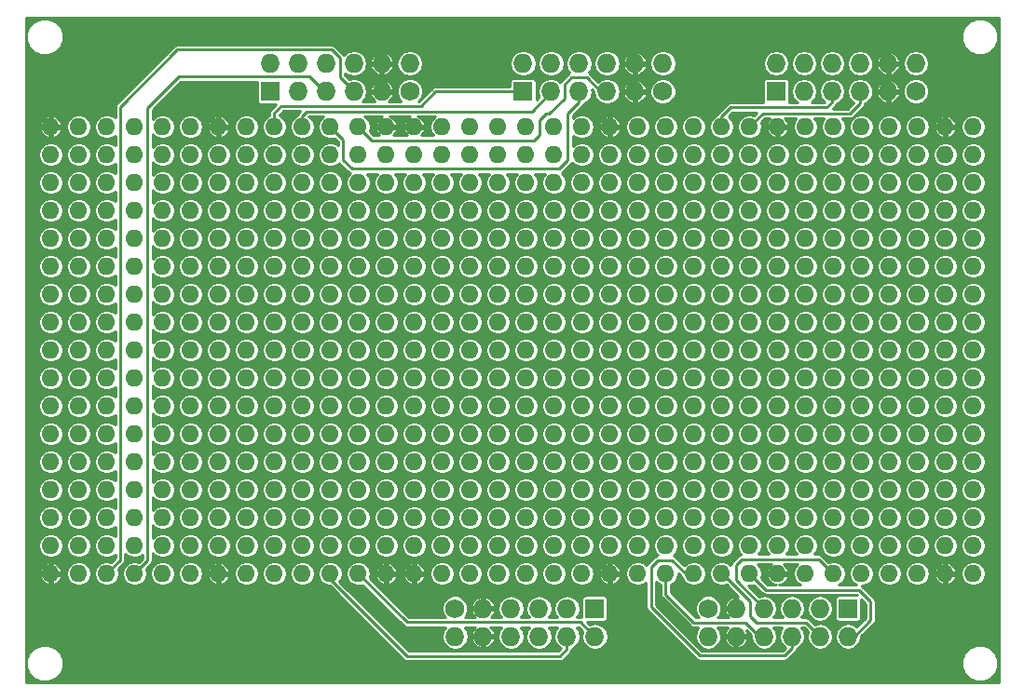
<source format=gbl>
G04 #@! TF.GenerationSoftware,KiCad,Pcbnew,(2017-01-24 revision 0b6147e)-makepkg*
G04 #@! TF.CreationDate,2017-08-14T05:16:55-07:00*
G04 #@! TF.ProjectId,SpartanMiniProtoShield,5370617274616E4D696E6950726F746F,rev?*
G04 #@! TF.FileFunction,Copper,L2,Bot,Plane*
G04 #@! TF.FilePolarity,Positive*
%FSLAX46Y46*%
G04 Gerber Fmt 4.6, Leading zero omitted, Abs format (unit mm)*
G04 Created by KiCad (PCBNEW (2017-01-24 revision 0b6147e)-makepkg) date 08/14/17 05:16:55*
%MOMM*%
%LPD*%
G01*
G04 APERTURE LIST*
%ADD10C,0.100000*%
%ADD11O,1.600000X1.600000*%
%ADD12O,1.727200X1.727200*%
%ADD13R,1.727200X1.727200*%
%ADD14C,1.727200*%
%ADD15C,0.254000*%
G04 APERTURE END LIST*
D10*
D11*
X118880000Y-126300000D03*
X116340000Y-126300000D03*
X113800000Y-126300000D03*
X111260000Y-126300000D03*
X108720000Y-126300000D03*
X106180000Y-126300000D03*
X103640000Y-126300000D03*
X101100000Y-126300000D03*
X98560000Y-126300000D03*
X96020000Y-126300000D03*
X93480000Y-126300000D03*
X90940000Y-126300000D03*
X88400000Y-126300000D03*
X85860000Y-126300000D03*
X83320000Y-126300000D03*
X80780000Y-126300000D03*
X78240000Y-126300000D03*
X75700000Y-126300000D03*
X73160000Y-126300000D03*
X70620000Y-126300000D03*
X68080000Y-126300000D03*
X65540000Y-126300000D03*
X63000000Y-126300000D03*
X60460000Y-126300000D03*
X57920000Y-126300000D03*
X55380000Y-126300000D03*
X52840000Y-126300000D03*
X50300000Y-126300000D03*
X47760000Y-126300000D03*
X45220000Y-126300000D03*
X42680000Y-126300000D03*
X40140000Y-126300000D03*
X37600000Y-126300000D03*
X35060000Y-126300000D03*
X118880000Y-123760000D03*
X116340000Y-123760000D03*
X113800000Y-123760000D03*
X111260000Y-123760000D03*
X108720000Y-123760000D03*
X106180000Y-123760000D03*
X103640000Y-123760000D03*
X101100000Y-123760000D03*
X98560000Y-123760000D03*
X96020000Y-123760000D03*
X93480000Y-123760000D03*
X90940000Y-123760000D03*
X88400000Y-123760000D03*
X85860000Y-123760000D03*
X83320000Y-123760000D03*
X80780000Y-123760000D03*
X78240000Y-123760000D03*
X75700000Y-123760000D03*
X73160000Y-123760000D03*
X70620000Y-123760000D03*
X68080000Y-123760000D03*
X65540000Y-123760000D03*
X63000000Y-123760000D03*
X60460000Y-123760000D03*
X57920000Y-123760000D03*
X55380000Y-123760000D03*
X52840000Y-123760000D03*
X50300000Y-123760000D03*
X47760000Y-123760000D03*
X45220000Y-123760000D03*
X42680000Y-123760000D03*
X40140000Y-123760000D03*
X37600000Y-123760000D03*
X35060000Y-123760000D03*
X118880000Y-121220000D03*
X116340000Y-121220000D03*
X113800000Y-121220000D03*
X111260000Y-121220000D03*
X108720000Y-121220000D03*
X106180000Y-121220000D03*
X103640000Y-121220000D03*
X101100000Y-121220000D03*
X98560000Y-121220000D03*
X96020000Y-121220000D03*
X93480000Y-121220000D03*
X90940000Y-121220000D03*
X88400000Y-121220000D03*
X85860000Y-121220000D03*
X83320000Y-121220000D03*
X80780000Y-121220000D03*
X78240000Y-121220000D03*
X75700000Y-121220000D03*
X73160000Y-121220000D03*
X70620000Y-121220000D03*
X68080000Y-121220000D03*
X65540000Y-121220000D03*
X63000000Y-121220000D03*
X60460000Y-121220000D03*
X57920000Y-121220000D03*
X55380000Y-121220000D03*
X52840000Y-121220000D03*
X50300000Y-121220000D03*
X47760000Y-121220000D03*
X45220000Y-121220000D03*
X42680000Y-121220000D03*
X40140000Y-121220000D03*
X37600000Y-121220000D03*
X35060000Y-121220000D03*
X118880000Y-118680000D03*
X116340000Y-118680000D03*
X113800000Y-118680000D03*
X111260000Y-118680000D03*
X108720000Y-118680000D03*
X106180000Y-118680000D03*
X103640000Y-118680000D03*
X101100000Y-118680000D03*
X98560000Y-118680000D03*
X96020000Y-118680000D03*
X93480000Y-118680000D03*
X90940000Y-118680000D03*
X88400000Y-118680000D03*
X85860000Y-118680000D03*
X83320000Y-118680000D03*
X80780000Y-118680000D03*
X78240000Y-118680000D03*
X75700000Y-118680000D03*
X73160000Y-118680000D03*
X70620000Y-118680000D03*
X68080000Y-118680000D03*
X65540000Y-118680000D03*
X63000000Y-118680000D03*
X60460000Y-118680000D03*
X57920000Y-118680000D03*
X55380000Y-118680000D03*
X52840000Y-118680000D03*
X50300000Y-118680000D03*
X47760000Y-118680000D03*
X45220000Y-118680000D03*
X42680000Y-118680000D03*
X40140000Y-118680000D03*
X37600000Y-118680000D03*
X35060000Y-118680000D03*
X118880000Y-116140000D03*
X116340000Y-116140000D03*
X113800000Y-116140000D03*
X111260000Y-116140000D03*
X108720000Y-116140000D03*
X106180000Y-116140000D03*
X103640000Y-116140000D03*
X101100000Y-116140000D03*
X98560000Y-116140000D03*
X96020000Y-116140000D03*
X93480000Y-116140000D03*
X90940000Y-116140000D03*
X88400000Y-116140000D03*
X85860000Y-116140000D03*
X83320000Y-116140000D03*
X80780000Y-116140000D03*
X78240000Y-116140000D03*
X75700000Y-116140000D03*
X73160000Y-116140000D03*
X70620000Y-116140000D03*
X68080000Y-116140000D03*
X65540000Y-116140000D03*
X63000000Y-116140000D03*
X60460000Y-116140000D03*
X57920000Y-116140000D03*
X55380000Y-116140000D03*
X52840000Y-116140000D03*
X50300000Y-116140000D03*
X47760000Y-116140000D03*
X45220000Y-116140000D03*
X42680000Y-116140000D03*
X40140000Y-116140000D03*
X37600000Y-116140000D03*
X35060000Y-116140000D03*
X118880000Y-113600000D03*
X116340000Y-113600000D03*
X113800000Y-113600000D03*
X111260000Y-113600000D03*
X108720000Y-113600000D03*
X106180000Y-113600000D03*
X103640000Y-113600000D03*
X101100000Y-113600000D03*
X98560000Y-113600000D03*
X96020000Y-113600000D03*
X93480000Y-113600000D03*
X90940000Y-113600000D03*
X88400000Y-113600000D03*
X85860000Y-113600000D03*
X83320000Y-113600000D03*
X80780000Y-113600000D03*
X78240000Y-113600000D03*
X75700000Y-113600000D03*
X73160000Y-113600000D03*
X70620000Y-113600000D03*
X68080000Y-113600000D03*
X65540000Y-113600000D03*
X63000000Y-113600000D03*
X60460000Y-113600000D03*
X57920000Y-113600000D03*
X55380000Y-113600000D03*
X52840000Y-113600000D03*
X50300000Y-113600000D03*
X47760000Y-113600000D03*
X45220000Y-113600000D03*
X42680000Y-113600000D03*
X40140000Y-113600000D03*
X37600000Y-113600000D03*
X35060000Y-113600000D03*
X118880000Y-111060000D03*
X116340000Y-111060000D03*
X113800000Y-111060000D03*
X111260000Y-111060000D03*
X108720000Y-111060000D03*
X106180000Y-111060000D03*
X103640000Y-111060000D03*
X101100000Y-111060000D03*
X98560000Y-111060000D03*
X96020000Y-111060000D03*
X93480000Y-111060000D03*
X90940000Y-111060000D03*
X88400000Y-111060000D03*
X85860000Y-111060000D03*
X83320000Y-111060000D03*
X80780000Y-111060000D03*
X78240000Y-111060000D03*
X75700000Y-111060000D03*
X73160000Y-111060000D03*
X70620000Y-111060000D03*
X68080000Y-111060000D03*
X65540000Y-111060000D03*
X63000000Y-111060000D03*
X60460000Y-111060000D03*
X57920000Y-111060000D03*
X55380000Y-111060000D03*
X52840000Y-111060000D03*
X50300000Y-111060000D03*
X47760000Y-111060000D03*
X45220000Y-111060000D03*
X42680000Y-111060000D03*
X40140000Y-111060000D03*
X37600000Y-111060000D03*
X35060000Y-111060000D03*
X118880000Y-108520000D03*
X116340000Y-108520000D03*
X113800000Y-108520000D03*
X111260000Y-108520000D03*
X108720000Y-108520000D03*
X106180000Y-108520000D03*
X103640000Y-108520000D03*
X101100000Y-108520000D03*
X98560000Y-108520000D03*
X96020000Y-108520000D03*
X93480000Y-108520000D03*
X90940000Y-108520000D03*
X88400000Y-108520000D03*
X85860000Y-108520000D03*
X83320000Y-108520000D03*
X80780000Y-108520000D03*
X78240000Y-108520000D03*
X75700000Y-108520000D03*
X73160000Y-108520000D03*
X70620000Y-108520000D03*
X68080000Y-108520000D03*
X65540000Y-108520000D03*
X63000000Y-108520000D03*
X60460000Y-108520000D03*
X57920000Y-108520000D03*
X55380000Y-108520000D03*
X52840000Y-108520000D03*
X50300000Y-108520000D03*
X47760000Y-108520000D03*
X45220000Y-108520000D03*
X42680000Y-108520000D03*
X40140000Y-108520000D03*
X37600000Y-108520000D03*
X35060000Y-108520000D03*
X118880000Y-105980000D03*
X116340000Y-105980000D03*
X113800000Y-105980000D03*
X111260000Y-105980000D03*
X108720000Y-105980000D03*
X106180000Y-105980000D03*
X103640000Y-105980000D03*
X101100000Y-105980000D03*
X98560000Y-105980000D03*
X96020000Y-105980000D03*
X93480000Y-105980000D03*
X90940000Y-105980000D03*
X88400000Y-105980000D03*
X85860000Y-105980000D03*
X83320000Y-105980000D03*
X80780000Y-105980000D03*
X78240000Y-105980000D03*
X75700000Y-105980000D03*
X73160000Y-105980000D03*
X70620000Y-105980000D03*
X68080000Y-105980000D03*
X65540000Y-105980000D03*
X63000000Y-105980000D03*
X60460000Y-105980000D03*
X57920000Y-105980000D03*
X55380000Y-105980000D03*
X52840000Y-105980000D03*
X50300000Y-105980000D03*
X47760000Y-105980000D03*
X45220000Y-105980000D03*
X42680000Y-105980000D03*
X40140000Y-105980000D03*
X37600000Y-105980000D03*
X35060000Y-105980000D03*
X118880000Y-103440000D03*
X116340000Y-103440000D03*
X113800000Y-103440000D03*
X111260000Y-103440000D03*
X108720000Y-103440000D03*
X106180000Y-103440000D03*
X103640000Y-103440000D03*
X101100000Y-103440000D03*
X98560000Y-103440000D03*
X96020000Y-103440000D03*
X93480000Y-103440000D03*
X90940000Y-103440000D03*
X88400000Y-103440000D03*
X85860000Y-103440000D03*
X83320000Y-103440000D03*
X80780000Y-103440000D03*
X78240000Y-103440000D03*
X75700000Y-103440000D03*
X73160000Y-103440000D03*
X70620000Y-103440000D03*
X68080000Y-103440000D03*
X65540000Y-103440000D03*
X63000000Y-103440000D03*
X60460000Y-103440000D03*
X57920000Y-103440000D03*
X55380000Y-103440000D03*
X52840000Y-103440000D03*
X50300000Y-103440000D03*
X47760000Y-103440000D03*
X45220000Y-103440000D03*
X42680000Y-103440000D03*
X40140000Y-103440000D03*
X37600000Y-103440000D03*
X35060000Y-103440000D03*
X118880000Y-100900000D03*
X116340000Y-100900000D03*
X113800000Y-100900000D03*
X111260000Y-100900000D03*
X108720000Y-100900000D03*
X106180000Y-100900000D03*
X103640000Y-100900000D03*
X101100000Y-100900000D03*
X98560000Y-100900000D03*
X96020000Y-100900000D03*
X93480000Y-100900000D03*
X90940000Y-100900000D03*
X88400000Y-100900000D03*
X85860000Y-100900000D03*
X83320000Y-100900000D03*
X80780000Y-100900000D03*
X78240000Y-100900000D03*
X75700000Y-100900000D03*
X73160000Y-100900000D03*
X70620000Y-100900000D03*
X68080000Y-100900000D03*
X65540000Y-100900000D03*
X63000000Y-100900000D03*
X60460000Y-100900000D03*
X57920000Y-100900000D03*
X55380000Y-100900000D03*
X52840000Y-100900000D03*
X50300000Y-100900000D03*
X47760000Y-100900000D03*
X45220000Y-100900000D03*
X42680000Y-100900000D03*
X40140000Y-100900000D03*
X37600000Y-100900000D03*
X35060000Y-100900000D03*
X118880000Y-98360000D03*
X116340000Y-98360000D03*
X113800000Y-98360000D03*
X111260000Y-98360000D03*
X108720000Y-98360000D03*
X106180000Y-98360000D03*
X103640000Y-98360000D03*
X101100000Y-98360000D03*
X98560000Y-98360000D03*
X96020000Y-98360000D03*
X93480000Y-98360000D03*
X90940000Y-98360000D03*
X88400000Y-98360000D03*
X85860000Y-98360000D03*
X83320000Y-98360000D03*
X80780000Y-98360000D03*
X78240000Y-98360000D03*
X75700000Y-98360000D03*
X73160000Y-98360000D03*
X70620000Y-98360000D03*
X68080000Y-98360000D03*
X65540000Y-98360000D03*
X63000000Y-98360000D03*
X60460000Y-98360000D03*
X57920000Y-98360000D03*
X55380000Y-98360000D03*
X52840000Y-98360000D03*
X50300000Y-98360000D03*
X47760000Y-98360000D03*
X45220000Y-98360000D03*
X42680000Y-98360000D03*
X40140000Y-98360000D03*
X37600000Y-98360000D03*
X35060000Y-98360000D03*
X118880000Y-95820000D03*
X116340000Y-95820000D03*
X113800000Y-95820000D03*
X111260000Y-95820000D03*
X108720000Y-95820000D03*
X106180000Y-95820000D03*
X103640000Y-95820000D03*
X101100000Y-95820000D03*
X98560000Y-95820000D03*
X96020000Y-95820000D03*
X93480000Y-95820000D03*
X90940000Y-95820000D03*
X88400000Y-95820000D03*
X85860000Y-95820000D03*
X83320000Y-95820000D03*
X80780000Y-95820000D03*
X78240000Y-95820000D03*
X75700000Y-95820000D03*
X73160000Y-95820000D03*
X70620000Y-95820000D03*
X68080000Y-95820000D03*
X65540000Y-95820000D03*
X63000000Y-95820000D03*
X60460000Y-95820000D03*
X57920000Y-95820000D03*
X55380000Y-95820000D03*
X52840000Y-95820000D03*
X50300000Y-95820000D03*
X47760000Y-95820000D03*
X45220000Y-95820000D03*
X42680000Y-95820000D03*
X40140000Y-95820000D03*
X37600000Y-95820000D03*
X35060000Y-95820000D03*
X118880000Y-93280000D03*
X116340000Y-93280000D03*
X113800000Y-93280000D03*
X111260000Y-93280000D03*
X108720000Y-93280000D03*
X106180000Y-93280000D03*
X103640000Y-93280000D03*
X101100000Y-93280000D03*
X98560000Y-93280000D03*
X96020000Y-93280000D03*
X93480000Y-93280000D03*
X90940000Y-93280000D03*
X88400000Y-93280000D03*
X85860000Y-93280000D03*
X83320000Y-93280000D03*
X80780000Y-93280000D03*
X78240000Y-93280000D03*
X75700000Y-93280000D03*
X73160000Y-93280000D03*
X70620000Y-93280000D03*
X68080000Y-93280000D03*
X65540000Y-93280000D03*
X63000000Y-93280000D03*
X60460000Y-93280000D03*
X57920000Y-93280000D03*
X55380000Y-93280000D03*
X52840000Y-93280000D03*
X50300000Y-93280000D03*
X47760000Y-93280000D03*
X45220000Y-93280000D03*
X42680000Y-93280000D03*
X40140000Y-93280000D03*
X37600000Y-93280000D03*
X35060000Y-93280000D03*
X118880000Y-90740000D03*
X116340000Y-90740000D03*
X113800000Y-90740000D03*
X111260000Y-90740000D03*
X108720000Y-90740000D03*
X106180000Y-90740000D03*
X103640000Y-90740000D03*
X101100000Y-90740000D03*
X98560000Y-90740000D03*
X96020000Y-90740000D03*
X93480000Y-90740000D03*
X90940000Y-90740000D03*
X88400000Y-90740000D03*
X85860000Y-90740000D03*
X83320000Y-90740000D03*
X80780000Y-90740000D03*
X78240000Y-90740000D03*
X75700000Y-90740000D03*
X73160000Y-90740000D03*
X70620000Y-90740000D03*
X68080000Y-90740000D03*
X65540000Y-90740000D03*
X63000000Y-90740000D03*
X60460000Y-90740000D03*
X57920000Y-90740000D03*
X55380000Y-90740000D03*
X52840000Y-90740000D03*
X50300000Y-90740000D03*
X47760000Y-90740000D03*
X45220000Y-90740000D03*
X42680000Y-90740000D03*
X40140000Y-90740000D03*
X37600000Y-90740000D03*
D12*
X84503500Y-134543500D03*
D13*
X84503500Y-132003500D03*
D12*
X81963500Y-134543500D03*
X81963500Y-132003500D03*
X79423500Y-134543500D03*
X79423500Y-132003500D03*
X76883500Y-134543500D03*
X76883500Y-132003500D03*
X74343500Y-134543500D03*
X74343500Y-132003500D03*
X71803500Y-134543500D03*
D14*
X71803500Y-132003500D03*
X94803500Y-132003500D03*
D12*
X94803500Y-134543500D03*
X97343500Y-132003500D03*
X97343500Y-134543500D03*
X99883500Y-132003500D03*
X99883500Y-134543500D03*
X102423500Y-132003500D03*
X102423500Y-134543500D03*
X104963500Y-132003500D03*
X104963500Y-134543500D03*
D13*
X107503500Y-132003500D03*
D12*
X107503500Y-134543500D03*
D14*
X67696500Y-84996500D03*
D12*
X67696500Y-82456500D03*
X65156500Y-84996500D03*
X65156500Y-82456500D03*
X62616500Y-84996500D03*
X62616500Y-82456500D03*
X60076500Y-84996500D03*
X60076500Y-82456500D03*
X57536500Y-84996500D03*
X57536500Y-82456500D03*
D13*
X54996500Y-84996500D03*
D12*
X54996500Y-82456500D03*
D14*
X90696500Y-84996500D03*
D12*
X90696500Y-82456500D03*
X88156500Y-84996500D03*
X88156500Y-82456500D03*
X85616500Y-84996500D03*
X85616500Y-82456500D03*
X83076500Y-84996500D03*
X83076500Y-82456500D03*
X80536500Y-84996500D03*
X80536500Y-82456500D03*
D13*
X77996500Y-84996500D03*
D12*
X77996500Y-82456500D03*
X100996500Y-82456500D03*
D13*
X100996500Y-84996500D03*
D12*
X103536500Y-82456500D03*
X103536500Y-84996500D03*
X106076500Y-82456500D03*
X106076500Y-84996500D03*
X108616500Y-82456500D03*
X108616500Y-84996500D03*
X111156500Y-82456500D03*
X111156500Y-84996500D03*
X113696500Y-82456500D03*
D14*
X113696500Y-84996500D03*
D11*
X35060000Y-90740000D03*
X118880000Y-128840000D03*
X116340000Y-128840000D03*
X113800000Y-128840000D03*
X111260000Y-128840000D03*
X108720000Y-128840000D03*
X106180000Y-128840000D03*
X103640000Y-128840000D03*
X101100000Y-128840000D03*
X98560000Y-128840000D03*
X96020000Y-128840000D03*
X93480000Y-128840000D03*
X90940000Y-128840000D03*
X88400000Y-128840000D03*
X85860000Y-128840000D03*
X83320000Y-128840000D03*
X80780000Y-128840000D03*
X78240000Y-128840000D03*
X75700000Y-128840000D03*
X73160000Y-128840000D03*
X70620000Y-128840000D03*
X68080000Y-128840000D03*
X65540000Y-128840000D03*
X63000000Y-128840000D03*
X60460000Y-128840000D03*
X57920000Y-128840000D03*
X55380000Y-128840000D03*
X52840000Y-128840000D03*
X50300000Y-128840000D03*
X47760000Y-128840000D03*
X45220000Y-128840000D03*
X42680000Y-128840000D03*
X40140000Y-128840000D03*
X37600000Y-128840000D03*
X35060000Y-128840000D03*
X35060000Y-88200000D03*
X37600000Y-88200000D03*
X40140000Y-88200000D03*
X42680000Y-88200000D03*
X45220000Y-88200000D03*
X47760000Y-88200000D03*
X50300000Y-88200000D03*
X52840000Y-88200000D03*
X55380000Y-88200000D03*
X57920000Y-88200000D03*
X60460000Y-88200000D03*
X63000000Y-88200000D03*
X65540000Y-88200000D03*
X68080000Y-88200000D03*
X70620000Y-88200000D03*
X73160000Y-88200000D03*
X75700000Y-88200000D03*
X78240000Y-88200000D03*
X80780000Y-88200000D03*
X83320000Y-88200000D03*
X85860000Y-88200000D03*
X88400000Y-88200000D03*
X90940000Y-88200000D03*
X93480000Y-88200000D03*
X96020000Y-88200000D03*
X98560000Y-88200000D03*
X101100000Y-88200000D03*
X103640000Y-88200000D03*
X106180000Y-88200000D03*
X108720000Y-88200000D03*
X111260000Y-88200000D03*
X113800000Y-88200000D03*
X116340000Y-88200000D03*
X118880000Y-88200000D03*
D15*
X67420000Y-133250000D02*
X83210000Y-133250000D01*
X83210000Y-133250000D02*
X84503500Y-134543500D01*
X63010000Y-128840000D02*
X67420000Y-133250000D01*
X63000000Y-128840000D02*
X63010000Y-128840000D01*
X81340000Y-136340000D02*
X81963500Y-135716500D01*
X81963500Y-135716500D02*
X81963500Y-134543500D01*
X67430000Y-136340000D02*
X81340000Y-136340000D01*
X60460000Y-129370000D02*
X67430000Y-136340000D01*
X60460000Y-128840000D02*
X60460000Y-129370000D01*
X97330000Y-128030000D02*
X97330000Y-129450000D01*
X97330000Y-129450000D02*
X99883500Y-132003500D01*
X97820000Y-127540000D02*
X97330000Y-128030000D01*
X104850000Y-127540000D02*
X97820000Y-127540000D01*
X106150000Y-128840000D02*
X104850000Y-127540000D01*
X106180000Y-128840000D02*
X106150000Y-128840000D01*
X93480000Y-133280000D02*
X90940000Y-130740000D01*
X90940000Y-130740000D02*
X90940000Y-128840000D01*
X98200000Y-133280000D02*
X93480000Y-133280000D01*
X99463500Y-134543500D02*
X98200000Y-133280000D01*
X99883500Y-134543500D02*
X99463500Y-134543500D01*
X101770000Y-136290000D02*
X102423500Y-135636500D01*
X102423500Y-135636500D02*
X102423500Y-134543500D01*
X94010000Y-136290000D02*
X101770000Y-136290000D01*
X89630000Y-131910000D02*
X94010000Y-136290000D01*
X89630000Y-128250000D02*
X89630000Y-131910000D01*
X90270000Y-127610000D02*
X89630000Y-128250000D01*
X91520000Y-127610000D02*
X90270000Y-127610000D01*
X92750000Y-128840000D02*
X91520000Y-127610000D01*
X93480000Y-128840000D02*
X92750000Y-128840000D01*
X99220000Y-133280000D02*
X103700000Y-133280000D01*
X103700000Y-133280000D02*
X104963500Y-134543500D01*
X98620000Y-132680000D02*
X99220000Y-133280000D01*
X98620000Y-131390000D02*
X98620000Y-132680000D01*
X96070000Y-128840000D02*
X98620000Y-131390000D01*
X96020000Y-128840000D02*
X96070000Y-128840000D01*
X108490000Y-130310000D02*
X100030000Y-130310000D01*
X100030000Y-130310000D02*
X98560000Y-128840000D01*
X109570000Y-131390000D02*
X108490000Y-130310000D01*
X109570000Y-133040000D02*
X109570000Y-131390000D01*
X108066500Y-134543500D02*
X109570000Y-133040000D01*
X107503500Y-134543500D02*
X108066500Y-134543500D01*
X41380000Y-86390000D02*
X41380000Y-127600000D01*
X41380000Y-127600000D02*
X40140000Y-128840000D01*
X46570000Y-81200000D02*
X41380000Y-86390000D01*
X60620000Y-81200000D02*
X46570000Y-81200000D01*
X61370000Y-81950000D02*
X60620000Y-81200000D01*
X61370000Y-83690000D02*
X61370000Y-81950000D01*
X62616500Y-84936500D02*
X61370000Y-83690000D01*
X62616500Y-84996500D02*
X62616500Y-84936500D01*
X43870000Y-86500000D02*
X43870000Y-127650000D01*
X43870000Y-127650000D02*
X42680000Y-128840000D01*
X46720000Y-83650000D02*
X43870000Y-86500000D01*
X58590000Y-83650000D02*
X46720000Y-83650000D01*
X59936500Y-84996500D02*
X58590000Y-83650000D01*
X60076500Y-84996500D02*
X59936500Y-84996500D01*
X85616500Y-84996500D02*
X85616500Y-85553500D01*
X85616500Y-85553500D02*
X83773000Y-83710000D01*
X83773000Y-83710000D02*
X82390000Y-83710000D01*
X82390000Y-83710000D02*
X81740000Y-84360000D01*
X81740000Y-84360000D02*
X81740000Y-85610000D01*
X81740000Y-85610000D02*
X80310000Y-87040000D01*
X80310000Y-87040000D02*
X80050000Y-87040000D01*
X80050000Y-87040000D02*
X79490000Y-87600000D01*
X79490000Y-87600000D02*
X79490000Y-88910000D01*
X79490000Y-88910000D02*
X78960000Y-89440000D01*
X78960000Y-89440000D02*
X64240000Y-89440000D01*
X64240000Y-89440000D02*
X63000000Y-88200000D01*
X61640000Y-91210000D02*
X61640000Y-89380000D01*
X61640000Y-89380000D02*
X60460000Y-88200000D01*
X62440000Y-92010000D02*
X61640000Y-91210000D01*
X81280000Y-92010000D02*
X62440000Y-92010000D01*
X82060000Y-91230000D02*
X81280000Y-92010000D01*
X82060000Y-87020000D02*
X82060000Y-91230000D01*
X83076500Y-86003500D02*
X82060000Y-87020000D01*
X83076500Y-84996500D02*
X83076500Y-86003500D01*
X58350000Y-86790000D02*
X57920000Y-87220000D01*
X57920000Y-87220000D02*
X57920000Y-88200000D01*
X78780000Y-86790000D02*
X58350000Y-86790000D01*
X80536500Y-85033500D02*
X78780000Y-86790000D01*
X80536500Y-84996500D02*
X80536500Y-85033500D01*
X55990000Y-86330000D02*
X55380000Y-86940000D01*
X55380000Y-86940000D02*
X55380000Y-88200000D01*
X68700000Y-86330000D02*
X55990000Y-86330000D01*
X70033500Y-84996500D02*
X68700000Y-86330000D01*
X77996500Y-84996500D02*
X70033500Y-84996500D01*
X96830000Y-86440000D02*
X96020000Y-87250000D01*
X96020000Y-87250000D02*
X96020000Y-88200000D01*
X105595990Y-86440000D02*
X96830000Y-86440000D01*
X106076500Y-85959490D02*
X105595990Y-86440000D01*
X106076500Y-84996500D02*
X106076500Y-85959490D01*
X107680000Y-86990000D02*
X99770000Y-86990000D01*
X99770000Y-86990000D02*
X98560000Y-88200000D01*
X108616500Y-86053500D02*
X107680000Y-86990000D01*
X108616500Y-84996500D02*
X108616500Y-86053500D01*
G36*
X121196400Y-138696400D02*
X32803600Y-138696400D01*
X32803600Y-137332112D01*
X32822710Y-137332112D01*
X33077480Y-137948703D01*
X33548816Y-138420862D01*
X34164961Y-138676708D01*
X34832112Y-138677290D01*
X35448703Y-138422520D01*
X35920862Y-137951184D01*
X36176708Y-137335039D01*
X36176710Y-137332112D01*
X117822710Y-137332112D01*
X118077480Y-137948703D01*
X118548816Y-138420862D01*
X119164961Y-138676708D01*
X119832112Y-138677290D01*
X120448703Y-138422520D01*
X120920862Y-137951184D01*
X121176708Y-137335039D01*
X121177290Y-136667888D01*
X120922520Y-136051297D01*
X120451184Y-135579138D01*
X119835039Y-135323292D01*
X119167888Y-135322710D01*
X118551297Y-135577480D01*
X118079138Y-136048816D01*
X117823292Y-136664961D01*
X117822710Y-137332112D01*
X36176710Y-137332112D01*
X36177290Y-136667888D01*
X35922520Y-136051297D01*
X35451184Y-135579138D01*
X34835039Y-135323292D01*
X34167888Y-135322710D01*
X33551297Y-135577480D01*
X33079138Y-136048816D01*
X32823292Y-136664961D01*
X32822710Y-137332112D01*
X32803600Y-137332112D01*
X32803600Y-129125114D01*
X34071704Y-129125114D01*
X34159552Y-129337233D01*
X34418377Y-129643970D01*
X34774884Y-129828310D01*
X34933000Y-129803594D01*
X34933000Y-128967000D01*
X35187000Y-128967000D01*
X35187000Y-129803594D01*
X35345116Y-129828310D01*
X35701623Y-129643970D01*
X35960448Y-129337233D01*
X36048296Y-129125114D01*
X36023113Y-128967000D01*
X35187000Y-128967000D01*
X34933000Y-128967000D01*
X34096887Y-128967000D01*
X34071704Y-129125114D01*
X32803600Y-129125114D01*
X32803600Y-128840000D01*
X36450921Y-128840000D01*
X36536709Y-129271284D01*
X36781012Y-129636909D01*
X37146637Y-129881212D01*
X37577921Y-129967000D01*
X37622079Y-129967000D01*
X38053363Y-129881212D01*
X38418988Y-129636909D01*
X38663291Y-129271284D01*
X38749079Y-128840000D01*
X38663291Y-128408716D01*
X38418988Y-128043091D01*
X38053363Y-127798788D01*
X37622079Y-127713000D01*
X37577921Y-127713000D01*
X37146637Y-127798788D01*
X36781012Y-128043091D01*
X36536709Y-128408716D01*
X36450921Y-128840000D01*
X32803600Y-128840000D01*
X32803600Y-128554886D01*
X34071704Y-128554886D01*
X34096887Y-128713000D01*
X34933000Y-128713000D01*
X34933000Y-127876406D01*
X35187000Y-127876406D01*
X35187000Y-128713000D01*
X36023113Y-128713000D01*
X36048296Y-128554886D01*
X35960448Y-128342767D01*
X35701623Y-128036030D01*
X35345116Y-127851690D01*
X35187000Y-127876406D01*
X34933000Y-127876406D01*
X34774884Y-127851690D01*
X34418377Y-128036030D01*
X34159552Y-128342767D01*
X34071704Y-128554886D01*
X32803600Y-128554886D01*
X32803600Y-126300000D01*
X33910921Y-126300000D01*
X33996709Y-126731284D01*
X34241012Y-127096909D01*
X34606637Y-127341212D01*
X35037921Y-127427000D01*
X35082079Y-127427000D01*
X35513363Y-127341212D01*
X35878988Y-127096909D01*
X36123291Y-126731284D01*
X36209079Y-126300000D01*
X36450921Y-126300000D01*
X36536709Y-126731284D01*
X36781012Y-127096909D01*
X37146637Y-127341212D01*
X37577921Y-127427000D01*
X37622079Y-127427000D01*
X38053363Y-127341212D01*
X38418988Y-127096909D01*
X38663291Y-126731284D01*
X38749079Y-126300000D01*
X38663291Y-125868716D01*
X38418988Y-125503091D01*
X38053363Y-125258788D01*
X37622079Y-125173000D01*
X37577921Y-125173000D01*
X37146637Y-125258788D01*
X36781012Y-125503091D01*
X36536709Y-125868716D01*
X36450921Y-126300000D01*
X36209079Y-126300000D01*
X36123291Y-125868716D01*
X35878988Y-125503091D01*
X35513363Y-125258788D01*
X35082079Y-125173000D01*
X35037921Y-125173000D01*
X34606637Y-125258788D01*
X34241012Y-125503091D01*
X33996709Y-125868716D01*
X33910921Y-126300000D01*
X32803600Y-126300000D01*
X32803600Y-123760000D01*
X33910921Y-123760000D01*
X33996709Y-124191284D01*
X34241012Y-124556909D01*
X34606637Y-124801212D01*
X35037921Y-124887000D01*
X35082079Y-124887000D01*
X35513363Y-124801212D01*
X35878988Y-124556909D01*
X36123291Y-124191284D01*
X36209079Y-123760000D01*
X36450921Y-123760000D01*
X36536709Y-124191284D01*
X36781012Y-124556909D01*
X37146637Y-124801212D01*
X37577921Y-124887000D01*
X37622079Y-124887000D01*
X38053363Y-124801212D01*
X38418988Y-124556909D01*
X38663291Y-124191284D01*
X38749079Y-123760000D01*
X38663291Y-123328716D01*
X38418988Y-122963091D01*
X38053363Y-122718788D01*
X37622079Y-122633000D01*
X37577921Y-122633000D01*
X37146637Y-122718788D01*
X36781012Y-122963091D01*
X36536709Y-123328716D01*
X36450921Y-123760000D01*
X36209079Y-123760000D01*
X36123291Y-123328716D01*
X35878988Y-122963091D01*
X35513363Y-122718788D01*
X35082079Y-122633000D01*
X35037921Y-122633000D01*
X34606637Y-122718788D01*
X34241012Y-122963091D01*
X33996709Y-123328716D01*
X33910921Y-123760000D01*
X32803600Y-123760000D01*
X32803600Y-121220000D01*
X33910921Y-121220000D01*
X33996709Y-121651284D01*
X34241012Y-122016909D01*
X34606637Y-122261212D01*
X35037921Y-122347000D01*
X35082079Y-122347000D01*
X35513363Y-122261212D01*
X35878988Y-122016909D01*
X36123291Y-121651284D01*
X36209079Y-121220000D01*
X36450921Y-121220000D01*
X36536709Y-121651284D01*
X36781012Y-122016909D01*
X37146637Y-122261212D01*
X37577921Y-122347000D01*
X37622079Y-122347000D01*
X38053363Y-122261212D01*
X38418988Y-122016909D01*
X38663291Y-121651284D01*
X38749079Y-121220000D01*
X38663291Y-120788716D01*
X38418988Y-120423091D01*
X38053363Y-120178788D01*
X37622079Y-120093000D01*
X37577921Y-120093000D01*
X37146637Y-120178788D01*
X36781012Y-120423091D01*
X36536709Y-120788716D01*
X36450921Y-121220000D01*
X36209079Y-121220000D01*
X36123291Y-120788716D01*
X35878988Y-120423091D01*
X35513363Y-120178788D01*
X35082079Y-120093000D01*
X35037921Y-120093000D01*
X34606637Y-120178788D01*
X34241012Y-120423091D01*
X33996709Y-120788716D01*
X33910921Y-121220000D01*
X32803600Y-121220000D01*
X32803600Y-118680000D01*
X33910921Y-118680000D01*
X33996709Y-119111284D01*
X34241012Y-119476909D01*
X34606637Y-119721212D01*
X35037921Y-119807000D01*
X35082079Y-119807000D01*
X35513363Y-119721212D01*
X35878988Y-119476909D01*
X36123291Y-119111284D01*
X36209079Y-118680000D01*
X36450921Y-118680000D01*
X36536709Y-119111284D01*
X36781012Y-119476909D01*
X37146637Y-119721212D01*
X37577921Y-119807000D01*
X37622079Y-119807000D01*
X38053363Y-119721212D01*
X38418988Y-119476909D01*
X38663291Y-119111284D01*
X38749079Y-118680000D01*
X38663291Y-118248716D01*
X38418988Y-117883091D01*
X38053363Y-117638788D01*
X37622079Y-117553000D01*
X37577921Y-117553000D01*
X37146637Y-117638788D01*
X36781012Y-117883091D01*
X36536709Y-118248716D01*
X36450921Y-118680000D01*
X36209079Y-118680000D01*
X36123291Y-118248716D01*
X35878988Y-117883091D01*
X35513363Y-117638788D01*
X35082079Y-117553000D01*
X35037921Y-117553000D01*
X34606637Y-117638788D01*
X34241012Y-117883091D01*
X33996709Y-118248716D01*
X33910921Y-118680000D01*
X32803600Y-118680000D01*
X32803600Y-116140000D01*
X33910921Y-116140000D01*
X33996709Y-116571284D01*
X34241012Y-116936909D01*
X34606637Y-117181212D01*
X35037921Y-117267000D01*
X35082079Y-117267000D01*
X35513363Y-117181212D01*
X35878988Y-116936909D01*
X36123291Y-116571284D01*
X36209079Y-116140000D01*
X36450921Y-116140000D01*
X36536709Y-116571284D01*
X36781012Y-116936909D01*
X37146637Y-117181212D01*
X37577921Y-117267000D01*
X37622079Y-117267000D01*
X38053363Y-117181212D01*
X38418988Y-116936909D01*
X38663291Y-116571284D01*
X38749079Y-116140000D01*
X38663291Y-115708716D01*
X38418988Y-115343091D01*
X38053363Y-115098788D01*
X37622079Y-115013000D01*
X37577921Y-115013000D01*
X37146637Y-115098788D01*
X36781012Y-115343091D01*
X36536709Y-115708716D01*
X36450921Y-116140000D01*
X36209079Y-116140000D01*
X36123291Y-115708716D01*
X35878988Y-115343091D01*
X35513363Y-115098788D01*
X35082079Y-115013000D01*
X35037921Y-115013000D01*
X34606637Y-115098788D01*
X34241012Y-115343091D01*
X33996709Y-115708716D01*
X33910921Y-116140000D01*
X32803600Y-116140000D01*
X32803600Y-113600000D01*
X33910921Y-113600000D01*
X33996709Y-114031284D01*
X34241012Y-114396909D01*
X34606637Y-114641212D01*
X35037921Y-114727000D01*
X35082079Y-114727000D01*
X35513363Y-114641212D01*
X35878988Y-114396909D01*
X36123291Y-114031284D01*
X36209079Y-113600000D01*
X36450921Y-113600000D01*
X36536709Y-114031284D01*
X36781012Y-114396909D01*
X37146637Y-114641212D01*
X37577921Y-114727000D01*
X37622079Y-114727000D01*
X38053363Y-114641212D01*
X38418988Y-114396909D01*
X38663291Y-114031284D01*
X38749079Y-113600000D01*
X38663291Y-113168716D01*
X38418988Y-112803091D01*
X38053363Y-112558788D01*
X37622079Y-112473000D01*
X37577921Y-112473000D01*
X37146637Y-112558788D01*
X36781012Y-112803091D01*
X36536709Y-113168716D01*
X36450921Y-113600000D01*
X36209079Y-113600000D01*
X36123291Y-113168716D01*
X35878988Y-112803091D01*
X35513363Y-112558788D01*
X35082079Y-112473000D01*
X35037921Y-112473000D01*
X34606637Y-112558788D01*
X34241012Y-112803091D01*
X33996709Y-113168716D01*
X33910921Y-113600000D01*
X32803600Y-113600000D01*
X32803600Y-111060000D01*
X33910921Y-111060000D01*
X33996709Y-111491284D01*
X34241012Y-111856909D01*
X34606637Y-112101212D01*
X35037921Y-112187000D01*
X35082079Y-112187000D01*
X35513363Y-112101212D01*
X35878988Y-111856909D01*
X36123291Y-111491284D01*
X36209079Y-111060000D01*
X36450921Y-111060000D01*
X36536709Y-111491284D01*
X36781012Y-111856909D01*
X37146637Y-112101212D01*
X37577921Y-112187000D01*
X37622079Y-112187000D01*
X38053363Y-112101212D01*
X38418988Y-111856909D01*
X38663291Y-111491284D01*
X38749079Y-111060000D01*
X38663291Y-110628716D01*
X38418988Y-110263091D01*
X38053363Y-110018788D01*
X37622079Y-109933000D01*
X37577921Y-109933000D01*
X37146637Y-110018788D01*
X36781012Y-110263091D01*
X36536709Y-110628716D01*
X36450921Y-111060000D01*
X36209079Y-111060000D01*
X36123291Y-110628716D01*
X35878988Y-110263091D01*
X35513363Y-110018788D01*
X35082079Y-109933000D01*
X35037921Y-109933000D01*
X34606637Y-110018788D01*
X34241012Y-110263091D01*
X33996709Y-110628716D01*
X33910921Y-111060000D01*
X32803600Y-111060000D01*
X32803600Y-108520000D01*
X33910921Y-108520000D01*
X33996709Y-108951284D01*
X34241012Y-109316909D01*
X34606637Y-109561212D01*
X35037921Y-109647000D01*
X35082079Y-109647000D01*
X35513363Y-109561212D01*
X35878988Y-109316909D01*
X36123291Y-108951284D01*
X36209079Y-108520000D01*
X36450921Y-108520000D01*
X36536709Y-108951284D01*
X36781012Y-109316909D01*
X37146637Y-109561212D01*
X37577921Y-109647000D01*
X37622079Y-109647000D01*
X38053363Y-109561212D01*
X38418988Y-109316909D01*
X38663291Y-108951284D01*
X38749079Y-108520000D01*
X38663291Y-108088716D01*
X38418988Y-107723091D01*
X38053363Y-107478788D01*
X37622079Y-107393000D01*
X37577921Y-107393000D01*
X37146637Y-107478788D01*
X36781012Y-107723091D01*
X36536709Y-108088716D01*
X36450921Y-108520000D01*
X36209079Y-108520000D01*
X36123291Y-108088716D01*
X35878988Y-107723091D01*
X35513363Y-107478788D01*
X35082079Y-107393000D01*
X35037921Y-107393000D01*
X34606637Y-107478788D01*
X34241012Y-107723091D01*
X33996709Y-108088716D01*
X33910921Y-108520000D01*
X32803600Y-108520000D01*
X32803600Y-105980000D01*
X33910921Y-105980000D01*
X33996709Y-106411284D01*
X34241012Y-106776909D01*
X34606637Y-107021212D01*
X35037921Y-107107000D01*
X35082079Y-107107000D01*
X35513363Y-107021212D01*
X35878988Y-106776909D01*
X36123291Y-106411284D01*
X36209079Y-105980000D01*
X36450921Y-105980000D01*
X36536709Y-106411284D01*
X36781012Y-106776909D01*
X37146637Y-107021212D01*
X37577921Y-107107000D01*
X37622079Y-107107000D01*
X38053363Y-107021212D01*
X38418988Y-106776909D01*
X38663291Y-106411284D01*
X38749079Y-105980000D01*
X38663291Y-105548716D01*
X38418988Y-105183091D01*
X38053363Y-104938788D01*
X37622079Y-104853000D01*
X37577921Y-104853000D01*
X37146637Y-104938788D01*
X36781012Y-105183091D01*
X36536709Y-105548716D01*
X36450921Y-105980000D01*
X36209079Y-105980000D01*
X36123291Y-105548716D01*
X35878988Y-105183091D01*
X35513363Y-104938788D01*
X35082079Y-104853000D01*
X35037921Y-104853000D01*
X34606637Y-104938788D01*
X34241012Y-105183091D01*
X33996709Y-105548716D01*
X33910921Y-105980000D01*
X32803600Y-105980000D01*
X32803600Y-103440000D01*
X33910921Y-103440000D01*
X33996709Y-103871284D01*
X34241012Y-104236909D01*
X34606637Y-104481212D01*
X35037921Y-104567000D01*
X35082079Y-104567000D01*
X35513363Y-104481212D01*
X35878988Y-104236909D01*
X36123291Y-103871284D01*
X36209079Y-103440000D01*
X36450921Y-103440000D01*
X36536709Y-103871284D01*
X36781012Y-104236909D01*
X37146637Y-104481212D01*
X37577921Y-104567000D01*
X37622079Y-104567000D01*
X38053363Y-104481212D01*
X38418988Y-104236909D01*
X38663291Y-103871284D01*
X38749079Y-103440000D01*
X38663291Y-103008716D01*
X38418988Y-102643091D01*
X38053363Y-102398788D01*
X37622079Y-102313000D01*
X37577921Y-102313000D01*
X37146637Y-102398788D01*
X36781012Y-102643091D01*
X36536709Y-103008716D01*
X36450921Y-103440000D01*
X36209079Y-103440000D01*
X36123291Y-103008716D01*
X35878988Y-102643091D01*
X35513363Y-102398788D01*
X35082079Y-102313000D01*
X35037921Y-102313000D01*
X34606637Y-102398788D01*
X34241012Y-102643091D01*
X33996709Y-103008716D01*
X33910921Y-103440000D01*
X32803600Y-103440000D01*
X32803600Y-100900000D01*
X33910921Y-100900000D01*
X33996709Y-101331284D01*
X34241012Y-101696909D01*
X34606637Y-101941212D01*
X35037921Y-102027000D01*
X35082079Y-102027000D01*
X35513363Y-101941212D01*
X35878988Y-101696909D01*
X36123291Y-101331284D01*
X36209079Y-100900000D01*
X36450921Y-100900000D01*
X36536709Y-101331284D01*
X36781012Y-101696909D01*
X37146637Y-101941212D01*
X37577921Y-102027000D01*
X37622079Y-102027000D01*
X38053363Y-101941212D01*
X38418988Y-101696909D01*
X38663291Y-101331284D01*
X38749079Y-100900000D01*
X38663291Y-100468716D01*
X38418988Y-100103091D01*
X38053363Y-99858788D01*
X37622079Y-99773000D01*
X37577921Y-99773000D01*
X37146637Y-99858788D01*
X36781012Y-100103091D01*
X36536709Y-100468716D01*
X36450921Y-100900000D01*
X36209079Y-100900000D01*
X36123291Y-100468716D01*
X35878988Y-100103091D01*
X35513363Y-99858788D01*
X35082079Y-99773000D01*
X35037921Y-99773000D01*
X34606637Y-99858788D01*
X34241012Y-100103091D01*
X33996709Y-100468716D01*
X33910921Y-100900000D01*
X32803600Y-100900000D01*
X32803600Y-98360000D01*
X33910921Y-98360000D01*
X33996709Y-98791284D01*
X34241012Y-99156909D01*
X34606637Y-99401212D01*
X35037921Y-99487000D01*
X35082079Y-99487000D01*
X35513363Y-99401212D01*
X35878988Y-99156909D01*
X36123291Y-98791284D01*
X36209079Y-98360000D01*
X36450921Y-98360000D01*
X36536709Y-98791284D01*
X36781012Y-99156909D01*
X37146637Y-99401212D01*
X37577921Y-99487000D01*
X37622079Y-99487000D01*
X38053363Y-99401212D01*
X38418988Y-99156909D01*
X38663291Y-98791284D01*
X38749079Y-98360000D01*
X38663291Y-97928716D01*
X38418988Y-97563091D01*
X38053363Y-97318788D01*
X37622079Y-97233000D01*
X37577921Y-97233000D01*
X37146637Y-97318788D01*
X36781012Y-97563091D01*
X36536709Y-97928716D01*
X36450921Y-98360000D01*
X36209079Y-98360000D01*
X36123291Y-97928716D01*
X35878988Y-97563091D01*
X35513363Y-97318788D01*
X35082079Y-97233000D01*
X35037921Y-97233000D01*
X34606637Y-97318788D01*
X34241012Y-97563091D01*
X33996709Y-97928716D01*
X33910921Y-98360000D01*
X32803600Y-98360000D01*
X32803600Y-95820000D01*
X33910921Y-95820000D01*
X33996709Y-96251284D01*
X34241012Y-96616909D01*
X34606637Y-96861212D01*
X35037921Y-96947000D01*
X35082079Y-96947000D01*
X35513363Y-96861212D01*
X35878988Y-96616909D01*
X36123291Y-96251284D01*
X36209079Y-95820000D01*
X36450921Y-95820000D01*
X36536709Y-96251284D01*
X36781012Y-96616909D01*
X37146637Y-96861212D01*
X37577921Y-96947000D01*
X37622079Y-96947000D01*
X38053363Y-96861212D01*
X38418988Y-96616909D01*
X38663291Y-96251284D01*
X38749079Y-95820000D01*
X38663291Y-95388716D01*
X38418988Y-95023091D01*
X38053363Y-94778788D01*
X37622079Y-94693000D01*
X37577921Y-94693000D01*
X37146637Y-94778788D01*
X36781012Y-95023091D01*
X36536709Y-95388716D01*
X36450921Y-95820000D01*
X36209079Y-95820000D01*
X36123291Y-95388716D01*
X35878988Y-95023091D01*
X35513363Y-94778788D01*
X35082079Y-94693000D01*
X35037921Y-94693000D01*
X34606637Y-94778788D01*
X34241012Y-95023091D01*
X33996709Y-95388716D01*
X33910921Y-95820000D01*
X32803600Y-95820000D01*
X32803600Y-93280000D01*
X33910921Y-93280000D01*
X33996709Y-93711284D01*
X34241012Y-94076909D01*
X34606637Y-94321212D01*
X35037921Y-94407000D01*
X35082079Y-94407000D01*
X35513363Y-94321212D01*
X35878988Y-94076909D01*
X36123291Y-93711284D01*
X36209079Y-93280000D01*
X36450921Y-93280000D01*
X36536709Y-93711284D01*
X36781012Y-94076909D01*
X37146637Y-94321212D01*
X37577921Y-94407000D01*
X37622079Y-94407000D01*
X38053363Y-94321212D01*
X38418988Y-94076909D01*
X38663291Y-93711284D01*
X38749079Y-93280000D01*
X38663291Y-92848716D01*
X38418988Y-92483091D01*
X38053363Y-92238788D01*
X37622079Y-92153000D01*
X37577921Y-92153000D01*
X37146637Y-92238788D01*
X36781012Y-92483091D01*
X36536709Y-92848716D01*
X36450921Y-93280000D01*
X36209079Y-93280000D01*
X36123291Y-92848716D01*
X35878988Y-92483091D01*
X35513363Y-92238788D01*
X35082079Y-92153000D01*
X35037921Y-92153000D01*
X34606637Y-92238788D01*
X34241012Y-92483091D01*
X33996709Y-92848716D01*
X33910921Y-93280000D01*
X32803600Y-93280000D01*
X32803600Y-90740000D01*
X33910921Y-90740000D01*
X33996709Y-91171284D01*
X34241012Y-91536909D01*
X34606637Y-91781212D01*
X35037921Y-91867000D01*
X35082079Y-91867000D01*
X35513363Y-91781212D01*
X35878988Y-91536909D01*
X36123291Y-91171284D01*
X36209079Y-90740000D01*
X36450921Y-90740000D01*
X36536709Y-91171284D01*
X36781012Y-91536909D01*
X37146637Y-91781212D01*
X37577921Y-91867000D01*
X37622079Y-91867000D01*
X38053363Y-91781212D01*
X38418988Y-91536909D01*
X38663291Y-91171284D01*
X38749079Y-90740000D01*
X38663291Y-90308716D01*
X38418988Y-89943091D01*
X38053363Y-89698788D01*
X37622079Y-89613000D01*
X37577921Y-89613000D01*
X37146637Y-89698788D01*
X36781012Y-89943091D01*
X36536709Y-90308716D01*
X36450921Y-90740000D01*
X36209079Y-90740000D01*
X36123291Y-90308716D01*
X35878988Y-89943091D01*
X35513363Y-89698788D01*
X35082079Y-89613000D01*
X35037921Y-89613000D01*
X34606637Y-89698788D01*
X34241012Y-89943091D01*
X33996709Y-90308716D01*
X33910921Y-90740000D01*
X32803600Y-90740000D01*
X32803600Y-88485114D01*
X34071704Y-88485114D01*
X34159552Y-88697233D01*
X34418377Y-89003970D01*
X34774884Y-89188310D01*
X34933000Y-89163594D01*
X34933000Y-88327000D01*
X35187000Y-88327000D01*
X35187000Y-89163594D01*
X35345116Y-89188310D01*
X35701623Y-89003970D01*
X35960448Y-88697233D01*
X36048296Y-88485114D01*
X36023113Y-88327000D01*
X35187000Y-88327000D01*
X34933000Y-88327000D01*
X34096887Y-88327000D01*
X34071704Y-88485114D01*
X32803600Y-88485114D01*
X32803600Y-88200000D01*
X36450921Y-88200000D01*
X36536709Y-88631284D01*
X36781012Y-88996909D01*
X37146637Y-89241212D01*
X37577921Y-89327000D01*
X37622079Y-89327000D01*
X38053363Y-89241212D01*
X38418988Y-88996909D01*
X38663291Y-88631284D01*
X38749079Y-88200000D01*
X38990921Y-88200000D01*
X39076709Y-88631284D01*
X39321012Y-88996909D01*
X39686637Y-89241212D01*
X40117921Y-89327000D01*
X40162079Y-89327000D01*
X40593363Y-89241212D01*
X40926000Y-89018951D01*
X40926000Y-89921049D01*
X40593363Y-89698788D01*
X40162079Y-89613000D01*
X40117921Y-89613000D01*
X39686637Y-89698788D01*
X39321012Y-89943091D01*
X39076709Y-90308716D01*
X38990921Y-90740000D01*
X39076709Y-91171284D01*
X39321012Y-91536909D01*
X39686637Y-91781212D01*
X40117921Y-91867000D01*
X40162079Y-91867000D01*
X40593363Y-91781212D01*
X40926000Y-91558951D01*
X40926000Y-92461049D01*
X40593363Y-92238788D01*
X40162079Y-92153000D01*
X40117921Y-92153000D01*
X39686637Y-92238788D01*
X39321012Y-92483091D01*
X39076709Y-92848716D01*
X38990921Y-93280000D01*
X39076709Y-93711284D01*
X39321012Y-94076909D01*
X39686637Y-94321212D01*
X40117921Y-94407000D01*
X40162079Y-94407000D01*
X40593363Y-94321212D01*
X40926000Y-94098951D01*
X40926000Y-95001049D01*
X40593363Y-94778788D01*
X40162079Y-94693000D01*
X40117921Y-94693000D01*
X39686637Y-94778788D01*
X39321012Y-95023091D01*
X39076709Y-95388716D01*
X38990921Y-95820000D01*
X39076709Y-96251284D01*
X39321012Y-96616909D01*
X39686637Y-96861212D01*
X40117921Y-96947000D01*
X40162079Y-96947000D01*
X40593363Y-96861212D01*
X40926000Y-96638951D01*
X40926000Y-97541049D01*
X40593363Y-97318788D01*
X40162079Y-97233000D01*
X40117921Y-97233000D01*
X39686637Y-97318788D01*
X39321012Y-97563091D01*
X39076709Y-97928716D01*
X38990921Y-98360000D01*
X39076709Y-98791284D01*
X39321012Y-99156909D01*
X39686637Y-99401212D01*
X40117921Y-99487000D01*
X40162079Y-99487000D01*
X40593363Y-99401212D01*
X40926000Y-99178951D01*
X40926000Y-100081049D01*
X40593363Y-99858788D01*
X40162079Y-99773000D01*
X40117921Y-99773000D01*
X39686637Y-99858788D01*
X39321012Y-100103091D01*
X39076709Y-100468716D01*
X38990921Y-100900000D01*
X39076709Y-101331284D01*
X39321012Y-101696909D01*
X39686637Y-101941212D01*
X40117921Y-102027000D01*
X40162079Y-102027000D01*
X40593363Y-101941212D01*
X40926000Y-101718951D01*
X40926000Y-102621049D01*
X40593363Y-102398788D01*
X40162079Y-102313000D01*
X40117921Y-102313000D01*
X39686637Y-102398788D01*
X39321012Y-102643091D01*
X39076709Y-103008716D01*
X38990921Y-103440000D01*
X39076709Y-103871284D01*
X39321012Y-104236909D01*
X39686637Y-104481212D01*
X40117921Y-104567000D01*
X40162079Y-104567000D01*
X40593363Y-104481212D01*
X40926000Y-104258951D01*
X40926000Y-105161049D01*
X40593363Y-104938788D01*
X40162079Y-104853000D01*
X40117921Y-104853000D01*
X39686637Y-104938788D01*
X39321012Y-105183091D01*
X39076709Y-105548716D01*
X38990921Y-105980000D01*
X39076709Y-106411284D01*
X39321012Y-106776909D01*
X39686637Y-107021212D01*
X40117921Y-107107000D01*
X40162079Y-107107000D01*
X40593363Y-107021212D01*
X40926000Y-106798951D01*
X40926000Y-107701049D01*
X40593363Y-107478788D01*
X40162079Y-107393000D01*
X40117921Y-107393000D01*
X39686637Y-107478788D01*
X39321012Y-107723091D01*
X39076709Y-108088716D01*
X38990921Y-108520000D01*
X39076709Y-108951284D01*
X39321012Y-109316909D01*
X39686637Y-109561212D01*
X40117921Y-109647000D01*
X40162079Y-109647000D01*
X40593363Y-109561212D01*
X40926000Y-109338951D01*
X40926000Y-110241049D01*
X40593363Y-110018788D01*
X40162079Y-109933000D01*
X40117921Y-109933000D01*
X39686637Y-110018788D01*
X39321012Y-110263091D01*
X39076709Y-110628716D01*
X38990921Y-111060000D01*
X39076709Y-111491284D01*
X39321012Y-111856909D01*
X39686637Y-112101212D01*
X40117921Y-112187000D01*
X40162079Y-112187000D01*
X40593363Y-112101212D01*
X40926000Y-111878951D01*
X40926000Y-112781049D01*
X40593363Y-112558788D01*
X40162079Y-112473000D01*
X40117921Y-112473000D01*
X39686637Y-112558788D01*
X39321012Y-112803091D01*
X39076709Y-113168716D01*
X38990921Y-113600000D01*
X39076709Y-114031284D01*
X39321012Y-114396909D01*
X39686637Y-114641212D01*
X40117921Y-114727000D01*
X40162079Y-114727000D01*
X40593363Y-114641212D01*
X40926000Y-114418951D01*
X40926000Y-115321049D01*
X40593363Y-115098788D01*
X40162079Y-115013000D01*
X40117921Y-115013000D01*
X39686637Y-115098788D01*
X39321012Y-115343091D01*
X39076709Y-115708716D01*
X38990921Y-116140000D01*
X39076709Y-116571284D01*
X39321012Y-116936909D01*
X39686637Y-117181212D01*
X40117921Y-117267000D01*
X40162079Y-117267000D01*
X40593363Y-117181212D01*
X40926000Y-116958951D01*
X40926000Y-117861049D01*
X40593363Y-117638788D01*
X40162079Y-117553000D01*
X40117921Y-117553000D01*
X39686637Y-117638788D01*
X39321012Y-117883091D01*
X39076709Y-118248716D01*
X38990921Y-118680000D01*
X39076709Y-119111284D01*
X39321012Y-119476909D01*
X39686637Y-119721212D01*
X40117921Y-119807000D01*
X40162079Y-119807000D01*
X40593363Y-119721212D01*
X40926000Y-119498951D01*
X40926000Y-120401049D01*
X40593363Y-120178788D01*
X40162079Y-120093000D01*
X40117921Y-120093000D01*
X39686637Y-120178788D01*
X39321012Y-120423091D01*
X39076709Y-120788716D01*
X38990921Y-121220000D01*
X39076709Y-121651284D01*
X39321012Y-122016909D01*
X39686637Y-122261212D01*
X40117921Y-122347000D01*
X40162079Y-122347000D01*
X40593363Y-122261212D01*
X40926000Y-122038951D01*
X40926000Y-122941049D01*
X40593363Y-122718788D01*
X40162079Y-122633000D01*
X40117921Y-122633000D01*
X39686637Y-122718788D01*
X39321012Y-122963091D01*
X39076709Y-123328716D01*
X38990921Y-123760000D01*
X39076709Y-124191284D01*
X39321012Y-124556909D01*
X39686637Y-124801212D01*
X40117921Y-124887000D01*
X40162079Y-124887000D01*
X40593363Y-124801212D01*
X40926000Y-124578951D01*
X40926000Y-125481049D01*
X40593363Y-125258788D01*
X40162079Y-125173000D01*
X40117921Y-125173000D01*
X39686637Y-125258788D01*
X39321012Y-125503091D01*
X39076709Y-125868716D01*
X38990921Y-126300000D01*
X39076709Y-126731284D01*
X39321012Y-127096909D01*
X39686637Y-127341212D01*
X40117921Y-127427000D01*
X40162079Y-127427000D01*
X40593363Y-127341212D01*
X40926000Y-127118951D01*
X40926000Y-127411947D01*
X40548152Y-127789795D01*
X40162079Y-127713000D01*
X40117921Y-127713000D01*
X39686637Y-127798788D01*
X39321012Y-128043091D01*
X39076709Y-128408716D01*
X38990921Y-128840000D01*
X39076709Y-129271284D01*
X39321012Y-129636909D01*
X39686637Y-129881212D01*
X40117921Y-129967000D01*
X40162079Y-129967000D01*
X40593363Y-129881212D01*
X40958988Y-129636909D01*
X41203291Y-129271284D01*
X41289079Y-128840000D01*
X41204958Y-128417095D01*
X41701027Y-127921026D01*
X41799441Y-127773738D01*
X41811376Y-127713738D01*
X41834000Y-127600000D01*
X41834000Y-127056483D01*
X41861012Y-127096909D01*
X42226637Y-127341212D01*
X42657921Y-127427000D01*
X42702079Y-127427000D01*
X43133363Y-127341212D01*
X43416000Y-127152360D01*
X43416000Y-127461947D01*
X43088152Y-127789795D01*
X42702079Y-127713000D01*
X42657921Y-127713000D01*
X42226637Y-127798788D01*
X41861012Y-128043091D01*
X41616709Y-128408716D01*
X41530921Y-128840000D01*
X41616709Y-129271284D01*
X41861012Y-129636909D01*
X42226637Y-129881212D01*
X42657921Y-129967000D01*
X42702079Y-129967000D01*
X43133363Y-129881212D01*
X43498988Y-129636909D01*
X43743291Y-129271284D01*
X43829079Y-128840000D01*
X44070921Y-128840000D01*
X44156709Y-129271284D01*
X44401012Y-129636909D01*
X44766637Y-129881212D01*
X45197921Y-129967000D01*
X45242079Y-129967000D01*
X45673363Y-129881212D01*
X46038988Y-129636909D01*
X46283291Y-129271284D01*
X46369079Y-128840000D01*
X46610921Y-128840000D01*
X46696709Y-129271284D01*
X46941012Y-129636909D01*
X47306637Y-129881212D01*
X47737921Y-129967000D01*
X47782079Y-129967000D01*
X48213363Y-129881212D01*
X48578988Y-129636909D01*
X48823291Y-129271284D01*
X48852366Y-129125114D01*
X49311704Y-129125114D01*
X49399552Y-129337233D01*
X49658377Y-129643970D01*
X50014884Y-129828310D01*
X50173000Y-129803594D01*
X50173000Y-128967000D01*
X50427000Y-128967000D01*
X50427000Y-129803594D01*
X50585116Y-129828310D01*
X50941623Y-129643970D01*
X51200448Y-129337233D01*
X51288296Y-129125114D01*
X51263113Y-128967000D01*
X50427000Y-128967000D01*
X50173000Y-128967000D01*
X49336887Y-128967000D01*
X49311704Y-129125114D01*
X48852366Y-129125114D01*
X48909079Y-128840000D01*
X51690921Y-128840000D01*
X51776709Y-129271284D01*
X52021012Y-129636909D01*
X52386637Y-129881212D01*
X52817921Y-129967000D01*
X52862079Y-129967000D01*
X53293363Y-129881212D01*
X53658988Y-129636909D01*
X53903291Y-129271284D01*
X53989079Y-128840000D01*
X54230921Y-128840000D01*
X54316709Y-129271284D01*
X54561012Y-129636909D01*
X54926637Y-129881212D01*
X55357921Y-129967000D01*
X55402079Y-129967000D01*
X55833363Y-129881212D01*
X56198988Y-129636909D01*
X56443291Y-129271284D01*
X56529079Y-128840000D01*
X56770921Y-128840000D01*
X56856709Y-129271284D01*
X57101012Y-129636909D01*
X57466637Y-129881212D01*
X57897921Y-129967000D01*
X57942079Y-129967000D01*
X58373363Y-129881212D01*
X58738988Y-129636909D01*
X58983291Y-129271284D01*
X59069079Y-128840000D01*
X59310921Y-128840000D01*
X59396709Y-129271284D01*
X59641012Y-129636909D01*
X60006637Y-129881212D01*
X60409244Y-129961296D01*
X67108974Y-136661027D01*
X67256262Y-136759441D01*
X67430000Y-136794000D01*
X81340000Y-136794000D01*
X81513738Y-136759441D01*
X81661026Y-136661026D01*
X82284526Y-136037527D01*
X82382941Y-135890238D01*
X82386855Y-135870559D01*
X82417500Y-135716500D01*
X82417500Y-135648433D01*
X82442448Y-135643471D01*
X82828706Y-135385381D01*
X83086796Y-134999123D01*
X83177425Y-134543500D01*
X83086796Y-134087877D01*
X82830297Y-133704000D01*
X83021948Y-133704000D01*
X83390466Y-134072519D01*
X83380204Y-134087877D01*
X83289575Y-134543500D01*
X83380204Y-134999123D01*
X83638294Y-135385381D01*
X84024552Y-135643471D01*
X84480175Y-135734100D01*
X84526825Y-135734100D01*
X84982448Y-135643471D01*
X85368706Y-135385381D01*
X85626796Y-134999123D01*
X85717425Y-134543500D01*
X85626796Y-134087877D01*
X85368706Y-133701619D01*
X84982448Y-133443529D01*
X84526825Y-133352900D01*
X84480175Y-133352900D01*
X84042092Y-133440040D01*
X83802558Y-133200506D01*
X85367100Y-133200506D01*
X85494689Y-133175127D01*
X85602854Y-133102854D01*
X85675127Y-132994689D01*
X85700506Y-132867100D01*
X85700506Y-131139900D01*
X85675127Y-131012311D01*
X85602854Y-130904146D01*
X85494689Y-130831873D01*
X85367100Y-130806494D01*
X83639900Y-130806494D01*
X83512311Y-130831873D01*
X83404146Y-130904146D01*
X83331873Y-131012311D01*
X83306494Y-131139900D01*
X83306494Y-132815194D01*
X83210000Y-132796000D01*
X82861701Y-132796000D01*
X83086796Y-132459123D01*
X83177425Y-132003500D01*
X83086796Y-131547877D01*
X82828706Y-131161619D01*
X82442448Y-130903529D01*
X81986825Y-130812900D01*
X81940175Y-130812900D01*
X81484552Y-130903529D01*
X81098294Y-131161619D01*
X80840204Y-131547877D01*
X80749575Y-132003500D01*
X80840204Y-132459123D01*
X81065299Y-132796000D01*
X80321701Y-132796000D01*
X80546796Y-132459123D01*
X80637425Y-132003500D01*
X80546796Y-131547877D01*
X80288706Y-131161619D01*
X79902448Y-130903529D01*
X79446825Y-130812900D01*
X79400175Y-130812900D01*
X78944552Y-130903529D01*
X78558294Y-131161619D01*
X78300204Y-131547877D01*
X78209575Y-132003500D01*
X78300204Y-132459123D01*
X78525299Y-132796000D01*
X77781701Y-132796000D01*
X78006796Y-132459123D01*
X78097425Y-132003500D01*
X78006796Y-131547877D01*
X77748706Y-131161619D01*
X77362448Y-130903529D01*
X76906825Y-130812900D01*
X76860175Y-130812900D01*
X76404552Y-130903529D01*
X76018294Y-131161619D01*
X75760204Y-131547877D01*
X75669575Y-132003500D01*
X75760204Y-132459123D01*
X75985299Y-132796000D01*
X75075185Y-132796000D01*
X75295774Y-132538386D01*
X75395068Y-132298635D01*
X75370729Y-132130500D01*
X74470500Y-132130500D01*
X74470500Y-132150500D01*
X74216500Y-132150500D01*
X74216500Y-132130500D01*
X73316271Y-132130500D01*
X73291932Y-132298635D01*
X73391226Y-132538386D01*
X73611815Y-132796000D01*
X72694849Y-132796000D01*
X72812253Y-132678801D01*
X72993893Y-132241364D01*
X72994306Y-131767714D01*
X72969784Y-131708365D01*
X73291932Y-131708365D01*
X73316271Y-131876500D01*
X74216500Y-131876500D01*
X74216500Y-130975846D01*
X74470500Y-130975846D01*
X74470500Y-131876500D01*
X75370729Y-131876500D01*
X75395068Y-131708365D01*
X75295774Y-131468614D01*
X75018594Y-131144910D01*
X74638637Y-130951919D01*
X74470500Y-130975846D01*
X74216500Y-130975846D01*
X74048363Y-130951919D01*
X73668406Y-131144910D01*
X73391226Y-131468614D01*
X73291932Y-131708365D01*
X72969784Y-131708365D01*
X72813430Y-131329960D01*
X72478801Y-130994747D01*
X72041364Y-130813107D01*
X71567714Y-130812694D01*
X71129960Y-130993570D01*
X70794747Y-131328199D01*
X70613107Y-131765636D01*
X70612694Y-132239286D01*
X70793570Y-132677040D01*
X70912323Y-132796000D01*
X67608053Y-132796000D01*
X64066617Y-129254565D01*
X64092366Y-129125114D01*
X64551704Y-129125114D01*
X64639552Y-129337233D01*
X64898377Y-129643970D01*
X65254884Y-129828310D01*
X65413000Y-129803594D01*
X65413000Y-128967000D01*
X65667000Y-128967000D01*
X65667000Y-129803594D01*
X65825116Y-129828310D01*
X66181623Y-129643970D01*
X66440448Y-129337233D01*
X66528296Y-129125114D01*
X67091704Y-129125114D01*
X67179552Y-129337233D01*
X67438377Y-129643970D01*
X67794884Y-129828310D01*
X67953000Y-129803594D01*
X67953000Y-128967000D01*
X68207000Y-128967000D01*
X68207000Y-129803594D01*
X68365116Y-129828310D01*
X68721623Y-129643970D01*
X68980448Y-129337233D01*
X69068296Y-129125114D01*
X69043113Y-128967000D01*
X68207000Y-128967000D01*
X67953000Y-128967000D01*
X67116887Y-128967000D01*
X67091704Y-129125114D01*
X66528296Y-129125114D01*
X66503113Y-128967000D01*
X65667000Y-128967000D01*
X65413000Y-128967000D01*
X64576887Y-128967000D01*
X64551704Y-129125114D01*
X64092366Y-129125114D01*
X64149079Y-128840000D01*
X69470921Y-128840000D01*
X69556709Y-129271284D01*
X69801012Y-129636909D01*
X70166637Y-129881212D01*
X70597921Y-129967000D01*
X70642079Y-129967000D01*
X71073363Y-129881212D01*
X71438988Y-129636909D01*
X71683291Y-129271284D01*
X71769079Y-128840000D01*
X72010921Y-128840000D01*
X72096709Y-129271284D01*
X72341012Y-129636909D01*
X72706637Y-129881212D01*
X73137921Y-129967000D01*
X73182079Y-129967000D01*
X73613363Y-129881212D01*
X73978988Y-129636909D01*
X74223291Y-129271284D01*
X74309079Y-128840000D01*
X74550921Y-128840000D01*
X74636709Y-129271284D01*
X74881012Y-129636909D01*
X75246637Y-129881212D01*
X75677921Y-129967000D01*
X75722079Y-129967000D01*
X76153363Y-129881212D01*
X76518988Y-129636909D01*
X76763291Y-129271284D01*
X76849079Y-128840000D01*
X77090921Y-128840000D01*
X77176709Y-129271284D01*
X77421012Y-129636909D01*
X77786637Y-129881212D01*
X78217921Y-129967000D01*
X78262079Y-129967000D01*
X78693363Y-129881212D01*
X79058988Y-129636909D01*
X79303291Y-129271284D01*
X79389079Y-128840000D01*
X79630921Y-128840000D01*
X79716709Y-129271284D01*
X79961012Y-129636909D01*
X80326637Y-129881212D01*
X80757921Y-129967000D01*
X80802079Y-129967000D01*
X81233363Y-129881212D01*
X81598988Y-129636909D01*
X81843291Y-129271284D01*
X81929079Y-128840000D01*
X82170921Y-128840000D01*
X82256709Y-129271284D01*
X82501012Y-129636909D01*
X82866637Y-129881212D01*
X83297921Y-129967000D01*
X83342079Y-129967000D01*
X83773363Y-129881212D01*
X84138988Y-129636909D01*
X84383291Y-129271284D01*
X84412366Y-129125114D01*
X84871704Y-129125114D01*
X84959552Y-129337233D01*
X85218377Y-129643970D01*
X85574884Y-129828310D01*
X85733000Y-129803594D01*
X85733000Y-128967000D01*
X85987000Y-128967000D01*
X85987000Y-129803594D01*
X86145116Y-129828310D01*
X86501623Y-129643970D01*
X86760448Y-129337233D01*
X86848296Y-129125114D01*
X86823113Y-128967000D01*
X85987000Y-128967000D01*
X85733000Y-128967000D01*
X84896887Y-128967000D01*
X84871704Y-129125114D01*
X84412366Y-129125114D01*
X84469079Y-128840000D01*
X87250921Y-128840000D01*
X87336709Y-129271284D01*
X87581012Y-129636909D01*
X87946637Y-129881212D01*
X88377921Y-129967000D01*
X88422079Y-129967000D01*
X88853363Y-129881212D01*
X89176000Y-129665633D01*
X89176000Y-131910000D01*
X89194599Y-132003500D01*
X89210559Y-132083738D01*
X89308974Y-132231026D01*
X93688973Y-136611026D01*
X93836261Y-136709441D01*
X93865086Y-136715175D01*
X94010000Y-136744000D01*
X101770000Y-136744000D01*
X101943738Y-136709441D01*
X102091026Y-136611026D01*
X102744527Y-135957526D01*
X102842941Y-135810238D01*
X102875028Y-135648925D01*
X102902448Y-135643471D01*
X103288706Y-135385381D01*
X103546796Y-134999123D01*
X103637425Y-134543500D01*
X103546796Y-134087877D01*
X103310342Y-133734000D01*
X103511948Y-133734000D01*
X103850466Y-134072519D01*
X103840204Y-134087877D01*
X103749575Y-134543500D01*
X103840204Y-134999123D01*
X104098294Y-135385381D01*
X104484552Y-135643471D01*
X104940175Y-135734100D01*
X104986825Y-135734100D01*
X105442448Y-135643471D01*
X105828706Y-135385381D01*
X106086796Y-134999123D01*
X106177425Y-134543500D01*
X106086796Y-134087877D01*
X105828706Y-133701619D01*
X105442448Y-133443529D01*
X104986825Y-133352900D01*
X104940175Y-133352900D01*
X104502092Y-133440040D01*
X104021026Y-132958974D01*
X103873738Y-132860559D01*
X103700000Y-132826000D01*
X103301656Y-132826000D01*
X103546796Y-132459123D01*
X103637425Y-132003500D01*
X103749575Y-132003500D01*
X103840204Y-132459123D01*
X104098294Y-132845381D01*
X104484552Y-133103471D01*
X104940175Y-133194100D01*
X104986825Y-133194100D01*
X105442448Y-133103471D01*
X105828706Y-132845381D01*
X106086796Y-132459123D01*
X106177425Y-132003500D01*
X106086796Y-131547877D01*
X105828706Y-131161619D01*
X105442448Y-130903529D01*
X104986825Y-130812900D01*
X104940175Y-130812900D01*
X104484552Y-130903529D01*
X104098294Y-131161619D01*
X103840204Y-131547877D01*
X103749575Y-132003500D01*
X103637425Y-132003500D01*
X103546796Y-131547877D01*
X103288706Y-131161619D01*
X102902448Y-130903529D01*
X102446825Y-130812900D01*
X102400175Y-130812900D01*
X101944552Y-130903529D01*
X101558294Y-131161619D01*
X101300204Y-131547877D01*
X101209575Y-132003500D01*
X101300204Y-132459123D01*
X101545344Y-132826000D01*
X100761656Y-132826000D01*
X101006796Y-132459123D01*
X101097425Y-132003500D01*
X101006796Y-131547877D01*
X100748706Y-131161619D01*
X100362448Y-130903529D01*
X99906825Y-130812900D01*
X99860175Y-130812900D01*
X99422093Y-130900040D01*
X98476918Y-129954866D01*
X98537921Y-129967000D01*
X98582079Y-129967000D01*
X98968152Y-129890205D01*
X99708974Y-130631027D01*
X99856262Y-130729441D01*
X100030000Y-130764000D01*
X108301948Y-130764000D01*
X108344442Y-130806494D01*
X106639900Y-130806494D01*
X106512311Y-130831873D01*
X106404146Y-130904146D01*
X106331873Y-131012311D01*
X106306494Y-131139900D01*
X106306494Y-132867100D01*
X106331873Y-132994689D01*
X106404146Y-133102854D01*
X106512311Y-133175127D01*
X106639900Y-133200506D01*
X108367100Y-133200506D01*
X108494689Y-133175127D01*
X108602854Y-133102854D01*
X108675127Y-132994689D01*
X108700506Y-132867100D01*
X108700506Y-131162558D01*
X109116000Y-131578053D01*
X109116000Y-132851947D01*
X108307335Y-133660612D01*
X107982448Y-133443529D01*
X107526825Y-133352900D01*
X107480175Y-133352900D01*
X107024552Y-133443529D01*
X106638294Y-133701619D01*
X106380204Y-134087877D01*
X106289575Y-134543500D01*
X106380204Y-134999123D01*
X106638294Y-135385381D01*
X107024552Y-135643471D01*
X107480175Y-135734100D01*
X107526825Y-135734100D01*
X107982448Y-135643471D01*
X108368706Y-135385381D01*
X108626796Y-134999123D01*
X108717425Y-134543500D01*
X108715953Y-134536099D01*
X109891026Y-133361027D01*
X109989441Y-133213738D01*
X110005302Y-133134000D01*
X110024000Y-133040000D01*
X110024000Y-131390000D01*
X109989441Y-131216262D01*
X109952930Y-131161619D01*
X109891027Y-131068974D01*
X108811026Y-129988974D01*
X108769867Y-129961473D01*
X109173363Y-129881212D01*
X109538988Y-129636909D01*
X109783291Y-129271284D01*
X109869079Y-128840000D01*
X110110921Y-128840000D01*
X110196709Y-129271284D01*
X110441012Y-129636909D01*
X110806637Y-129881212D01*
X111237921Y-129967000D01*
X111282079Y-129967000D01*
X111713363Y-129881212D01*
X112078988Y-129636909D01*
X112323291Y-129271284D01*
X112409079Y-128840000D01*
X112650921Y-128840000D01*
X112736709Y-129271284D01*
X112981012Y-129636909D01*
X113346637Y-129881212D01*
X113777921Y-129967000D01*
X113822079Y-129967000D01*
X114253363Y-129881212D01*
X114618988Y-129636909D01*
X114863291Y-129271284D01*
X114892366Y-129125114D01*
X115351704Y-129125114D01*
X115439552Y-129337233D01*
X115698377Y-129643970D01*
X116054884Y-129828310D01*
X116213000Y-129803594D01*
X116213000Y-128967000D01*
X116467000Y-128967000D01*
X116467000Y-129803594D01*
X116625116Y-129828310D01*
X116981623Y-129643970D01*
X117240448Y-129337233D01*
X117328296Y-129125114D01*
X117303113Y-128967000D01*
X116467000Y-128967000D01*
X116213000Y-128967000D01*
X115376887Y-128967000D01*
X115351704Y-129125114D01*
X114892366Y-129125114D01*
X114949079Y-128840000D01*
X117730921Y-128840000D01*
X117816709Y-129271284D01*
X118061012Y-129636909D01*
X118426637Y-129881212D01*
X118857921Y-129967000D01*
X118902079Y-129967000D01*
X119333363Y-129881212D01*
X119698988Y-129636909D01*
X119943291Y-129271284D01*
X120029079Y-128840000D01*
X119943291Y-128408716D01*
X119698988Y-128043091D01*
X119333363Y-127798788D01*
X118902079Y-127713000D01*
X118857921Y-127713000D01*
X118426637Y-127798788D01*
X118061012Y-128043091D01*
X117816709Y-128408716D01*
X117730921Y-128840000D01*
X114949079Y-128840000D01*
X114892367Y-128554886D01*
X115351704Y-128554886D01*
X115376887Y-128713000D01*
X116213000Y-128713000D01*
X116213000Y-127876406D01*
X116467000Y-127876406D01*
X116467000Y-128713000D01*
X117303113Y-128713000D01*
X117328296Y-128554886D01*
X117240448Y-128342767D01*
X116981623Y-128036030D01*
X116625116Y-127851690D01*
X116467000Y-127876406D01*
X116213000Y-127876406D01*
X116054884Y-127851690D01*
X115698377Y-128036030D01*
X115439552Y-128342767D01*
X115351704Y-128554886D01*
X114892367Y-128554886D01*
X114863291Y-128408716D01*
X114618988Y-128043091D01*
X114253363Y-127798788D01*
X113822079Y-127713000D01*
X113777921Y-127713000D01*
X113346637Y-127798788D01*
X112981012Y-128043091D01*
X112736709Y-128408716D01*
X112650921Y-128840000D01*
X112409079Y-128840000D01*
X112323291Y-128408716D01*
X112078988Y-128043091D01*
X111713363Y-127798788D01*
X111282079Y-127713000D01*
X111237921Y-127713000D01*
X110806637Y-127798788D01*
X110441012Y-128043091D01*
X110196709Y-128408716D01*
X110110921Y-128840000D01*
X109869079Y-128840000D01*
X109783291Y-128408716D01*
X109538988Y-128043091D01*
X109173363Y-127798788D01*
X108742079Y-127713000D01*
X108697921Y-127713000D01*
X108266637Y-127798788D01*
X107901012Y-128043091D01*
X107656709Y-128408716D01*
X107570921Y-128840000D01*
X107656709Y-129271284D01*
X107901012Y-129636909D01*
X108228905Y-129856000D01*
X106671095Y-129856000D01*
X106998988Y-129636909D01*
X107243291Y-129271284D01*
X107329079Y-128840000D01*
X107243291Y-128408716D01*
X106998988Y-128043091D01*
X106633363Y-127798788D01*
X106202079Y-127713000D01*
X106157921Y-127713000D01*
X105746825Y-127794772D01*
X105171026Y-127218974D01*
X105023738Y-127120559D01*
X104850000Y-127086000D01*
X104466277Y-127086000D01*
X104703291Y-126731284D01*
X104789079Y-126300000D01*
X105030921Y-126300000D01*
X105116709Y-126731284D01*
X105361012Y-127096909D01*
X105726637Y-127341212D01*
X106157921Y-127427000D01*
X106202079Y-127427000D01*
X106633363Y-127341212D01*
X106998988Y-127096909D01*
X107243291Y-126731284D01*
X107329079Y-126300000D01*
X107570921Y-126300000D01*
X107656709Y-126731284D01*
X107901012Y-127096909D01*
X108266637Y-127341212D01*
X108697921Y-127427000D01*
X108742079Y-127427000D01*
X109173363Y-127341212D01*
X109538988Y-127096909D01*
X109783291Y-126731284D01*
X109869079Y-126300000D01*
X110110921Y-126300000D01*
X110196709Y-126731284D01*
X110441012Y-127096909D01*
X110806637Y-127341212D01*
X111237921Y-127427000D01*
X111282079Y-127427000D01*
X111713363Y-127341212D01*
X112078988Y-127096909D01*
X112323291Y-126731284D01*
X112409079Y-126300000D01*
X112650921Y-126300000D01*
X112736709Y-126731284D01*
X112981012Y-127096909D01*
X113346637Y-127341212D01*
X113777921Y-127427000D01*
X113822079Y-127427000D01*
X114253363Y-127341212D01*
X114618988Y-127096909D01*
X114863291Y-126731284D01*
X114949079Y-126300000D01*
X115190921Y-126300000D01*
X115276709Y-126731284D01*
X115521012Y-127096909D01*
X115886637Y-127341212D01*
X116317921Y-127427000D01*
X116362079Y-127427000D01*
X116793363Y-127341212D01*
X117158988Y-127096909D01*
X117403291Y-126731284D01*
X117489079Y-126300000D01*
X117730921Y-126300000D01*
X117816709Y-126731284D01*
X118061012Y-127096909D01*
X118426637Y-127341212D01*
X118857921Y-127427000D01*
X118902079Y-127427000D01*
X119333363Y-127341212D01*
X119698988Y-127096909D01*
X119943291Y-126731284D01*
X120029079Y-126300000D01*
X119943291Y-125868716D01*
X119698988Y-125503091D01*
X119333363Y-125258788D01*
X118902079Y-125173000D01*
X118857921Y-125173000D01*
X118426637Y-125258788D01*
X118061012Y-125503091D01*
X117816709Y-125868716D01*
X117730921Y-126300000D01*
X117489079Y-126300000D01*
X117403291Y-125868716D01*
X117158988Y-125503091D01*
X116793363Y-125258788D01*
X116362079Y-125173000D01*
X116317921Y-125173000D01*
X115886637Y-125258788D01*
X115521012Y-125503091D01*
X115276709Y-125868716D01*
X115190921Y-126300000D01*
X114949079Y-126300000D01*
X114863291Y-125868716D01*
X114618988Y-125503091D01*
X114253363Y-125258788D01*
X113822079Y-125173000D01*
X113777921Y-125173000D01*
X113346637Y-125258788D01*
X112981012Y-125503091D01*
X112736709Y-125868716D01*
X112650921Y-126300000D01*
X112409079Y-126300000D01*
X112323291Y-125868716D01*
X112078988Y-125503091D01*
X111713363Y-125258788D01*
X111282079Y-125173000D01*
X111237921Y-125173000D01*
X110806637Y-125258788D01*
X110441012Y-125503091D01*
X110196709Y-125868716D01*
X110110921Y-126300000D01*
X109869079Y-126300000D01*
X109783291Y-125868716D01*
X109538988Y-125503091D01*
X109173363Y-125258788D01*
X108742079Y-125173000D01*
X108697921Y-125173000D01*
X108266637Y-125258788D01*
X107901012Y-125503091D01*
X107656709Y-125868716D01*
X107570921Y-126300000D01*
X107329079Y-126300000D01*
X107243291Y-125868716D01*
X106998988Y-125503091D01*
X106633363Y-125258788D01*
X106202079Y-125173000D01*
X106157921Y-125173000D01*
X105726637Y-125258788D01*
X105361012Y-125503091D01*
X105116709Y-125868716D01*
X105030921Y-126300000D01*
X104789079Y-126300000D01*
X104703291Y-125868716D01*
X104458988Y-125503091D01*
X104093363Y-125258788D01*
X103662079Y-125173000D01*
X103617921Y-125173000D01*
X103186637Y-125258788D01*
X102821012Y-125503091D01*
X102576709Y-125868716D01*
X102490921Y-126300000D01*
X102576709Y-126731284D01*
X102813723Y-127086000D01*
X101926277Y-127086000D01*
X102163291Y-126731284D01*
X102249079Y-126300000D01*
X102163291Y-125868716D01*
X101918988Y-125503091D01*
X101553363Y-125258788D01*
X101122079Y-125173000D01*
X101077921Y-125173000D01*
X100646637Y-125258788D01*
X100281012Y-125503091D01*
X100036709Y-125868716D01*
X99950921Y-126300000D01*
X100036709Y-126731284D01*
X100273723Y-127086000D01*
X99386277Y-127086000D01*
X99623291Y-126731284D01*
X99709079Y-126300000D01*
X99623291Y-125868716D01*
X99378988Y-125503091D01*
X99013363Y-125258788D01*
X98582079Y-125173000D01*
X98537921Y-125173000D01*
X98106637Y-125258788D01*
X97741012Y-125503091D01*
X97496709Y-125868716D01*
X97410921Y-126300000D01*
X97496709Y-126731284D01*
X97741012Y-127096909D01*
X97746551Y-127100610D01*
X97646262Y-127120559D01*
X97498974Y-127218973D01*
X97008974Y-127708974D01*
X96910559Y-127856262D01*
X96876000Y-128030000D01*
X96876000Y-128098483D01*
X96838988Y-128043091D01*
X96473363Y-127798788D01*
X96042079Y-127713000D01*
X95997921Y-127713000D01*
X95566637Y-127798788D01*
X95201012Y-128043091D01*
X94956709Y-128408716D01*
X94870921Y-128840000D01*
X94956709Y-129271284D01*
X95201012Y-129636909D01*
X95566637Y-129881212D01*
X95997921Y-129967000D01*
X96042079Y-129967000D01*
X96469857Y-129881909D01*
X97552171Y-130964224D01*
X97470500Y-130975846D01*
X97470500Y-131876500D01*
X97490500Y-131876500D01*
X97490500Y-132130500D01*
X97470500Y-132130500D01*
X97470500Y-132150500D01*
X97216500Y-132150500D01*
X97216500Y-132130500D01*
X96316271Y-132130500D01*
X96291932Y-132298635D01*
X96391226Y-132538386D01*
X96637503Y-132826000D01*
X95664797Y-132826000D01*
X95812253Y-132678801D01*
X95993893Y-132241364D01*
X95994306Y-131767714D01*
X95969784Y-131708365D01*
X96291932Y-131708365D01*
X96316271Y-131876500D01*
X97216500Y-131876500D01*
X97216500Y-130975846D01*
X97048363Y-130951919D01*
X96668406Y-131144910D01*
X96391226Y-131468614D01*
X96291932Y-131708365D01*
X95969784Y-131708365D01*
X95813430Y-131329960D01*
X95478801Y-130994747D01*
X95041364Y-130813107D01*
X94567714Y-130812694D01*
X94129960Y-130993570D01*
X93794747Y-131328199D01*
X93613107Y-131765636D01*
X93612694Y-132239286D01*
X93793570Y-132677040D01*
X93942270Y-132826000D01*
X93668053Y-132826000D01*
X91394000Y-130551948D01*
X91394000Y-129880786D01*
X91758988Y-129636909D01*
X92003291Y-129271284D01*
X92089079Y-128840000D01*
X92084394Y-128816447D01*
X92386286Y-129118339D01*
X92416709Y-129271284D01*
X92661012Y-129636909D01*
X93026637Y-129881212D01*
X93457921Y-129967000D01*
X93502079Y-129967000D01*
X93933363Y-129881212D01*
X94298988Y-129636909D01*
X94543291Y-129271284D01*
X94629079Y-128840000D01*
X94543291Y-128408716D01*
X94298988Y-128043091D01*
X93933363Y-127798788D01*
X93502079Y-127713000D01*
X93457921Y-127713000D01*
X93026637Y-127798788D01*
X92661012Y-128043091D01*
X92634629Y-128082576D01*
X91841026Y-127288974D01*
X91693738Y-127190559D01*
X91636015Y-127179077D01*
X91758988Y-127096909D01*
X92003291Y-126731284D01*
X92089079Y-126300000D01*
X92330921Y-126300000D01*
X92416709Y-126731284D01*
X92661012Y-127096909D01*
X93026637Y-127341212D01*
X93457921Y-127427000D01*
X93502079Y-127427000D01*
X93933363Y-127341212D01*
X94298988Y-127096909D01*
X94543291Y-126731284D01*
X94629079Y-126300000D01*
X94870921Y-126300000D01*
X94956709Y-126731284D01*
X95201012Y-127096909D01*
X95566637Y-127341212D01*
X95997921Y-127427000D01*
X96042079Y-127427000D01*
X96473363Y-127341212D01*
X96838988Y-127096909D01*
X97083291Y-126731284D01*
X97169079Y-126300000D01*
X97083291Y-125868716D01*
X96838988Y-125503091D01*
X96473363Y-125258788D01*
X96042079Y-125173000D01*
X95997921Y-125173000D01*
X95566637Y-125258788D01*
X95201012Y-125503091D01*
X94956709Y-125868716D01*
X94870921Y-126300000D01*
X94629079Y-126300000D01*
X94543291Y-125868716D01*
X94298988Y-125503091D01*
X93933363Y-125258788D01*
X93502079Y-125173000D01*
X93457921Y-125173000D01*
X93026637Y-125258788D01*
X92661012Y-125503091D01*
X92416709Y-125868716D01*
X92330921Y-126300000D01*
X92089079Y-126300000D01*
X92003291Y-125868716D01*
X91758988Y-125503091D01*
X91393363Y-125258788D01*
X90962079Y-125173000D01*
X90917921Y-125173000D01*
X90486637Y-125258788D01*
X90121012Y-125503091D01*
X89876709Y-125868716D01*
X89790921Y-126300000D01*
X89876709Y-126731284D01*
X90121012Y-127096909D01*
X90223339Y-127165282D01*
X90096262Y-127190559D01*
X89948974Y-127288973D01*
X89308974Y-127928974D01*
X89225856Y-128053369D01*
X89218988Y-128043091D01*
X88853363Y-127798788D01*
X88422079Y-127713000D01*
X88377921Y-127713000D01*
X87946637Y-127798788D01*
X87581012Y-128043091D01*
X87336709Y-128408716D01*
X87250921Y-128840000D01*
X84469079Y-128840000D01*
X84412367Y-128554886D01*
X84871704Y-128554886D01*
X84896887Y-128713000D01*
X85733000Y-128713000D01*
X85733000Y-127876406D01*
X85987000Y-127876406D01*
X85987000Y-128713000D01*
X86823113Y-128713000D01*
X86848296Y-128554886D01*
X86760448Y-128342767D01*
X86501623Y-128036030D01*
X86145116Y-127851690D01*
X85987000Y-127876406D01*
X85733000Y-127876406D01*
X85574884Y-127851690D01*
X85218377Y-128036030D01*
X84959552Y-128342767D01*
X84871704Y-128554886D01*
X84412367Y-128554886D01*
X84383291Y-128408716D01*
X84138988Y-128043091D01*
X83773363Y-127798788D01*
X83342079Y-127713000D01*
X83297921Y-127713000D01*
X82866637Y-127798788D01*
X82501012Y-128043091D01*
X82256709Y-128408716D01*
X82170921Y-128840000D01*
X81929079Y-128840000D01*
X81843291Y-128408716D01*
X81598988Y-128043091D01*
X81233363Y-127798788D01*
X80802079Y-127713000D01*
X80757921Y-127713000D01*
X80326637Y-127798788D01*
X79961012Y-128043091D01*
X79716709Y-128408716D01*
X79630921Y-128840000D01*
X79389079Y-128840000D01*
X79303291Y-128408716D01*
X79058988Y-128043091D01*
X78693363Y-127798788D01*
X78262079Y-127713000D01*
X78217921Y-127713000D01*
X77786637Y-127798788D01*
X77421012Y-128043091D01*
X77176709Y-128408716D01*
X77090921Y-128840000D01*
X76849079Y-128840000D01*
X76763291Y-128408716D01*
X76518988Y-128043091D01*
X76153363Y-127798788D01*
X75722079Y-127713000D01*
X75677921Y-127713000D01*
X75246637Y-127798788D01*
X74881012Y-128043091D01*
X74636709Y-128408716D01*
X74550921Y-128840000D01*
X74309079Y-128840000D01*
X74223291Y-128408716D01*
X73978988Y-128043091D01*
X73613363Y-127798788D01*
X73182079Y-127713000D01*
X73137921Y-127713000D01*
X72706637Y-127798788D01*
X72341012Y-128043091D01*
X72096709Y-128408716D01*
X72010921Y-128840000D01*
X71769079Y-128840000D01*
X71683291Y-128408716D01*
X71438988Y-128043091D01*
X71073363Y-127798788D01*
X70642079Y-127713000D01*
X70597921Y-127713000D01*
X70166637Y-127798788D01*
X69801012Y-128043091D01*
X69556709Y-128408716D01*
X69470921Y-128840000D01*
X64149079Y-128840000D01*
X64092367Y-128554886D01*
X64551704Y-128554886D01*
X64576887Y-128713000D01*
X65413000Y-128713000D01*
X65413000Y-127876406D01*
X65667000Y-127876406D01*
X65667000Y-128713000D01*
X66503113Y-128713000D01*
X66528296Y-128554886D01*
X67091704Y-128554886D01*
X67116887Y-128713000D01*
X67953000Y-128713000D01*
X67953000Y-127876406D01*
X68207000Y-127876406D01*
X68207000Y-128713000D01*
X69043113Y-128713000D01*
X69068296Y-128554886D01*
X68980448Y-128342767D01*
X68721623Y-128036030D01*
X68365116Y-127851690D01*
X68207000Y-127876406D01*
X67953000Y-127876406D01*
X67794884Y-127851690D01*
X67438377Y-128036030D01*
X67179552Y-128342767D01*
X67091704Y-128554886D01*
X66528296Y-128554886D01*
X66440448Y-128342767D01*
X66181623Y-128036030D01*
X65825116Y-127851690D01*
X65667000Y-127876406D01*
X65413000Y-127876406D01*
X65254884Y-127851690D01*
X64898377Y-128036030D01*
X64639552Y-128342767D01*
X64551704Y-128554886D01*
X64092367Y-128554886D01*
X64063291Y-128408716D01*
X63818988Y-128043091D01*
X63453363Y-127798788D01*
X63022079Y-127713000D01*
X62977921Y-127713000D01*
X62546637Y-127798788D01*
X62181012Y-128043091D01*
X61936709Y-128408716D01*
X61850921Y-128840000D01*
X61936709Y-129271284D01*
X62181012Y-129636909D01*
X62546637Y-129881212D01*
X62977921Y-129967000D01*
X63022079Y-129967000D01*
X63416494Y-129888546D01*
X67098974Y-133571027D01*
X67246262Y-133669441D01*
X67420000Y-133704000D01*
X70936703Y-133704000D01*
X70680204Y-134087877D01*
X70589575Y-134543500D01*
X70680204Y-134999123D01*
X70938294Y-135385381D01*
X71324552Y-135643471D01*
X71780175Y-135734100D01*
X71826825Y-135734100D01*
X72282448Y-135643471D01*
X72668706Y-135385381D01*
X72926796Y-134999123D01*
X72958719Y-134838635D01*
X73291932Y-134838635D01*
X73391226Y-135078386D01*
X73668406Y-135402090D01*
X74048363Y-135595081D01*
X74216500Y-135571154D01*
X74216500Y-134670500D01*
X74470500Y-134670500D01*
X74470500Y-135571154D01*
X74638637Y-135595081D01*
X75018594Y-135402090D01*
X75295774Y-135078386D01*
X75395068Y-134838635D01*
X75370729Y-134670500D01*
X74470500Y-134670500D01*
X74216500Y-134670500D01*
X73316271Y-134670500D01*
X73291932Y-134838635D01*
X72958719Y-134838635D01*
X73017425Y-134543500D01*
X72926796Y-134087877D01*
X72670297Y-133704000D01*
X73652060Y-133704000D01*
X73391226Y-134008614D01*
X73291932Y-134248365D01*
X73316271Y-134416500D01*
X74216500Y-134416500D01*
X74216500Y-134396500D01*
X74470500Y-134396500D01*
X74470500Y-134416500D01*
X75370729Y-134416500D01*
X75395068Y-134248365D01*
X75295774Y-134008614D01*
X75034940Y-133704000D01*
X76016703Y-133704000D01*
X75760204Y-134087877D01*
X75669575Y-134543500D01*
X75760204Y-134999123D01*
X76018294Y-135385381D01*
X76404552Y-135643471D01*
X76860175Y-135734100D01*
X76906825Y-135734100D01*
X77362448Y-135643471D01*
X77748706Y-135385381D01*
X78006796Y-134999123D01*
X78097425Y-134543500D01*
X78006796Y-134087877D01*
X77750297Y-133704000D01*
X78556703Y-133704000D01*
X78300204Y-134087877D01*
X78209575Y-134543500D01*
X78300204Y-134999123D01*
X78558294Y-135385381D01*
X78944552Y-135643471D01*
X79400175Y-135734100D01*
X79446825Y-135734100D01*
X79902448Y-135643471D01*
X80288706Y-135385381D01*
X80546796Y-134999123D01*
X80637425Y-134543500D01*
X80546796Y-134087877D01*
X80290297Y-133704000D01*
X81096703Y-133704000D01*
X80840204Y-134087877D01*
X80749575Y-134543500D01*
X80840204Y-134999123D01*
X81098294Y-135385381D01*
X81430556Y-135607392D01*
X81151948Y-135886000D01*
X67618053Y-135886000D01*
X61315026Y-129582974D01*
X61523291Y-129271284D01*
X61609079Y-128840000D01*
X61523291Y-128408716D01*
X61278988Y-128043091D01*
X60913363Y-127798788D01*
X60482079Y-127713000D01*
X60437921Y-127713000D01*
X60006637Y-127798788D01*
X59641012Y-128043091D01*
X59396709Y-128408716D01*
X59310921Y-128840000D01*
X59069079Y-128840000D01*
X58983291Y-128408716D01*
X58738988Y-128043091D01*
X58373363Y-127798788D01*
X57942079Y-127713000D01*
X57897921Y-127713000D01*
X57466637Y-127798788D01*
X57101012Y-128043091D01*
X56856709Y-128408716D01*
X56770921Y-128840000D01*
X56529079Y-128840000D01*
X56443291Y-128408716D01*
X56198988Y-128043091D01*
X55833363Y-127798788D01*
X55402079Y-127713000D01*
X55357921Y-127713000D01*
X54926637Y-127798788D01*
X54561012Y-128043091D01*
X54316709Y-128408716D01*
X54230921Y-128840000D01*
X53989079Y-128840000D01*
X53903291Y-128408716D01*
X53658988Y-128043091D01*
X53293363Y-127798788D01*
X52862079Y-127713000D01*
X52817921Y-127713000D01*
X52386637Y-127798788D01*
X52021012Y-128043091D01*
X51776709Y-128408716D01*
X51690921Y-128840000D01*
X48909079Y-128840000D01*
X48852367Y-128554886D01*
X49311704Y-128554886D01*
X49336887Y-128713000D01*
X50173000Y-128713000D01*
X50173000Y-127876406D01*
X50427000Y-127876406D01*
X50427000Y-128713000D01*
X51263113Y-128713000D01*
X51288296Y-128554886D01*
X51200448Y-128342767D01*
X50941623Y-128036030D01*
X50585116Y-127851690D01*
X50427000Y-127876406D01*
X50173000Y-127876406D01*
X50014884Y-127851690D01*
X49658377Y-128036030D01*
X49399552Y-128342767D01*
X49311704Y-128554886D01*
X48852367Y-128554886D01*
X48823291Y-128408716D01*
X48578988Y-128043091D01*
X48213363Y-127798788D01*
X47782079Y-127713000D01*
X47737921Y-127713000D01*
X47306637Y-127798788D01*
X46941012Y-128043091D01*
X46696709Y-128408716D01*
X46610921Y-128840000D01*
X46369079Y-128840000D01*
X46283291Y-128408716D01*
X46038988Y-128043091D01*
X45673363Y-127798788D01*
X45242079Y-127713000D01*
X45197921Y-127713000D01*
X44766637Y-127798788D01*
X44401012Y-128043091D01*
X44156709Y-128408716D01*
X44070921Y-128840000D01*
X43829079Y-128840000D01*
X43744958Y-128417095D01*
X44191026Y-127971027D01*
X44289441Y-127823738D01*
X44294958Y-127796000D01*
X44324000Y-127650000D01*
X44324000Y-126981652D01*
X44401012Y-127096909D01*
X44766637Y-127341212D01*
X45197921Y-127427000D01*
X45242079Y-127427000D01*
X45673363Y-127341212D01*
X46038988Y-127096909D01*
X46283291Y-126731284D01*
X46369079Y-126300000D01*
X46610921Y-126300000D01*
X46696709Y-126731284D01*
X46941012Y-127096909D01*
X47306637Y-127341212D01*
X47737921Y-127427000D01*
X47782079Y-127427000D01*
X48213363Y-127341212D01*
X48578988Y-127096909D01*
X48823291Y-126731284D01*
X48909079Y-126300000D01*
X49150921Y-126300000D01*
X49236709Y-126731284D01*
X49481012Y-127096909D01*
X49846637Y-127341212D01*
X50277921Y-127427000D01*
X50322079Y-127427000D01*
X50753363Y-127341212D01*
X51118988Y-127096909D01*
X51363291Y-126731284D01*
X51449079Y-126300000D01*
X51690921Y-126300000D01*
X51776709Y-126731284D01*
X52021012Y-127096909D01*
X52386637Y-127341212D01*
X52817921Y-127427000D01*
X52862079Y-127427000D01*
X53293363Y-127341212D01*
X53658988Y-127096909D01*
X53903291Y-126731284D01*
X53989079Y-126300000D01*
X54230921Y-126300000D01*
X54316709Y-126731284D01*
X54561012Y-127096909D01*
X54926637Y-127341212D01*
X55357921Y-127427000D01*
X55402079Y-127427000D01*
X55833363Y-127341212D01*
X56198988Y-127096909D01*
X56443291Y-126731284D01*
X56529079Y-126300000D01*
X56770921Y-126300000D01*
X56856709Y-126731284D01*
X57101012Y-127096909D01*
X57466637Y-127341212D01*
X57897921Y-127427000D01*
X57942079Y-127427000D01*
X58373363Y-127341212D01*
X58738988Y-127096909D01*
X58983291Y-126731284D01*
X59069079Y-126300000D01*
X59310921Y-126300000D01*
X59396709Y-126731284D01*
X59641012Y-127096909D01*
X60006637Y-127341212D01*
X60437921Y-127427000D01*
X60482079Y-127427000D01*
X60913363Y-127341212D01*
X61278988Y-127096909D01*
X61523291Y-126731284D01*
X61609079Y-126300000D01*
X61850921Y-126300000D01*
X61936709Y-126731284D01*
X62181012Y-127096909D01*
X62546637Y-127341212D01*
X62977921Y-127427000D01*
X63022079Y-127427000D01*
X63453363Y-127341212D01*
X63818988Y-127096909D01*
X64063291Y-126731284D01*
X64149079Y-126300000D01*
X64390921Y-126300000D01*
X64476709Y-126731284D01*
X64721012Y-127096909D01*
X65086637Y-127341212D01*
X65517921Y-127427000D01*
X65562079Y-127427000D01*
X65993363Y-127341212D01*
X66358988Y-127096909D01*
X66603291Y-126731284D01*
X66689079Y-126300000D01*
X66930921Y-126300000D01*
X67016709Y-126731284D01*
X67261012Y-127096909D01*
X67626637Y-127341212D01*
X68057921Y-127427000D01*
X68102079Y-127427000D01*
X68533363Y-127341212D01*
X68898988Y-127096909D01*
X69143291Y-126731284D01*
X69229079Y-126300000D01*
X69470921Y-126300000D01*
X69556709Y-126731284D01*
X69801012Y-127096909D01*
X70166637Y-127341212D01*
X70597921Y-127427000D01*
X70642079Y-127427000D01*
X71073363Y-127341212D01*
X71438988Y-127096909D01*
X71683291Y-126731284D01*
X71769079Y-126300000D01*
X72010921Y-126300000D01*
X72096709Y-126731284D01*
X72341012Y-127096909D01*
X72706637Y-127341212D01*
X73137921Y-127427000D01*
X73182079Y-127427000D01*
X73613363Y-127341212D01*
X73978988Y-127096909D01*
X74223291Y-126731284D01*
X74309079Y-126300000D01*
X74550921Y-126300000D01*
X74636709Y-126731284D01*
X74881012Y-127096909D01*
X75246637Y-127341212D01*
X75677921Y-127427000D01*
X75722079Y-127427000D01*
X76153363Y-127341212D01*
X76518988Y-127096909D01*
X76763291Y-126731284D01*
X76849079Y-126300000D01*
X77090921Y-126300000D01*
X77176709Y-126731284D01*
X77421012Y-127096909D01*
X77786637Y-127341212D01*
X78217921Y-127427000D01*
X78262079Y-127427000D01*
X78693363Y-127341212D01*
X79058988Y-127096909D01*
X79303291Y-126731284D01*
X79389079Y-126300000D01*
X79630921Y-126300000D01*
X79716709Y-126731284D01*
X79961012Y-127096909D01*
X80326637Y-127341212D01*
X80757921Y-127427000D01*
X80802079Y-127427000D01*
X81233363Y-127341212D01*
X81598988Y-127096909D01*
X81843291Y-126731284D01*
X81929079Y-126300000D01*
X82170921Y-126300000D01*
X82256709Y-126731284D01*
X82501012Y-127096909D01*
X82866637Y-127341212D01*
X83297921Y-127427000D01*
X83342079Y-127427000D01*
X83773363Y-127341212D01*
X84138988Y-127096909D01*
X84383291Y-126731284D01*
X84469079Y-126300000D01*
X84710921Y-126300000D01*
X84796709Y-126731284D01*
X85041012Y-127096909D01*
X85406637Y-127341212D01*
X85837921Y-127427000D01*
X85882079Y-127427000D01*
X86313363Y-127341212D01*
X86678988Y-127096909D01*
X86923291Y-126731284D01*
X87009079Y-126300000D01*
X87250921Y-126300000D01*
X87336709Y-126731284D01*
X87581012Y-127096909D01*
X87946637Y-127341212D01*
X88377921Y-127427000D01*
X88422079Y-127427000D01*
X88853363Y-127341212D01*
X89218988Y-127096909D01*
X89463291Y-126731284D01*
X89549079Y-126300000D01*
X89463291Y-125868716D01*
X89218988Y-125503091D01*
X88853363Y-125258788D01*
X88422079Y-125173000D01*
X88377921Y-125173000D01*
X87946637Y-125258788D01*
X87581012Y-125503091D01*
X87336709Y-125868716D01*
X87250921Y-126300000D01*
X87009079Y-126300000D01*
X86923291Y-125868716D01*
X86678988Y-125503091D01*
X86313363Y-125258788D01*
X85882079Y-125173000D01*
X85837921Y-125173000D01*
X85406637Y-125258788D01*
X85041012Y-125503091D01*
X84796709Y-125868716D01*
X84710921Y-126300000D01*
X84469079Y-126300000D01*
X84383291Y-125868716D01*
X84138988Y-125503091D01*
X83773363Y-125258788D01*
X83342079Y-125173000D01*
X83297921Y-125173000D01*
X82866637Y-125258788D01*
X82501012Y-125503091D01*
X82256709Y-125868716D01*
X82170921Y-126300000D01*
X81929079Y-126300000D01*
X81843291Y-125868716D01*
X81598988Y-125503091D01*
X81233363Y-125258788D01*
X80802079Y-125173000D01*
X80757921Y-125173000D01*
X80326637Y-125258788D01*
X79961012Y-125503091D01*
X79716709Y-125868716D01*
X79630921Y-126300000D01*
X79389079Y-126300000D01*
X79303291Y-125868716D01*
X79058988Y-125503091D01*
X78693363Y-125258788D01*
X78262079Y-125173000D01*
X78217921Y-125173000D01*
X77786637Y-125258788D01*
X77421012Y-125503091D01*
X77176709Y-125868716D01*
X77090921Y-126300000D01*
X76849079Y-126300000D01*
X76763291Y-125868716D01*
X76518988Y-125503091D01*
X76153363Y-125258788D01*
X75722079Y-125173000D01*
X75677921Y-125173000D01*
X75246637Y-125258788D01*
X74881012Y-125503091D01*
X74636709Y-125868716D01*
X74550921Y-126300000D01*
X74309079Y-126300000D01*
X74223291Y-125868716D01*
X73978988Y-125503091D01*
X73613363Y-125258788D01*
X73182079Y-125173000D01*
X73137921Y-125173000D01*
X72706637Y-125258788D01*
X72341012Y-125503091D01*
X72096709Y-125868716D01*
X72010921Y-126300000D01*
X71769079Y-126300000D01*
X71683291Y-125868716D01*
X71438988Y-125503091D01*
X71073363Y-125258788D01*
X70642079Y-125173000D01*
X70597921Y-125173000D01*
X70166637Y-125258788D01*
X69801012Y-125503091D01*
X69556709Y-125868716D01*
X69470921Y-126300000D01*
X69229079Y-126300000D01*
X69143291Y-125868716D01*
X68898988Y-125503091D01*
X68533363Y-125258788D01*
X68102079Y-125173000D01*
X68057921Y-125173000D01*
X67626637Y-125258788D01*
X67261012Y-125503091D01*
X67016709Y-125868716D01*
X66930921Y-126300000D01*
X66689079Y-126300000D01*
X66603291Y-125868716D01*
X66358988Y-125503091D01*
X65993363Y-125258788D01*
X65562079Y-125173000D01*
X65517921Y-125173000D01*
X65086637Y-125258788D01*
X64721012Y-125503091D01*
X64476709Y-125868716D01*
X64390921Y-126300000D01*
X64149079Y-126300000D01*
X64063291Y-125868716D01*
X63818988Y-125503091D01*
X63453363Y-125258788D01*
X63022079Y-125173000D01*
X62977921Y-125173000D01*
X62546637Y-125258788D01*
X62181012Y-125503091D01*
X61936709Y-125868716D01*
X61850921Y-126300000D01*
X61609079Y-126300000D01*
X61523291Y-125868716D01*
X61278988Y-125503091D01*
X60913363Y-125258788D01*
X60482079Y-125173000D01*
X60437921Y-125173000D01*
X60006637Y-125258788D01*
X59641012Y-125503091D01*
X59396709Y-125868716D01*
X59310921Y-126300000D01*
X59069079Y-126300000D01*
X58983291Y-125868716D01*
X58738988Y-125503091D01*
X58373363Y-125258788D01*
X57942079Y-125173000D01*
X57897921Y-125173000D01*
X57466637Y-125258788D01*
X57101012Y-125503091D01*
X56856709Y-125868716D01*
X56770921Y-126300000D01*
X56529079Y-126300000D01*
X56443291Y-125868716D01*
X56198988Y-125503091D01*
X55833363Y-125258788D01*
X55402079Y-125173000D01*
X55357921Y-125173000D01*
X54926637Y-125258788D01*
X54561012Y-125503091D01*
X54316709Y-125868716D01*
X54230921Y-126300000D01*
X53989079Y-126300000D01*
X53903291Y-125868716D01*
X53658988Y-125503091D01*
X53293363Y-125258788D01*
X52862079Y-125173000D01*
X52817921Y-125173000D01*
X52386637Y-125258788D01*
X52021012Y-125503091D01*
X51776709Y-125868716D01*
X51690921Y-126300000D01*
X51449079Y-126300000D01*
X51363291Y-125868716D01*
X51118988Y-125503091D01*
X50753363Y-125258788D01*
X50322079Y-125173000D01*
X50277921Y-125173000D01*
X49846637Y-125258788D01*
X49481012Y-125503091D01*
X49236709Y-125868716D01*
X49150921Y-126300000D01*
X48909079Y-126300000D01*
X48823291Y-125868716D01*
X48578988Y-125503091D01*
X48213363Y-125258788D01*
X47782079Y-125173000D01*
X47737921Y-125173000D01*
X47306637Y-125258788D01*
X46941012Y-125503091D01*
X46696709Y-125868716D01*
X46610921Y-126300000D01*
X46369079Y-126300000D01*
X46283291Y-125868716D01*
X46038988Y-125503091D01*
X45673363Y-125258788D01*
X45242079Y-125173000D01*
X45197921Y-125173000D01*
X44766637Y-125258788D01*
X44401012Y-125503091D01*
X44324000Y-125618348D01*
X44324000Y-124441652D01*
X44401012Y-124556909D01*
X44766637Y-124801212D01*
X45197921Y-124887000D01*
X45242079Y-124887000D01*
X45673363Y-124801212D01*
X46038988Y-124556909D01*
X46283291Y-124191284D01*
X46369079Y-123760000D01*
X46610921Y-123760000D01*
X46696709Y-124191284D01*
X46941012Y-124556909D01*
X47306637Y-124801212D01*
X47737921Y-124887000D01*
X47782079Y-124887000D01*
X48213363Y-124801212D01*
X48578988Y-124556909D01*
X48823291Y-124191284D01*
X48909079Y-123760000D01*
X49150921Y-123760000D01*
X49236709Y-124191284D01*
X49481012Y-124556909D01*
X49846637Y-124801212D01*
X50277921Y-124887000D01*
X50322079Y-124887000D01*
X50753363Y-124801212D01*
X51118988Y-124556909D01*
X51363291Y-124191284D01*
X51449079Y-123760000D01*
X51690921Y-123760000D01*
X51776709Y-124191284D01*
X52021012Y-124556909D01*
X52386637Y-124801212D01*
X52817921Y-124887000D01*
X52862079Y-124887000D01*
X53293363Y-124801212D01*
X53658988Y-124556909D01*
X53903291Y-124191284D01*
X53989079Y-123760000D01*
X54230921Y-123760000D01*
X54316709Y-124191284D01*
X54561012Y-124556909D01*
X54926637Y-124801212D01*
X55357921Y-124887000D01*
X55402079Y-124887000D01*
X55833363Y-124801212D01*
X56198988Y-124556909D01*
X56443291Y-124191284D01*
X56529079Y-123760000D01*
X56770921Y-123760000D01*
X56856709Y-124191284D01*
X57101012Y-124556909D01*
X57466637Y-124801212D01*
X57897921Y-124887000D01*
X57942079Y-124887000D01*
X58373363Y-124801212D01*
X58738988Y-124556909D01*
X58983291Y-124191284D01*
X59069079Y-123760000D01*
X59310921Y-123760000D01*
X59396709Y-124191284D01*
X59641012Y-124556909D01*
X60006637Y-124801212D01*
X60437921Y-124887000D01*
X60482079Y-124887000D01*
X60913363Y-124801212D01*
X61278988Y-124556909D01*
X61523291Y-124191284D01*
X61609079Y-123760000D01*
X61850921Y-123760000D01*
X61936709Y-124191284D01*
X62181012Y-124556909D01*
X62546637Y-124801212D01*
X62977921Y-124887000D01*
X63022079Y-124887000D01*
X63453363Y-124801212D01*
X63818988Y-124556909D01*
X64063291Y-124191284D01*
X64149079Y-123760000D01*
X64390921Y-123760000D01*
X64476709Y-124191284D01*
X64721012Y-124556909D01*
X65086637Y-124801212D01*
X65517921Y-124887000D01*
X65562079Y-124887000D01*
X65993363Y-124801212D01*
X66358988Y-124556909D01*
X66603291Y-124191284D01*
X66689079Y-123760000D01*
X66930921Y-123760000D01*
X67016709Y-124191284D01*
X67261012Y-124556909D01*
X67626637Y-124801212D01*
X68057921Y-124887000D01*
X68102079Y-124887000D01*
X68533363Y-124801212D01*
X68898988Y-124556909D01*
X69143291Y-124191284D01*
X69229079Y-123760000D01*
X69470921Y-123760000D01*
X69556709Y-124191284D01*
X69801012Y-124556909D01*
X70166637Y-124801212D01*
X70597921Y-124887000D01*
X70642079Y-124887000D01*
X71073363Y-124801212D01*
X71438988Y-124556909D01*
X71683291Y-124191284D01*
X71769079Y-123760000D01*
X72010921Y-123760000D01*
X72096709Y-124191284D01*
X72341012Y-124556909D01*
X72706637Y-124801212D01*
X73137921Y-124887000D01*
X73182079Y-124887000D01*
X73613363Y-124801212D01*
X73978988Y-124556909D01*
X74223291Y-124191284D01*
X74309079Y-123760000D01*
X74550921Y-123760000D01*
X74636709Y-124191284D01*
X74881012Y-124556909D01*
X75246637Y-124801212D01*
X75677921Y-124887000D01*
X75722079Y-124887000D01*
X76153363Y-124801212D01*
X76518988Y-124556909D01*
X76763291Y-124191284D01*
X76849079Y-123760000D01*
X77090921Y-123760000D01*
X77176709Y-124191284D01*
X77421012Y-124556909D01*
X77786637Y-124801212D01*
X78217921Y-124887000D01*
X78262079Y-124887000D01*
X78693363Y-124801212D01*
X79058988Y-124556909D01*
X79303291Y-124191284D01*
X79389079Y-123760000D01*
X79630921Y-123760000D01*
X79716709Y-124191284D01*
X79961012Y-124556909D01*
X80326637Y-124801212D01*
X80757921Y-124887000D01*
X80802079Y-124887000D01*
X81233363Y-124801212D01*
X81598988Y-124556909D01*
X81843291Y-124191284D01*
X81929079Y-123760000D01*
X82170921Y-123760000D01*
X82256709Y-124191284D01*
X82501012Y-124556909D01*
X82866637Y-124801212D01*
X83297921Y-124887000D01*
X83342079Y-124887000D01*
X83773363Y-124801212D01*
X84138988Y-124556909D01*
X84383291Y-124191284D01*
X84469079Y-123760000D01*
X84710921Y-123760000D01*
X84796709Y-124191284D01*
X85041012Y-124556909D01*
X85406637Y-124801212D01*
X85837921Y-124887000D01*
X85882079Y-124887000D01*
X86313363Y-124801212D01*
X86678988Y-124556909D01*
X86923291Y-124191284D01*
X87009079Y-123760000D01*
X87250921Y-123760000D01*
X87336709Y-124191284D01*
X87581012Y-124556909D01*
X87946637Y-124801212D01*
X88377921Y-124887000D01*
X88422079Y-124887000D01*
X88853363Y-124801212D01*
X89218988Y-124556909D01*
X89463291Y-124191284D01*
X89549079Y-123760000D01*
X89790921Y-123760000D01*
X89876709Y-124191284D01*
X90121012Y-124556909D01*
X90486637Y-124801212D01*
X90917921Y-124887000D01*
X90962079Y-124887000D01*
X91393363Y-124801212D01*
X91758988Y-124556909D01*
X92003291Y-124191284D01*
X92089079Y-123760000D01*
X92330921Y-123760000D01*
X92416709Y-124191284D01*
X92661012Y-124556909D01*
X93026637Y-124801212D01*
X93457921Y-124887000D01*
X93502079Y-124887000D01*
X93933363Y-124801212D01*
X94298988Y-124556909D01*
X94543291Y-124191284D01*
X94629079Y-123760000D01*
X94870921Y-123760000D01*
X94956709Y-124191284D01*
X95201012Y-124556909D01*
X95566637Y-124801212D01*
X95997921Y-124887000D01*
X96042079Y-124887000D01*
X96473363Y-124801212D01*
X96838988Y-124556909D01*
X97083291Y-124191284D01*
X97169079Y-123760000D01*
X97410921Y-123760000D01*
X97496709Y-124191284D01*
X97741012Y-124556909D01*
X98106637Y-124801212D01*
X98537921Y-124887000D01*
X98582079Y-124887000D01*
X99013363Y-124801212D01*
X99378988Y-124556909D01*
X99623291Y-124191284D01*
X99709079Y-123760000D01*
X99950921Y-123760000D01*
X100036709Y-124191284D01*
X100281012Y-124556909D01*
X100646637Y-124801212D01*
X101077921Y-124887000D01*
X101122079Y-124887000D01*
X101553363Y-124801212D01*
X101918988Y-124556909D01*
X102163291Y-124191284D01*
X102249079Y-123760000D01*
X102490921Y-123760000D01*
X102576709Y-124191284D01*
X102821012Y-124556909D01*
X103186637Y-124801212D01*
X103617921Y-124887000D01*
X103662079Y-124887000D01*
X104093363Y-124801212D01*
X104458988Y-124556909D01*
X104703291Y-124191284D01*
X104789079Y-123760000D01*
X105030921Y-123760000D01*
X105116709Y-124191284D01*
X105361012Y-124556909D01*
X105726637Y-124801212D01*
X106157921Y-124887000D01*
X106202079Y-124887000D01*
X106633363Y-124801212D01*
X106998988Y-124556909D01*
X107243291Y-124191284D01*
X107329079Y-123760000D01*
X107570921Y-123760000D01*
X107656709Y-124191284D01*
X107901012Y-124556909D01*
X108266637Y-124801212D01*
X108697921Y-124887000D01*
X108742079Y-124887000D01*
X109173363Y-124801212D01*
X109538988Y-124556909D01*
X109783291Y-124191284D01*
X109869079Y-123760000D01*
X110110921Y-123760000D01*
X110196709Y-124191284D01*
X110441012Y-124556909D01*
X110806637Y-124801212D01*
X111237921Y-124887000D01*
X111282079Y-124887000D01*
X111713363Y-124801212D01*
X112078988Y-124556909D01*
X112323291Y-124191284D01*
X112409079Y-123760000D01*
X112650921Y-123760000D01*
X112736709Y-124191284D01*
X112981012Y-124556909D01*
X113346637Y-124801212D01*
X113777921Y-124887000D01*
X113822079Y-124887000D01*
X114253363Y-124801212D01*
X114618988Y-124556909D01*
X114863291Y-124191284D01*
X114949079Y-123760000D01*
X115190921Y-123760000D01*
X115276709Y-124191284D01*
X115521012Y-124556909D01*
X115886637Y-124801212D01*
X116317921Y-124887000D01*
X116362079Y-124887000D01*
X116793363Y-124801212D01*
X117158988Y-124556909D01*
X117403291Y-124191284D01*
X117489079Y-123760000D01*
X117730921Y-123760000D01*
X117816709Y-124191284D01*
X118061012Y-124556909D01*
X118426637Y-124801212D01*
X118857921Y-124887000D01*
X118902079Y-124887000D01*
X119333363Y-124801212D01*
X119698988Y-124556909D01*
X119943291Y-124191284D01*
X120029079Y-123760000D01*
X119943291Y-123328716D01*
X119698988Y-122963091D01*
X119333363Y-122718788D01*
X118902079Y-122633000D01*
X118857921Y-122633000D01*
X118426637Y-122718788D01*
X118061012Y-122963091D01*
X117816709Y-123328716D01*
X117730921Y-123760000D01*
X117489079Y-123760000D01*
X117403291Y-123328716D01*
X117158988Y-122963091D01*
X116793363Y-122718788D01*
X116362079Y-122633000D01*
X116317921Y-122633000D01*
X115886637Y-122718788D01*
X115521012Y-122963091D01*
X115276709Y-123328716D01*
X115190921Y-123760000D01*
X114949079Y-123760000D01*
X114863291Y-123328716D01*
X114618988Y-122963091D01*
X114253363Y-122718788D01*
X113822079Y-122633000D01*
X113777921Y-122633000D01*
X113346637Y-122718788D01*
X112981012Y-122963091D01*
X112736709Y-123328716D01*
X112650921Y-123760000D01*
X112409079Y-123760000D01*
X112323291Y-123328716D01*
X112078988Y-122963091D01*
X111713363Y-122718788D01*
X111282079Y-122633000D01*
X111237921Y-122633000D01*
X110806637Y-122718788D01*
X110441012Y-122963091D01*
X110196709Y-123328716D01*
X110110921Y-123760000D01*
X109869079Y-123760000D01*
X109783291Y-123328716D01*
X109538988Y-122963091D01*
X109173363Y-122718788D01*
X108742079Y-122633000D01*
X108697921Y-122633000D01*
X108266637Y-122718788D01*
X107901012Y-122963091D01*
X107656709Y-123328716D01*
X107570921Y-123760000D01*
X107329079Y-123760000D01*
X107243291Y-123328716D01*
X106998988Y-122963091D01*
X106633363Y-122718788D01*
X106202079Y-122633000D01*
X106157921Y-122633000D01*
X105726637Y-122718788D01*
X105361012Y-122963091D01*
X105116709Y-123328716D01*
X105030921Y-123760000D01*
X104789079Y-123760000D01*
X104703291Y-123328716D01*
X104458988Y-122963091D01*
X104093363Y-122718788D01*
X103662079Y-122633000D01*
X103617921Y-122633000D01*
X103186637Y-122718788D01*
X102821012Y-122963091D01*
X102576709Y-123328716D01*
X102490921Y-123760000D01*
X102249079Y-123760000D01*
X102163291Y-123328716D01*
X101918988Y-122963091D01*
X101553363Y-122718788D01*
X101122079Y-122633000D01*
X101077921Y-122633000D01*
X100646637Y-122718788D01*
X100281012Y-122963091D01*
X100036709Y-123328716D01*
X99950921Y-123760000D01*
X99709079Y-123760000D01*
X99623291Y-123328716D01*
X99378988Y-122963091D01*
X99013363Y-122718788D01*
X98582079Y-122633000D01*
X98537921Y-122633000D01*
X98106637Y-122718788D01*
X97741012Y-122963091D01*
X97496709Y-123328716D01*
X97410921Y-123760000D01*
X97169079Y-123760000D01*
X97083291Y-123328716D01*
X96838988Y-122963091D01*
X96473363Y-122718788D01*
X96042079Y-122633000D01*
X95997921Y-122633000D01*
X95566637Y-122718788D01*
X95201012Y-122963091D01*
X94956709Y-123328716D01*
X94870921Y-123760000D01*
X94629079Y-123760000D01*
X94543291Y-123328716D01*
X94298988Y-122963091D01*
X93933363Y-122718788D01*
X93502079Y-122633000D01*
X93457921Y-122633000D01*
X93026637Y-122718788D01*
X92661012Y-122963091D01*
X92416709Y-123328716D01*
X92330921Y-123760000D01*
X92089079Y-123760000D01*
X92003291Y-123328716D01*
X91758988Y-122963091D01*
X91393363Y-122718788D01*
X90962079Y-122633000D01*
X90917921Y-122633000D01*
X90486637Y-122718788D01*
X90121012Y-122963091D01*
X89876709Y-123328716D01*
X89790921Y-123760000D01*
X89549079Y-123760000D01*
X89463291Y-123328716D01*
X89218988Y-122963091D01*
X88853363Y-122718788D01*
X88422079Y-122633000D01*
X88377921Y-122633000D01*
X87946637Y-122718788D01*
X87581012Y-122963091D01*
X87336709Y-123328716D01*
X87250921Y-123760000D01*
X87009079Y-123760000D01*
X86923291Y-123328716D01*
X86678988Y-122963091D01*
X86313363Y-122718788D01*
X85882079Y-122633000D01*
X85837921Y-122633000D01*
X85406637Y-122718788D01*
X85041012Y-122963091D01*
X84796709Y-123328716D01*
X84710921Y-123760000D01*
X84469079Y-123760000D01*
X84383291Y-123328716D01*
X84138988Y-122963091D01*
X83773363Y-122718788D01*
X83342079Y-122633000D01*
X83297921Y-122633000D01*
X82866637Y-122718788D01*
X82501012Y-122963091D01*
X82256709Y-123328716D01*
X82170921Y-123760000D01*
X81929079Y-123760000D01*
X81843291Y-123328716D01*
X81598988Y-122963091D01*
X81233363Y-122718788D01*
X80802079Y-122633000D01*
X80757921Y-122633000D01*
X80326637Y-122718788D01*
X79961012Y-122963091D01*
X79716709Y-123328716D01*
X79630921Y-123760000D01*
X79389079Y-123760000D01*
X79303291Y-123328716D01*
X79058988Y-122963091D01*
X78693363Y-122718788D01*
X78262079Y-122633000D01*
X78217921Y-122633000D01*
X77786637Y-122718788D01*
X77421012Y-122963091D01*
X77176709Y-123328716D01*
X77090921Y-123760000D01*
X76849079Y-123760000D01*
X76763291Y-123328716D01*
X76518988Y-122963091D01*
X76153363Y-122718788D01*
X75722079Y-122633000D01*
X75677921Y-122633000D01*
X75246637Y-122718788D01*
X74881012Y-122963091D01*
X74636709Y-123328716D01*
X74550921Y-123760000D01*
X74309079Y-123760000D01*
X74223291Y-123328716D01*
X73978988Y-122963091D01*
X73613363Y-122718788D01*
X73182079Y-122633000D01*
X73137921Y-122633000D01*
X72706637Y-122718788D01*
X72341012Y-122963091D01*
X72096709Y-123328716D01*
X72010921Y-123760000D01*
X71769079Y-123760000D01*
X71683291Y-123328716D01*
X71438988Y-122963091D01*
X71073363Y-122718788D01*
X70642079Y-122633000D01*
X70597921Y-122633000D01*
X70166637Y-122718788D01*
X69801012Y-122963091D01*
X69556709Y-123328716D01*
X69470921Y-123760000D01*
X69229079Y-123760000D01*
X69143291Y-123328716D01*
X68898988Y-122963091D01*
X68533363Y-122718788D01*
X68102079Y-122633000D01*
X68057921Y-122633000D01*
X67626637Y-122718788D01*
X67261012Y-122963091D01*
X67016709Y-123328716D01*
X66930921Y-123760000D01*
X66689079Y-123760000D01*
X66603291Y-123328716D01*
X66358988Y-122963091D01*
X65993363Y-122718788D01*
X65562079Y-122633000D01*
X65517921Y-122633000D01*
X65086637Y-122718788D01*
X64721012Y-122963091D01*
X64476709Y-123328716D01*
X64390921Y-123760000D01*
X64149079Y-123760000D01*
X64063291Y-123328716D01*
X63818988Y-122963091D01*
X63453363Y-122718788D01*
X63022079Y-122633000D01*
X62977921Y-122633000D01*
X62546637Y-122718788D01*
X62181012Y-122963091D01*
X61936709Y-123328716D01*
X61850921Y-123760000D01*
X61609079Y-123760000D01*
X61523291Y-123328716D01*
X61278988Y-122963091D01*
X60913363Y-122718788D01*
X60482079Y-122633000D01*
X60437921Y-122633000D01*
X60006637Y-122718788D01*
X59641012Y-122963091D01*
X59396709Y-123328716D01*
X59310921Y-123760000D01*
X59069079Y-123760000D01*
X58983291Y-123328716D01*
X58738988Y-122963091D01*
X58373363Y-122718788D01*
X57942079Y-122633000D01*
X57897921Y-122633000D01*
X57466637Y-122718788D01*
X57101012Y-122963091D01*
X56856709Y-123328716D01*
X56770921Y-123760000D01*
X56529079Y-123760000D01*
X56443291Y-123328716D01*
X56198988Y-122963091D01*
X55833363Y-122718788D01*
X55402079Y-122633000D01*
X55357921Y-122633000D01*
X54926637Y-122718788D01*
X54561012Y-122963091D01*
X54316709Y-123328716D01*
X54230921Y-123760000D01*
X53989079Y-123760000D01*
X53903291Y-123328716D01*
X53658988Y-122963091D01*
X53293363Y-122718788D01*
X52862079Y-122633000D01*
X52817921Y-122633000D01*
X52386637Y-122718788D01*
X52021012Y-122963091D01*
X51776709Y-123328716D01*
X51690921Y-123760000D01*
X51449079Y-123760000D01*
X51363291Y-123328716D01*
X51118988Y-122963091D01*
X50753363Y-122718788D01*
X50322079Y-122633000D01*
X50277921Y-122633000D01*
X49846637Y-122718788D01*
X49481012Y-122963091D01*
X49236709Y-123328716D01*
X49150921Y-123760000D01*
X48909079Y-123760000D01*
X48823291Y-123328716D01*
X48578988Y-122963091D01*
X48213363Y-122718788D01*
X47782079Y-122633000D01*
X47737921Y-122633000D01*
X47306637Y-122718788D01*
X46941012Y-122963091D01*
X46696709Y-123328716D01*
X46610921Y-123760000D01*
X46369079Y-123760000D01*
X46283291Y-123328716D01*
X46038988Y-122963091D01*
X45673363Y-122718788D01*
X45242079Y-122633000D01*
X45197921Y-122633000D01*
X44766637Y-122718788D01*
X44401012Y-122963091D01*
X44324000Y-123078348D01*
X44324000Y-121901652D01*
X44401012Y-122016909D01*
X44766637Y-122261212D01*
X45197921Y-122347000D01*
X45242079Y-122347000D01*
X45673363Y-122261212D01*
X46038988Y-122016909D01*
X46283291Y-121651284D01*
X46369079Y-121220000D01*
X46610921Y-121220000D01*
X46696709Y-121651284D01*
X46941012Y-122016909D01*
X47306637Y-122261212D01*
X47737921Y-122347000D01*
X47782079Y-122347000D01*
X48213363Y-122261212D01*
X48578988Y-122016909D01*
X48823291Y-121651284D01*
X48909079Y-121220000D01*
X49150921Y-121220000D01*
X49236709Y-121651284D01*
X49481012Y-122016909D01*
X49846637Y-122261212D01*
X50277921Y-122347000D01*
X50322079Y-122347000D01*
X50753363Y-122261212D01*
X51118988Y-122016909D01*
X51363291Y-121651284D01*
X51449079Y-121220000D01*
X51690921Y-121220000D01*
X51776709Y-121651284D01*
X52021012Y-122016909D01*
X52386637Y-122261212D01*
X52817921Y-122347000D01*
X52862079Y-122347000D01*
X53293363Y-122261212D01*
X53658988Y-122016909D01*
X53903291Y-121651284D01*
X53989079Y-121220000D01*
X54230921Y-121220000D01*
X54316709Y-121651284D01*
X54561012Y-122016909D01*
X54926637Y-122261212D01*
X55357921Y-122347000D01*
X55402079Y-122347000D01*
X55833363Y-122261212D01*
X56198988Y-122016909D01*
X56443291Y-121651284D01*
X56529079Y-121220000D01*
X56770921Y-121220000D01*
X56856709Y-121651284D01*
X57101012Y-122016909D01*
X57466637Y-122261212D01*
X57897921Y-122347000D01*
X57942079Y-122347000D01*
X58373363Y-122261212D01*
X58738988Y-122016909D01*
X58983291Y-121651284D01*
X59069079Y-121220000D01*
X59310921Y-121220000D01*
X59396709Y-121651284D01*
X59641012Y-122016909D01*
X60006637Y-122261212D01*
X60437921Y-122347000D01*
X60482079Y-122347000D01*
X60913363Y-122261212D01*
X61278988Y-122016909D01*
X61523291Y-121651284D01*
X61609079Y-121220000D01*
X61850921Y-121220000D01*
X61936709Y-121651284D01*
X62181012Y-122016909D01*
X62546637Y-122261212D01*
X62977921Y-122347000D01*
X63022079Y-122347000D01*
X63453363Y-122261212D01*
X63818988Y-122016909D01*
X64063291Y-121651284D01*
X64149079Y-121220000D01*
X64390921Y-121220000D01*
X64476709Y-121651284D01*
X64721012Y-122016909D01*
X65086637Y-122261212D01*
X65517921Y-122347000D01*
X65562079Y-122347000D01*
X65993363Y-122261212D01*
X66358988Y-122016909D01*
X66603291Y-121651284D01*
X66689079Y-121220000D01*
X66930921Y-121220000D01*
X67016709Y-121651284D01*
X67261012Y-122016909D01*
X67626637Y-122261212D01*
X68057921Y-122347000D01*
X68102079Y-122347000D01*
X68533363Y-122261212D01*
X68898988Y-122016909D01*
X69143291Y-121651284D01*
X69229079Y-121220000D01*
X69470921Y-121220000D01*
X69556709Y-121651284D01*
X69801012Y-122016909D01*
X70166637Y-122261212D01*
X70597921Y-122347000D01*
X70642079Y-122347000D01*
X71073363Y-122261212D01*
X71438988Y-122016909D01*
X71683291Y-121651284D01*
X71769079Y-121220000D01*
X72010921Y-121220000D01*
X72096709Y-121651284D01*
X72341012Y-122016909D01*
X72706637Y-122261212D01*
X73137921Y-122347000D01*
X73182079Y-122347000D01*
X73613363Y-122261212D01*
X73978988Y-122016909D01*
X74223291Y-121651284D01*
X74309079Y-121220000D01*
X74550921Y-121220000D01*
X74636709Y-121651284D01*
X74881012Y-122016909D01*
X75246637Y-122261212D01*
X75677921Y-122347000D01*
X75722079Y-122347000D01*
X76153363Y-122261212D01*
X76518988Y-122016909D01*
X76763291Y-121651284D01*
X76849079Y-121220000D01*
X77090921Y-121220000D01*
X77176709Y-121651284D01*
X77421012Y-122016909D01*
X77786637Y-122261212D01*
X78217921Y-122347000D01*
X78262079Y-122347000D01*
X78693363Y-122261212D01*
X79058988Y-122016909D01*
X79303291Y-121651284D01*
X79389079Y-121220000D01*
X79630921Y-121220000D01*
X79716709Y-121651284D01*
X79961012Y-122016909D01*
X80326637Y-122261212D01*
X80757921Y-122347000D01*
X80802079Y-122347000D01*
X81233363Y-122261212D01*
X81598988Y-122016909D01*
X81843291Y-121651284D01*
X81929079Y-121220000D01*
X82170921Y-121220000D01*
X82256709Y-121651284D01*
X82501012Y-122016909D01*
X82866637Y-122261212D01*
X83297921Y-122347000D01*
X83342079Y-122347000D01*
X83773363Y-122261212D01*
X84138988Y-122016909D01*
X84383291Y-121651284D01*
X84469079Y-121220000D01*
X84710921Y-121220000D01*
X84796709Y-121651284D01*
X85041012Y-122016909D01*
X85406637Y-122261212D01*
X85837921Y-122347000D01*
X85882079Y-122347000D01*
X86313363Y-122261212D01*
X86678988Y-122016909D01*
X86923291Y-121651284D01*
X87009079Y-121220000D01*
X87250921Y-121220000D01*
X87336709Y-121651284D01*
X87581012Y-122016909D01*
X87946637Y-122261212D01*
X88377921Y-122347000D01*
X88422079Y-122347000D01*
X88853363Y-122261212D01*
X89218988Y-122016909D01*
X89463291Y-121651284D01*
X89549079Y-121220000D01*
X89790921Y-121220000D01*
X89876709Y-121651284D01*
X90121012Y-122016909D01*
X90486637Y-122261212D01*
X90917921Y-122347000D01*
X90962079Y-122347000D01*
X91393363Y-122261212D01*
X91758988Y-122016909D01*
X92003291Y-121651284D01*
X92089079Y-121220000D01*
X92330921Y-121220000D01*
X92416709Y-121651284D01*
X92661012Y-122016909D01*
X93026637Y-122261212D01*
X93457921Y-122347000D01*
X93502079Y-122347000D01*
X93933363Y-122261212D01*
X94298988Y-122016909D01*
X94543291Y-121651284D01*
X94629079Y-121220000D01*
X94870921Y-121220000D01*
X94956709Y-121651284D01*
X95201012Y-122016909D01*
X95566637Y-122261212D01*
X95997921Y-122347000D01*
X96042079Y-122347000D01*
X96473363Y-122261212D01*
X96838988Y-122016909D01*
X97083291Y-121651284D01*
X97169079Y-121220000D01*
X97410921Y-121220000D01*
X97496709Y-121651284D01*
X97741012Y-122016909D01*
X98106637Y-122261212D01*
X98537921Y-122347000D01*
X98582079Y-122347000D01*
X99013363Y-122261212D01*
X99378988Y-122016909D01*
X99623291Y-121651284D01*
X99709079Y-121220000D01*
X99950921Y-121220000D01*
X100036709Y-121651284D01*
X100281012Y-122016909D01*
X100646637Y-122261212D01*
X101077921Y-122347000D01*
X101122079Y-122347000D01*
X101553363Y-122261212D01*
X101918988Y-122016909D01*
X102163291Y-121651284D01*
X102249079Y-121220000D01*
X102490921Y-121220000D01*
X102576709Y-121651284D01*
X102821012Y-122016909D01*
X103186637Y-122261212D01*
X103617921Y-122347000D01*
X103662079Y-122347000D01*
X104093363Y-122261212D01*
X104458988Y-122016909D01*
X104703291Y-121651284D01*
X104789079Y-121220000D01*
X105030921Y-121220000D01*
X105116709Y-121651284D01*
X105361012Y-122016909D01*
X105726637Y-122261212D01*
X106157921Y-122347000D01*
X106202079Y-122347000D01*
X106633363Y-122261212D01*
X106998988Y-122016909D01*
X107243291Y-121651284D01*
X107329079Y-121220000D01*
X107570921Y-121220000D01*
X107656709Y-121651284D01*
X107901012Y-122016909D01*
X108266637Y-122261212D01*
X108697921Y-122347000D01*
X108742079Y-122347000D01*
X109173363Y-122261212D01*
X109538988Y-122016909D01*
X109783291Y-121651284D01*
X109869079Y-121220000D01*
X110110921Y-121220000D01*
X110196709Y-121651284D01*
X110441012Y-122016909D01*
X110806637Y-122261212D01*
X111237921Y-122347000D01*
X111282079Y-122347000D01*
X111713363Y-122261212D01*
X112078988Y-122016909D01*
X112323291Y-121651284D01*
X112409079Y-121220000D01*
X112650921Y-121220000D01*
X112736709Y-121651284D01*
X112981012Y-122016909D01*
X113346637Y-122261212D01*
X113777921Y-122347000D01*
X113822079Y-122347000D01*
X114253363Y-122261212D01*
X114618988Y-122016909D01*
X114863291Y-121651284D01*
X114949079Y-121220000D01*
X115190921Y-121220000D01*
X115276709Y-121651284D01*
X115521012Y-122016909D01*
X115886637Y-122261212D01*
X116317921Y-122347000D01*
X116362079Y-122347000D01*
X116793363Y-122261212D01*
X117158988Y-122016909D01*
X117403291Y-121651284D01*
X117489079Y-121220000D01*
X117730921Y-121220000D01*
X117816709Y-121651284D01*
X118061012Y-122016909D01*
X118426637Y-122261212D01*
X118857921Y-122347000D01*
X118902079Y-122347000D01*
X119333363Y-122261212D01*
X119698988Y-122016909D01*
X119943291Y-121651284D01*
X120029079Y-121220000D01*
X119943291Y-120788716D01*
X119698988Y-120423091D01*
X119333363Y-120178788D01*
X118902079Y-120093000D01*
X118857921Y-120093000D01*
X118426637Y-120178788D01*
X118061012Y-120423091D01*
X117816709Y-120788716D01*
X117730921Y-121220000D01*
X117489079Y-121220000D01*
X117403291Y-120788716D01*
X117158988Y-120423091D01*
X116793363Y-120178788D01*
X116362079Y-120093000D01*
X116317921Y-120093000D01*
X115886637Y-120178788D01*
X115521012Y-120423091D01*
X115276709Y-120788716D01*
X115190921Y-121220000D01*
X114949079Y-121220000D01*
X114863291Y-120788716D01*
X114618988Y-120423091D01*
X114253363Y-120178788D01*
X113822079Y-120093000D01*
X113777921Y-120093000D01*
X113346637Y-120178788D01*
X112981012Y-120423091D01*
X112736709Y-120788716D01*
X112650921Y-121220000D01*
X112409079Y-121220000D01*
X112323291Y-120788716D01*
X112078988Y-120423091D01*
X111713363Y-120178788D01*
X111282079Y-120093000D01*
X111237921Y-120093000D01*
X110806637Y-120178788D01*
X110441012Y-120423091D01*
X110196709Y-120788716D01*
X110110921Y-121220000D01*
X109869079Y-121220000D01*
X109783291Y-120788716D01*
X109538988Y-120423091D01*
X109173363Y-120178788D01*
X108742079Y-120093000D01*
X108697921Y-120093000D01*
X108266637Y-120178788D01*
X107901012Y-120423091D01*
X107656709Y-120788716D01*
X107570921Y-121220000D01*
X107329079Y-121220000D01*
X107243291Y-120788716D01*
X106998988Y-120423091D01*
X106633363Y-120178788D01*
X106202079Y-120093000D01*
X106157921Y-120093000D01*
X105726637Y-120178788D01*
X105361012Y-120423091D01*
X105116709Y-120788716D01*
X105030921Y-121220000D01*
X104789079Y-121220000D01*
X104703291Y-120788716D01*
X104458988Y-120423091D01*
X104093363Y-120178788D01*
X103662079Y-120093000D01*
X103617921Y-120093000D01*
X103186637Y-120178788D01*
X102821012Y-120423091D01*
X102576709Y-120788716D01*
X102490921Y-121220000D01*
X102249079Y-121220000D01*
X102163291Y-120788716D01*
X101918988Y-120423091D01*
X101553363Y-120178788D01*
X101122079Y-120093000D01*
X101077921Y-120093000D01*
X100646637Y-120178788D01*
X100281012Y-120423091D01*
X100036709Y-120788716D01*
X99950921Y-121220000D01*
X99709079Y-121220000D01*
X99623291Y-120788716D01*
X99378988Y-120423091D01*
X99013363Y-120178788D01*
X98582079Y-120093000D01*
X98537921Y-120093000D01*
X98106637Y-120178788D01*
X97741012Y-120423091D01*
X97496709Y-120788716D01*
X97410921Y-121220000D01*
X97169079Y-121220000D01*
X97083291Y-120788716D01*
X96838988Y-120423091D01*
X96473363Y-120178788D01*
X96042079Y-120093000D01*
X95997921Y-120093000D01*
X95566637Y-120178788D01*
X95201012Y-120423091D01*
X94956709Y-120788716D01*
X94870921Y-121220000D01*
X94629079Y-121220000D01*
X94543291Y-120788716D01*
X94298988Y-120423091D01*
X93933363Y-120178788D01*
X93502079Y-120093000D01*
X93457921Y-120093000D01*
X93026637Y-120178788D01*
X92661012Y-120423091D01*
X92416709Y-120788716D01*
X92330921Y-121220000D01*
X92089079Y-121220000D01*
X92003291Y-120788716D01*
X91758988Y-120423091D01*
X91393363Y-120178788D01*
X90962079Y-120093000D01*
X90917921Y-120093000D01*
X90486637Y-120178788D01*
X90121012Y-120423091D01*
X89876709Y-120788716D01*
X89790921Y-121220000D01*
X89549079Y-121220000D01*
X89463291Y-120788716D01*
X89218988Y-120423091D01*
X88853363Y-120178788D01*
X88422079Y-120093000D01*
X88377921Y-120093000D01*
X87946637Y-120178788D01*
X87581012Y-120423091D01*
X87336709Y-120788716D01*
X87250921Y-121220000D01*
X87009079Y-121220000D01*
X86923291Y-120788716D01*
X86678988Y-120423091D01*
X86313363Y-120178788D01*
X85882079Y-120093000D01*
X85837921Y-120093000D01*
X85406637Y-120178788D01*
X85041012Y-120423091D01*
X84796709Y-120788716D01*
X84710921Y-121220000D01*
X84469079Y-121220000D01*
X84383291Y-120788716D01*
X84138988Y-120423091D01*
X83773363Y-120178788D01*
X83342079Y-120093000D01*
X83297921Y-120093000D01*
X82866637Y-120178788D01*
X82501012Y-120423091D01*
X82256709Y-120788716D01*
X82170921Y-121220000D01*
X81929079Y-121220000D01*
X81843291Y-120788716D01*
X81598988Y-120423091D01*
X81233363Y-120178788D01*
X80802079Y-120093000D01*
X80757921Y-120093000D01*
X80326637Y-120178788D01*
X79961012Y-120423091D01*
X79716709Y-120788716D01*
X79630921Y-121220000D01*
X79389079Y-121220000D01*
X79303291Y-120788716D01*
X79058988Y-120423091D01*
X78693363Y-120178788D01*
X78262079Y-120093000D01*
X78217921Y-120093000D01*
X77786637Y-120178788D01*
X77421012Y-120423091D01*
X77176709Y-120788716D01*
X77090921Y-121220000D01*
X76849079Y-121220000D01*
X76763291Y-120788716D01*
X76518988Y-120423091D01*
X76153363Y-120178788D01*
X75722079Y-120093000D01*
X75677921Y-120093000D01*
X75246637Y-120178788D01*
X74881012Y-120423091D01*
X74636709Y-120788716D01*
X74550921Y-121220000D01*
X74309079Y-121220000D01*
X74223291Y-120788716D01*
X73978988Y-120423091D01*
X73613363Y-120178788D01*
X73182079Y-120093000D01*
X73137921Y-120093000D01*
X72706637Y-120178788D01*
X72341012Y-120423091D01*
X72096709Y-120788716D01*
X72010921Y-121220000D01*
X71769079Y-121220000D01*
X71683291Y-120788716D01*
X71438988Y-120423091D01*
X71073363Y-120178788D01*
X70642079Y-120093000D01*
X70597921Y-120093000D01*
X70166637Y-120178788D01*
X69801012Y-120423091D01*
X69556709Y-120788716D01*
X69470921Y-121220000D01*
X69229079Y-121220000D01*
X69143291Y-120788716D01*
X68898988Y-120423091D01*
X68533363Y-120178788D01*
X68102079Y-120093000D01*
X68057921Y-120093000D01*
X67626637Y-120178788D01*
X67261012Y-120423091D01*
X67016709Y-120788716D01*
X66930921Y-121220000D01*
X66689079Y-121220000D01*
X66603291Y-120788716D01*
X66358988Y-120423091D01*
X65993363Y-120178788D01*
X65562079Y-120093000D01*
X65517921Y-120093000D01*
X65086637Y-120178788D01*
X64721012Y-120423091D01*
X64476709Y-120788716D01*
X64390921Y-121220000D01*
X64149079Y-121220000D01*
X64063291Y-120788716D01*
X63818988Y-120423091D01*
X63453363Y-120178788D01*
X63022079Y-120093000D01*
X62977921Y-120093000D01*
X62546637Y-120178788D01*
X62181012Y-120423091D01*
X61936709Y-120788716D01*
X61850921Y-121220000D01*
X61609079Y-121220000D01*
X61523291Y-120788716D01*
X61278988Y-120423091D01*
X60913363Y-120178788D01*
X60482079Y-120093000D01*
X60437921Y-120093000D01*
X60006637Y-120178788D01*
X59641012Y-120423091D01*
X59396709Y-120788716D01*
X59310921Y-121220000D01*
X59069079Y-121220000D01*
X58983291Y-120788716D01*
X58738988Y-120423091D01*
X58373363Y-120178788D01*
X57942079Y-120093000D01*
X57897921Y-120093000D01*
X57466637Y-120178788D01*
X57101012Y-120423091D01*
X56856709Y-120788716D01*
X56770921Y-121220000D01*
X56529079Y-121220000D01*
X56443291Y-120788716D01*
X56198988Y-120423091D01*
X55833363Y-120178788D01*
X55402079Y-120093000D01*
X55357921Y-120093000D01*
X54926637Y-120178788D01*
X54561012Y-120423091D01*
X54316709Y-120788716D01*
X54230921Y-121220000D01*
X53989079Y-121220000D01*
X53903291Y-120788716D01*
X53658988Y-120423091D01*
X53293363Y-120178788D01*
X52862079Y-120093000D01*
X52817921Y-120093000D01*
X52386637Y-120178788D01*
X52021012Y-120423091D01*
X51776709Y-120788716D01*
X51690921Y-121220000D01*
X51449079Y-121220000D01*
X51363291Y-120788716D01*
X51118988Y-120423091D01*
X50753363Y-120178788D01*
X50322079Y-120093000D01*
X50277921Y-120093000D01*
X49846637Y-120178788D01*
X49481012Y-120423091D01*
X49236709Y-120788716D01*
X49150921Y-121220000D01*
X48909079Y-121220000D01*
X48823291Y-120788716D01*
X48578988Y-120423091D01*
X48213363Y-120178788D01*
X47782079Y-120093000D01*
X47737921Y-120093000D01*
X47306637Y-120178788D01*
X46941012Y-120423091D01*
X46696709Y-120788716D01*
X46610921Y-121220000D01*
X46369079Y-121220000D01*
X46283291Y-120788716D01*
X46038988Y-120423091D01*
X45673363Y-120178788D01*
X45242079Y-120093000D01*
X45197921Y-120093000D01*
X44766637Y-120178788D01*
X44401012Y-120423091D01*
X44324000Y-120538348D01*
X44324000Y-119361652D01*
X44401012Y-119476909D01*
X44766637Y-119721212D01*
X45197921Y-119807000D01*
X45242079Y-119807000D01*
X45673363Y-119721212D01*
X46038988Y-119476909D01*
X46283291Y-119111284D01*
X46369079Y-118680000D01*
X46610921Y-118680000D01*
X46696709Y-119111284D01*
X46941012Y-119476909D01*
X47306637Y-119721212D01*
X47737921Y-119807000D01*
X47782079Y-119807000D01*
X48213363Y-119721212D01*
X48578988Y-119476909D01*
X48823291Y-119111284D01*
X48909079Y-118680000D01*
X49150921Y-118680000D01*
X49236709Y-119111284D01*
X49481012Y-119476909D01*
X49846637Y-119721212D01*
X50277921Y-119807000D01*
X50322079Y-119807000D01*
X50753363Y-119721212D01*
X51118988Y-119476909D01*
X51363291Y-119111284D01*
X51449079Y-118680000D01*
X51690921Y-118680000D01*
X51776709Y-119111284D01*
X52021012Y-119476909D01*
X52386637Y-119721212D01*
X52817921Y-119807000D01*
X52862079Y-119807000D01*
X53293363Y-119721212D01*
X53658988Y-119476909D01*
X53903291Y-119111284D01*
X53989079Y-118680000D01*
X54230921Y-118680000D01*
X54316709Y-119111284D01*
X54561012Y-119476909D01*
X54926637Y-119721212D01*
X55357921Y-119807000D01*
X55402079Y-119807000D01*
X55833363Y-119721212D01*
X56198988Y-119476909D01*
X56443291Y-119111284D01*
X56529079Y-118680000D01*
X56770921Y-118680000D01*
X56856709Y-119111284D01*
X57101012Y-119476909D01*
X57466637Y-119721212D01*
X57897921Y-119807000D01*
X57942079Y-119807000D01*
X58373363Y-119721212D01*
X58738988Y-119476909D01*
X58983291Y-119111284D01*
X59069079Y-118680000D01*
X59310921Y-118680000D01*
X59396709Y-119111284D01*
X59641012Y-119476909D01*
X60006637Y-119721212D01*
X60437921Y-119807000D01*
X60482079Y-119807000D01*
X60913363Y-119721212D01*
X61278988Y-119476909D01*
X61523291Y-119111284D01*
X61609079Y-118680000D01*
X61850921Y-118680000D01*
X61936709Y-119111284D01*
X62181012Y-119476909D01*
X62546637Y-119721212D01*
X62977921Y-119807000D01*
X63022079Y-119807000D01*
X63453363Y-119721212D01*
X63818988Y-119476909D01*
X64063291Y-119111284D01*
X64149079Y-118680000D01*
X64390921Y-118680000D01*
X64476709Y-119111284D01*
X64721012Y-119476909D01*
X65086637Y-119721212D01*
X65517921Y-119807000D01*
X65562079Y-119807000D01*
X65993363Y-119721212D01*
X66358988Y-119476909D01*
X66603291Y-119111284D01*
X66689079Y-118680000D01*
X66930921Y-118680000D01*
X67016709Y-119111284D01*
X67261012Y-119476909D01*
X67626637Y-119721212D01*
X68057921Y-119807000D01*
X68102079Y-119807000D01*
X68533363Y-119721212D01*
X68898988Y-119476909D01*
X69143291Y-119111284D01*
X69229079Y-118680000D01*
X69470921Y-118680000D01*
X69556709Y-119111284D01*
X69801012Y-119476909D01*
X70166637Y-119721212D01*
X70597921Y-119807000D01*
X70642079Y-119807000D01*
X71073363Y-119721212D01*
X71438988Y-119476909D01*
X71683291Y-119111284D01*
X71769079Y-118680000D01*
X72010921Y-118680000D01*
X72096709Y-119111284D01*
X72341012Y-119476909D01*
X72706637Y-119721212D01*
X73137921Y-119807000D01*
X73182079Y-119807000D01*
X73613363Y-119721212D01*
X73978988Y-119476909D01*
X74223291Y-119111284D01*
X74309079Y-118680000D01*
X74550921Y-118680000D01*
X74636709Y-119111284D01*
X74881012Y-119476909D01*
X75246637Y-119721212D01*
X75677921Y-119807000D01*
X75722079Y-119807000D01*
X76153363Y-119721212D01*
X76518988Y-119476909D01*
X76763291Y-119111284D01*
X76849079Y-118680000D01*
X77090921Y-118680000D01*
X77176709Y-119111284D01*
X77421012Y-119476909D01*
X77786637Y-119721212D01*
X78217921Y-119807000D01*
X78262079Y-119807000D01*
X78693363Y-119721212D01*
X79058988Y-119476909D01*
X79303291Y-119111284D01*
X79389079Y-118680000D01*
X79630921Y-118680000D01*
X79716709Y-119111284D01*
X79961012Y-119476909D01*
X80326637Y-119721212D01*
X80757921Y-119807000D01*
X80802079Y-119807000D01*
X81233363Y-119721212D01*
X81598988Y-119476909D01*
X81843291Y-119111284D01*
X81929079Y-118680000D01*
X82170921Y-118680000D01*
X82256709Y-119111284D01*
X82501012Y-119476909D01*
X82866637Y-119721212D01*
X83297921Y-119807000D01*
X83342079Y-119807000D01*
X83773363Y-119721212D01*
X84138988Y-119476909D01*
X84383291Y-119111284D01*
X84469079Y-118680000D01*
X84710921Y-118680000D01*
X84796709Y-119111284D01*
X85041012Y-119476909D01*
X85406637Y-119721212D01*
X85837921Y-119807000D01*
X85882079Y-119807000D01*
X86313363Y-119721212D01*
X86678988Y-119476909D01*
X86923291Y-119111284D01*
X87009079Y-118680000D01*
X87250921Y-118680000D01*
X87336709Y-119111284D01*
X87581012Y-119476909D01*
X87946637Y-119721212D01*
X88377921Y-119807000D01*
X88422079Y-119807000D01*
X88853363Y-119721212D01*
X89218988Y-119476909D01*
X89463291Y-119111284D01*
X89549079Y-118680000D01*
X89790921Y-118680000D01*
X89876709Y-119111284D01*
X90121012Y-119476909D01*
X90486637Y-119721212D01*
X90917921Y-119807000D01*
X90962079Y-119807000D01*
X91393363Y-119721212D01*
X91758988Y-119476909D01*
X92003291Y-119111284D01*
X92089079Y-118680000D01*
X92330921Y-118680000D01*
X92416709Y-119111284D01*
X92661012Y-119476909D01*
X93026637Y-119721212D01*
X93457921Y-119807000D01*
X93502079Y-119807000D01*
X93933363Y-119721212D01*
X94298988Y-119476909D01*
X94543291Y-119111284D01*
X94629079Y-118680000D01*
X94870921Y-118680000D01*
X94956709Y-119111284D01*
X95201012Y-119476909D01*
X95566637Y-119721212D01*
X95997921Y-119807000D01*
X96042079Y-119807000D01*
X96473363Y-119721212D01*
X96838988Y-119476909D01*
X97083291Y-119111284D01*
X97169079Y-118680000D01*
X97410921Y-118680000D01*
X97496709Y-119111284D01*
X97741012Y-119476909D01*
X98106637Y-119721212D01*
X98537921Y-119807000D01*
X98582079Y-119807000D01*
X99013363Y-119721212D01*
X99378988Y-119476909D01*
X99623291Y-119111284D01*
X99709079Y-118680000D01*
X99950921Y-118680000D01*
X100036709Y-119111284D01*
X100281012Y-119476909D01*
X100646637Y-119721212D01*
X101077921Y-119807000D01*
X101122079Y-119807000D01*
X101553363Y-119721212D01*
X101918988Y-119476909D01*
X102163291Y-119111284D01*
X102249079Y-118680000D01*
X102490921Y-118680000D01*
X102576709Y-119111284D01*
X102821012Y-119476909D01*
X103186637Y-119721212D01*
X103617921Y-119807000D01*
X103662079Y-119807000D01*
X104093363Y-119721212D01*
X104458988Y-119476909D01*
X104703291Y-119111284D01*
X104789079Y-118680000D01*
X105030921Y-118680000D01*
X105116709Y-119111284D01*
X105361012Y-119476909D01*
X105726637Y-119721212D01*
X106157921Y-119807000D01*
X106202079Y-119807000D01*
X106633363Y-119721212D01*
X106998988Y-119476909D01*
X107243291Y-119111284D01*
X107329079Y-118680000D01*
X107570921Y-118680000D01*
X107656709Y-119111284D01*
X107901012Y-119476909D01*
X108266637Y-119721212D01*
X108697921Y-119807000D01*
X108742079Y-119807000D01*
X109173363Y-119721212D01*
X109538988Y-119476909D01*
X109783291Y-119111284D01*
X109869079Y-118680000D01*
X110110921Y-118680000D01*
X110196709Y-119111284D01*
X110441012Y-119476909D01*
X110806637Y-119721212D01*
X111237921Y-119807000D01*
X111282079Y-119807000D01*
X111713363Y-119721212D01*
X112078988Y-119476909D01*
X112323291Y-119111284D01*
X112409079Y-118680000D01*
X112650921Y-118680000D01*
X112736709Y-119111284D01*
X112981012Y-119476909D01*
X113346637Y-119721212D01*
X113777921Y-119807000D01*
X113822079Y-119807000D01*
X114253363Y-119721212D01*
X114618988Y-119476909D01*
X114863291Y-119111284D01*
X114949079Y-118680000D01*
X115190921Y-118680000D01*
X115276709Y-119111284D01*
X115521012Y-119476909D01*
X115886637Y-119721212D01*
X116317921Y-119807000D01*
X116362079Y-119807000D01*
X116793363Y-119721212D01*
X117158988Y-119476909D01*
X117403291Y-119111284D01*
X117489079Y-118680000D01*
X117730921Y-118680000D01*
X117816709Y-119111284D01*
X118061012Y-119476909D01*
X118426637Y-119721212D01*
X118857921Y-119807000D01*
X118902079Y-119807000D01*
X119333363Y-119721212D01*
X119698988Y-119476909D01*
X119943291Y-119111284D01*
X120029079Y-118680000D01*
X119943291Y-118248716D01*
X119698988Y-117883091D01*
X119333363Y-117638788D01*
X118902079Y-117553000D01*
X118857921Y-117553000D01*
X118426637Y-117638788D01*
X118061012Y-117883091D01*
X117816709Y-118248716D01*
X117730921Y-118680000D01*
X117489079Y-118680000D01*
X117403291Y-118248716D01*
X117158988Y-117883091D01*
X116793363Y-117638788D01*
X116362079Y-117553000D01*
X116317921Y-117553000D01*
X115886637Y-117638788D01*
X115521012Y-117883091D01*
X115276709Y-118248716D01*
X115190921Y-118680000D01*
X114949079Y-118680000D01*
X114863291Y-118248716D01*
X114618988Y-117883091D01*
X114253363Y-117638788D01*
X113822079Y-117553000D01*
X113777921Y-117553000D01*
X113346637Y-117638788D01*
X112981012Y-117883091D01*
X112736709Y-118248716D01*
X112650921Y-118680000D01*
X112409079Y-118680000D01*
X112323291Y-118248716D01*
X112078988Y-117883091D01*
X111713363Y-117638788D01*
X111282079Y-117553000D01*
X111237921Y-117553000D01*
X110806637Y-117638788D01*
X110441012Y-117883091D01*
X110196709Y-118248716D01*
X110110921Y-118680000D01*
X109869079Y-118680000D01*
X109783291Y-118248716D01*
X109538988Y-117883091D01*
X109173363Y-117638788D01*
X108742079Y-117553000D01*
X108697921Y-117553000D01*
X108266637Y-117638788D01*
X107901012Y-117883091D01*
X107656709Y-118248716D01*
X107570921Y-118680000D01*
X107329079Y-118680000D01*
X107243291Y-118248716D01*
X106998988Y-117883091D01*
X106633363Y-117638788D01*
X106202079Y-117553000D01*
X106157921Y-117553000D01*
X105726637Y-117638788D01*
X105361012Y-117883091D01*
X105116709Y-118248716D01*
X105030921Y-118680000D01*
X104789079Y-118680000D01*
X104703291Y-118248716D01*
X104458988Y-117883091D01*
X104093363Y-117638788D01*
X103662079Y-117553000D01*
X103617921Y-117553000D01*
X103186637Y-117638788D01*
X102821012Y-117883091D01*
X102576709Y-118248716D01*
X102490921Y-118680000D01*
X102249079Y-118680000D01*
X102163291Y-118248716D01*
X101918988Y-117883091D01*
X101553363Y-117638788D01*
X101122079Y-117553000D01*
X101077921Y-117553000D01*
X100646637Y-117638788D01*
X100281012Y-117883091D01*
X100036709Y-118248716D01*
X99950921Y-118680000D01*
X99709079Y-118680000D01*
X99623291Y-118248716D01*
X99378988Y-117883091D01*
X99013363Y-117638788D01*
X98582079Y-117553000D01*
X98537921Y-117553000D01*
X98106637Y-117638788D01*
X97741012Y-117883091D01*
X97496709Y-118248716D01*
X97410921Y-118680000D01*
X97169079Y-118680000D01*
X97083291Y-118248716D01*
X96838988Y-117883091D01*
X96473363Y-117638788D01*
X96042079Y-117553000D01*
X95997921Y-117553000D01*
X95566637Y-117638788D01*
X95201012Y-117883091D01*
X94956709Y-118248716D01*
X94870921Y-118680000D01*
X94629079Y-118680000D01*
X94543291Y-118248716D01*
X94298988Y-117883091D01*
X93933363Y-117638788D01*
X93502079Y-117553000D01*
X93457921Y-117553000D01*
X93026637Y-117638788D01*
X92661012Y-117883091D01*
X92416709Y-118248716D01*
X92330921Y-118680000D01*
X92089079Y-118680000D01*
X92003291Y-118248716D01*
X91758988Y-117883091D01*
X91393363Y-117638788D01*
X90962079Y-117553000D01*
X90917921Y-117553000D01*
X90486637Y-117638788D01*
X90121012Y-117883091D01*
X89876709Y-118248716D01*
X89790921Y-118680000D01*
X89549079Y-118680000D01*
X89463291Y-118248716D01*
X89218988Y-117883091D01*
X88853363Y-117638788D01*
X88422079Y-117553000D01*
X88377921Y-117553000D01*
X87946637Y-117638788D01*
X87581012Y-117883091D01*
X87336709Y-118248716D01*
X87250921Y-118680000D01*
X87009079Y-118680000D01*
X86923291Y-118248716D01*
X86678988Y-117883091D01*
X86313363Y-117638788D01*
X85882079Y-117553000D01*
X85837921Y-117553000D01*
X85406637Y-117638788D01*
X85041012Y-117883091D01*
X84796709Y-118248716D01*
X84710921Y-118680000D01*
X84469079Y-118680000D01*
X84383291Y-118248716D01*
X84138988Y-117883091D01*
X83773363Y-117638788D01*
X83342079Y-117553000D01*
X83297921Y-117553000D01*
X82866637Y-117638788D01*
X82501012Y-117883091D01*
X82256709Y-118248716D01*
X82170921Y-118680000D01*
X81929079Y-118680000D01*
X81843291Y-118248716D01*
X81598988Y-117883091D01*
X81233363Y-117638788D01*
X80802079Y-117553000D01*
X80757921Y-117553000D01*
X80326637Y-117638788D01*
X79961012Y-117883091D01*
X79716709Y-118248716D01*
X79630921Y-118680000D01*
X79389079Y-118680000D01*
X79303291Y-118248716D01*
X79058988Y-117883091D01*
X78693363Y-117638788D01*
X78262079Y-117553000D01*
X78217921Y-117553000D01*
X77786637Y-117638788D01*
X77421012Y-117883091D01*
X77176709Y-118248716D01*
X77090921Y-118680000D01*
X76849079Y-118680000D01*
X76763291Y-118248716D01*
X76518988Y-117883091D01*
X76153363Y-117638788D01*
X75722079Y-117553000D01*
X75677921Y-117553000D01*
X75246637Y-117638788D01*
X74881012Y-117883091D01*
X74636709Y-118248716D01*
X74550921Y-118680000D01*
X74309079Y-118680000D01*
X74223291Y-118248716D01*
X73978988Y-117883091D01*
X73613363Y-117638788D01*
X73182079Y-117553000D01*
X73137921Y-117553000D01*
X72706637Y-117638788D01*
X72341012Y-117883091D01*
X72096709Y-118248716D01*
X72010921Y-118680000D01*
X71769079Y-118680000D01*
X71683291Y-118248716D01*
X71438988Y-117883091D01*
X71073363Y-117638788D01*
X70642079Y-117553000D01*
X70597921Y-117553000D01*
X70166637Y-117638788D01*
X69801012Y-117883091D01*
X69556709Y-118248716D01*
X69470921Y-118680000D01*
X69229079Y-118680000D01*
X69143291Y-118248716D01*
X68898988Y-117883091D01*
X68533363Y-117638788D01*
X68102079Y-117553000D01*
X68057921Y-117553000D01*
X67626637Y-117638788D01*
X67261012Y-117883091D01*
X67016709Y-118248716D01*
X66930921Y-118680000D01*
X66689079Y-118680000D01*
X66603291Y-118248716D01*
X66358988Y-117883091D01*
X65993363Y-117638788D01*
X65562079Y-117553000D01*
X65517921Y-117553000D01*
X65086637Y-117638788D01*
X64721012Y-117883091D01*
X64476709Y-118248716D01*
X64390921Y-118680000D01*
X64149079Y-118680000D01*
X64063291Y-118248716D01*
X63818988Y-117883091D01*
X63453363Y-117638788D01*
X63022079Y-117553000D01*
X62977921Y-117553000D01*
X62546637Y-117638788D01*
X62181012Y-117883091D01*
X61936709Y-118248716D01*
X61850921Y-118680000D01*
X61609079Y-118680000D01*
X61523291Y-118248716D01*
X61278988Y-117883091D01*
X60913363Y-117638788D01*
X60482079Y-117553000D01*
X60437921Y-117553000D01*
X60006637Y-117638788D01*
X59641012Y-117883091D01*
X59396709Y-118248716D01*
X59310921Y-118680000D01*
X59069079Y-118680000D01*
X58983291Y-118248716D01*
X58738988Y-117883091D01*
X58373363Y-117638788D01*
X57942079Y-117553000D01*
X57897921Y-117553000D01*
X57466637Y-117638788D01*
X57101012Y-117883091D01*
X56856709Y-118248716D01*
X56770921Y-118680000D01*
X56529079Y-118680000D01*
X56443291Y-118248716D01*
X56198988Y-117883091D01*
X55833363Y-117638788D01*
X55402079Y-117553000D01*
X55357921Y-117553000D01*
X54926637Y-117638788D01*
X54561012Y-117883091D01*
X54316709Y-118248716D01*
X54230921Y-118680000D01*
X53989079Y-118680000D01*
X53903291Y-118248716D01*
X53658988Y-117883091D01*
X53293363Y-117638788D01*
X52862079Y-117553000D01*
X52817921Y-117553000D01*
X52386637Y-117638788D01*
X52021012Y-117883091D01*
X51776709Y-118248716D01*
X51690921Y-118680000D01*
X51449079Y-118680000D01*
X51363291Y-118248716D01*
X51118988Y-117883091D01*
X50753363Y-117638788D01*
X50322079Y-117553000D01*
X50277921Y-117553000D01*
X49846637Y-117638788D01*
X49481012Y-117883091D01*
X49236709Y-118248716D01*
X49150921Y-118680000D01*
X48909079Y-118680000D01*
X48823291Y-118248716D01*
X48578988Y-117883091D01*
X48213363Y-117638788D01*
X47782079Y-117553000D01*
X47737921Y-117553000D01*
X47306637Y-117638788D01*
X46941012Y-117883091D01*
X46696709Y-118248716D01*
X46610921Y-118680000D01*
X46369079Y-118680000D01*
X46283291Y-118248716D01*
X46038988Y-117883091D01*
X45673363Y-117638788D01*
X45242079Y-117553000D01*
X45197921Y-117553000D01*
X44766637Y-117638788D01*
X44401012Y-117883091D01*
X44324000Y-117998348D01*
X44324000Y-116821652D01*
X44401012Y-116936909D01*
X44766637Y-117181212D01*
X45197921Y-117267000D01*
X45242079Y-117267000D01*
X45673363Y-117181212D01*
X46038988Y-116936909D01*
X46283291Y-116571284D01*
X46369079Y-116140000D01*
X46610921Y-116140000D01*
X46696709Y-116571284D01*
X46941012Y-116936909D01*
X47306637Y-117181212D01*
X47737921Y-117267000D01*
X47782079Y-117267000D01*
X48213363Y-117181212D01*
X48578988Y-116936909D01*
X48823291Y-116571284D01*
X48909079Y-116140000D01*
X49150921Y-116140000D01*
X49236709Y-116571284D01*
X49481012Y-116936909D01*
X49846637Y-117181212D01*
X50277921Y-117267000D01*
X50322079Y-117267000D01*
X50753363Y-117181212D01*
X51118988Y-116936909D01*
X51363291Y-116571284D01*
X51449079Y-116140000D01*
X51690921Y-116140000D01*
X51776709Y-116571284D01*
X52021012Y-116936909D01*
X52386637Y-117181212D01*
X52817921Y-117267000D01*
X52862079Y-117267000D01*
X53293363Y-117181212D01*
X53658988Y-116936909D01*
X53903291Y-116571284D01*
X53989079Y-116140000D01*
X54230921Y-116140000D01*
X54316709Y-116571284D01*
X54561012Y-116936909D01*
X54926637Y-117181212D01*
X55357921Y-117267000D01*
X55402079Y-117267000D01*
X55833363Y-117181212D01*
X56198988Y-116936909D01*
X56443291Y-116571284D01*
X56529079Y-116140000D01*
X56770921Y-116140000D01*
X56856709Y-116571284D01*
X57101012Y-116936909D01*
X57466637Y-117181212D01*
X57897921Y-117267000D01*
X57942079Y-117267000D01*
X58373363Y-117181212D01*
X58738988Y-116936909D01*
X58983291Y-116571284D01*
X59069079Y-116140000D01*
X59310921Y-116140000D01*
X59396709Y-116571284D01*
X59641012Y-116936909D01*
X60006637Y-117181212D01*
X60437921Y-117267000D01*
X60482079Y-117267000D01*
X60913363Y-117181212D01*
X61278988Y-116936909D01*
X61523291Y-116571284D01*
X61609079Y-116140000D01*
X61850921Y-116140000D01*
X61936709Y-116571284D01*
X62181012Y-116936909D01*
X62546637Y-117181212D01*
X62977921Y-117267000D01*
X63022079Y-117267000D01*
X63453363Y-117181212D01*
X63818988Y-116936909D01*
X64063291Y-116571284D01*
X64149079Y-116140000D01*
X64390921Y-116140000D01*
X64476709Y-116571284D01*
X64721012Y-116936909D01*
X65086637Y-117181212D01*
X65517921Y-117267000D01*
X65562079Y-117267000D01*
X65993363Y-117181212D01*
X66358988Y-116936909D01*
X66603291Y-116571284D01*
X66689079Y-116140000D01*
X66930921Y-116140000D01*
X67016709Y-116571284D01*
X67261012Y-116936909D01*
X67626637Y-117181212D01*
X68057921Y-117267000D01*
X68102079Y-117267000D01*
X68533363Y-117181212D01*
X68898988Y-116936909D01*
X69143291Y-116571284D01*
X69229079Y-116140000D01*
X69470921Y-116140000D01*
X69556709Y-116571284D01*
X69801012Y-116936909D01*
X70166637Y-117181212D01*
X70597921Y-117267000D01*
X70642079Y-117267000D01*
X71073363Y-117181212D01*
X71438988Y-116936909D01*
X71683291Y-116571284D01*
X71769079Y-116140000D01*
X72010921Y-116140000D01*
X72096709Y-116571284D01*
X72341012Y-116936909D01*
X72706637Y-117181212D01*
X73137921Y-117267000D01*
X73182079Y-117267000D01*
X73613363Y-117181212D01*
X73978988Y-116936909D01*
X74223291Y-116571284D01*
X74309079Y-116140000D01*
X74550921Y-116140000D01*
X74636709Y-116571284D01*
X74881012Y-116936909D01*
X75246637Y-117181212D01*
X75677921Y-117267000D01*
X75722079Y-117267000D01*
X76153363Y-117181212D01*
X76518988Y-116936909D01*
X76763291Y-116571284D01*
X76849079Y-116140000D01*
X77090921Y-116140000D01*
X77176709Y-116571284D01*
X77421012Y-116936909D01*
X77786637Y-117181212D01*
X78217921Y-117267000D01*
X78262079Y-117267000D01*
X78693363Y-117181212D01*
X79058988Y-116936909D01*
X79303291Y-116571284D01*
X79389079Y-116140000D01*
X79630921Y-116140000D01*
X79716709Y-116571284D01*
X79961012Y-116936909D01*
X80326637Y-117181212D01*
X80757921Y-117267000D01*
X80802079Y-117267000D01*
X81233363Y-117181212D01*
X81598988Y-116936909D01*
X81843291Y-116571284D01*
X81929079Y-116140000D01*
X82170921Y-116140000D01*
X82256709Y-116571284D01*
X82501012Y-116936909D01*
X82866637Y-117181212D01*
X83297921Y-117267000D01*
X83342079Y-117267000D01*
X83773363Y-117181212D01*
X84138988Y-116936909D01*
X84383291Y-116571284D01*
X84469079Y-116140000D01*
X84710921Y-116140000D01*
X84796709Y-116571284D01*
X85041012Y-116936909D01*
X85406637Y-117181212D01*
X85837921Y-117267000D01*
X85882079Y-117267000D01*
X86313363Y-117181212D01*
X86678988Y-116936909D01*
X86923291Y-116571284D01*
X87009079Y-116140000D01*
X87250921Y-116140000D01*
X87336709Y-116571284D01*
X87581012Y-116936909D01*
X87946637Y-117181212D01*
X88377921Y-117267000D01*
X88422079Y-117267000D01*
X88853363Y-117181212D01*
X89218988Y-116936909D01*
X89463291Y-116571284D01*
X89549079Y-116140000D01*
X89790921Y-116140000D01*
X89876709Y-116571284D01*
X90121012Y-116936909D01*
X90486637Y-117181212D01*
X90917921Y-117267000D01*
X90962079Y-117267000D01*
X91393363Y-117181212D01*
X91758988Y-116936909D01*
X92003291Y-116571284D01*
X92089079Y-116140000D01*
X92330921Y-116140000D01*
X92416709Y-116571284D01*
X92661012Y-116936909D01*
X93026637Y-117181212D01*
X93457921Y-117267000D01*
X93502079Y-117267000D01*
X93933363Y-117181212D01*
X94298988Y-116936909D01*
X94543291Y-116571284D01*
X94629079Y-116140000D01*
X94870921Y-116140000D01*
X94956709Y-116571284D01*
X95201012Y-116936909D01*
X95566637Y-117181212D01*
X95997921Y-117267000D01*
X96042079Y-117267000D01*
X96473363Y-117181212D01*
X96838988Y-116936909D01*
X97083291Y-116571284D01*
X97169079Y-116140000D01*
X97410921Y-116140000D01*
X97496709Y-116571284D01*
X97741012Y-116936909D01*
X98106637Y-117181212D01*
X98537921Y-117267000D01*
X98582079Y-117267000D01*
X99013363Y-117181212D01*
X99378988Y-116936909D01*
X99623291Y-116571284D01*
X99709079Y-116140000D01*
X99950921Y-116140000D01*
X100036709Y-116571284D01*
X100281012Y-116936909D01*
X100646637Y-117181212D01*
X101077921Y-117267000D01*
X101122079Y-117267000D01*
X101553363Y-117181212D01*
X101918988Y-116936909D01*
X102163291Y-116571284D01*
X102249079Y-116140000D01*
X102490921Y-116140000D01*
X102576709Y-116571284D01*
X102821012Y-116936909D01*
X103186637Y-117181212D01*
X103617921Y-117267000D01*
X103662079Y-117267000D01*
X104093363Y-117181212D01*
X104458988Y-116936909D01*
X104703291Y-116571284D01*
X104789079Y-116140000D01*
X105030921Y-116140000D01*
X105116709Y-116571284D01*
X105361012Y-116936909D01*
X105726637Y-117181212D01*
X106157921Y-117267000D01*
X106202079Y-117267000D01*
X106633363Y-117181212D01*
X106998988Y-116936909D01*
X107243291Y-116571284D01*
X107329079Y-116140000D01*
X107570921Y-116140000D01*
X107656709Y-116571284D01*
X107901012Y-116936909D01*
X108266637Y-117181212D01*
X108697921Y-117267000D01*
X108742079Y-117267000D01*
X109173363Y-117181212D01*
X109538988Y-116936909D01*
X109783291Y-116571284D01*
X109869079Y-116140000D01*
X110110921Y-116140000D01*
X110196709Y-116571284D01*
X110441012Y-116936909D01*
X110806637Y-117181212D01*
X111237921Y-117267000D01*
X111282079Y-117267000D01*
X111713363Y-117181212D01*
X112078988Y-116936909D01*
X112323291Y-116571284D01*
X112409079Y-116140000D01*
X112650921Y-116140000D01*
X112736709Y-116571284D01*
X112981012Y-116936909D01*
X113346637Y-117181212D01*
X113777921Y-117267000D01*
X113822079Y-117267000D01*
X114253363Y-117181212D01*
X114618988Y-116936909D01*
X114863291Y-116571284D01*
X114949079Y-116140000D01*
X115190921Y-116140000D01*
X115276709Y-116571284D01*
X115521012Y-116936909D01*
X115886637Y-117181212D01*
X116317921Y-117267000D01*
X116362079Y-117267000D01*
X116793363Y-117181212D01*
X117158988Y-116936909D01*
X117403291Y-116571284D01*
X117489079Y-116140000D01*
X117730921Y-116140000D01*
X117816709Y-116571284D01*
X118061012Y-116936909D01*
X118426637Y-117181212D01*
X118857921Y-117267000D01*
X118902079Y-117267000D01*
X119333363Y-117181212D01*
X119698988Y-116936909D01*
X119943291Y-116571284D01*
X120029079Y-116140000D01*
X119943291Y-115708716D01*
X119698988Y-115343091D01*
X119333363Y-115098788D01*
X118902079Y-115013000D01*
X118857921Y-115013000D01*
X118426637Y-115098788D01*
X118061012Y-115343091D01*
X117816709Y-115708716D01*
X117730921Y-116140000D01*
X117489079Y-116140000D01*
X117403291Y-115708716D01*
X117158988Y-115343091D01*
X116793363Y-115098788D01*
X116362079Y-115013000D01*
X116317921Y-115013000D01*
X115886637Y-115098788D01*
X115521012Y-115343091D01*
X115276709Y-115708716D01*
X115190921Y-116140000D01*
X114949079Y-116140000D01*
X114863291Y-115708716D01*
X114618988Y-115343091D01*
X114253363Y-115098788D01*
X113822079Y-115013000D01*
X113777921Y-115013000D01*
X113346637Y-115098788D01*
X112981012Y-115343091D01*
X112736709Y-115708716D01*
X112650921Y-116140000D01*
X112409079Y-116140000D01*
X112323291Y-115708716D01*
X112078988Y-115343091D01*
X111713363Y-115098788D01*
X111282079Y-115013000D01*
X111237921Y-115013000D01*
X110806637Y-115098788D01*
X110441012Y-115343091D01*
X110196709Y-115708716D01*
X110110921Y-116140000D01*
X109869079Y-116140000D01*
X109783291Y-115708716D01*
X109538988Y-115343091D01*
X109173363Y-115098788D01*
X108742079Y-115013000D01*
X108697921Y-115013000D01*
X108266637Y-115098788D01*
X107901012Y-115343091D01*
X107656709Y-115708716D01*
X107570921Y-116140000D01*
X107329079Y-116140000D01*
X107243291Y-115708716D01*
X106998988Y-115343091D01*
X106633363Y-115098788D01*
X106202079Y-115013000D01*
X106157921Y-115013000D01*
X105726637Y-115098788D01*
X105361012Y-115343091D01*
X105116709Y-115708716D01*
X105030921Y-116140000D01*
X104789079Y-116140000D01*
X104703291Y-115708716D01*
X104458988Y-115343091D01*
X104093363Y-115098788D01*
X103662079Y-115013000D01*
X103617921Y-115013000D01*
X103186637Y-115098788D01*
X102821012Y-115343091D01*
X102576709Y-115708716D01*
X102490921Y-116140000D01*
X102249079Y-116140000D01*
X102163291Y-115708716D01*
X101918988Y-115343091D01*
X101553363Y-115098788D01*
X101122079Y-115013000D01*
X101077921Y-115013000D01*
X100646637Y-115098788D01*
X100281012Y-115343091D01*
X100036709Y-115708716D01*
X99950921Y-116140000D01*
X99709079Y-116140000D01*
X99623291Y-115708716D01*
X99378988Y-115343091D01*
X99013363Y-115098788D01*
X98582079Y-115013000D01*
X98537921Y-115013000D01*
X98106637Y-115098788D01*
X97741012Y-115343091D01*
X97496709Y-115708716D01*
X97410921Y-116140000D01*
X97169079Y-116140000D01*
X97083291Y-115708716D01*
X96838988Y-115343091D01*
X96473363Y-115098788D01*
X96042079Y-115013000D01*
X95997921Y-115013000D01*
X95566637Y-115098788D01*
X95201012Y-115343091D01*
X94956709Y-115708716D01*
X94870921Y-116140000D01*
X94629079Y-116140000D01*
X94543291Y-115708716D01*
X94298988Y-115343091D01*
X93933363Y-115098788D01*
X93502079Y-115013000D01*
X93457921Y-115013000D01*
X93026637Y-115098788D01*
X92661012Y-115343091D01*
X92416709Y-115708716D01*
X92330921Y-116140000D01*
X92089079Y-116140000D01*
X92003291Y-115708716D01*
X91758988Y-115343091D01*
X91393363Y-115098788D01*
X90962079Y-115013000D01*
X90917921Y-115013000D01*
X90486637Y-115098788D01*
X90121012Y-115343091D01*
X89876709Y-115708716D01*
X89790921Y-116140000D01*
X89549079Y-116140000D01*
X89463291Y-115708716D01*
X89218988Y-115343091D01*
X88853363Y-115098788D01*
X88422079Y-115013000D01*
X88377921Y-115013000D01*
X87946637Y-115098788D01*
X87581012Y-115343091D01*
X87336709Y-115708716D01*
X87250921Y-116140000D01*
X87009079Y-116140000D01*
X86923291Y-115708716D01*
X86678988Y-115343091D01*
X86313363Y-115098788D01*
X85882079Y-115013000D01*
X85837921Y-115013000D01*
X85406637Y-115098788D01*
X85041012Y-115343091D01*
X84796709Y-115708716D01*
X84710921Y-116140000D01*
X84469079Y-116140000D01*
X84383291Y-115708716D01*
X84138988Y-115343091D01*
X83773363Y-115098788D01*
X83342079Y-115013000D01*
X83297921Y-115013000D01*
X82866637Y-115098788D01*
X82501012Y-115343091D01*
X82256709Y-115708716D01*
X82170921Y-116140000D01*
X81929079Y-116140000D01*
X81843291Y-115708716D01*
X81598988Y-115343091D01*
X81233363Y-115098788D01*
X80802079Y-115013000D01*
X80757921Y-115013000D01*
X80326637Y-115098788D01*
X79961012Y-115343091D01*
X79716709Y-115708716D01*
X79630921Y-116140000D01*
X79389079Y-116140000D01*
X79303291Y-115708716D01*
X79058988Y-115343091D01*
X78693363Y-115098788D01*
X78262079Y-115013000D01*
X78217921Y-115013000D01*
X77786637Y-115098788D01*
X77421012Y-115343091D01*
X77176709Y-115708716D01*
X77090921Y-116140000D01*
X76849079Y-116140000D01*
X76763291Y-115708716D01*
X76518988Y-115343091D01*
X76153363Y-115098788D01*
X75722079Y-115013000D01*
X75677921Y-115013000D01*
X75246637Y-115098788D01*
X74881012Y-115343091D01*
X74636709Y-115708716D01*
X74550921Y-116140000D01*
X74309079Y-116140000D01*
X74223291Y-115708716D01*
X73978988Y-115343091D01*
X73613363Y-115098788D01*
X73182079Y-115013000D01*
X73137921Y-115013000D01*
X72706637Y-115098788D01*
X72341012Y-115343091D01*
X72096709Y-115708716D01*
X72010921Y-116140000D01*
X71769079Y-116140000D01*
X71683291Y-115708716D01*
X71438988Y-115343091D01*
X71073363Y-115098788D01*
X70642079Y-115013000D01*
X70597921Y-115013000D01*
X70166637Y-115098788D01*
X69801012Y-115343091D01*
X69556709Y-115708716D01*
X69470921Y-116140000D01*
X69229079Y-116140000D01*
X69143291Y-115708716D01*
X68898988Y-115343091D01*
X68533363Y-115098788D01*
X68102079Y-115013000D01*
X68057921Y-115013000D01*
X67626637Y-115098788D01*
X67261012Y-115343091D01*
X67016709Y-115708716D01*
X66930921Y-116140000D01*
X66689079Y-116140000D01*
X66603291Y-115708716D01*
X66358988Y-115343091D01*
X65993363Y-115098788D01*
X65562079Y-115013000D01*
X65517921Y-115013000D01*
X65086637Y-115098788D01*
X64721012Y-115343091D01*
X64476709Y-115708716D01*
X64390921Y-116140000D01*
X64149079Y-116140000D01*
X64063291Y-115708716D01*
X63818988Y-115343091D01*
X63453363Y-115098788D01*
X63022079Y-115013000D01*
X62977921Y-115013000D01*
X62546637Y-115098788D01*
X62181012Y-115343091D01*
X61936709Y-115708716D01*
X61850921Y-116140000D01*
X61609079Y-116140000D01*
X61523291Y-115708716D01*
X61278988Y-115343091D01*
X60913363Y-115098788D01*
X60482079Y-115013000D01*
X60437921Y-115013000D01*
X60006637Y-115098788D01*
X59641012Y-115343091D01*
X59396709Y-115708716D01*
X59310921Y-116140000D01*
X59069079Y-116140000D01*
X58983291Y-115708716D01*
X58738988Y-115343091D01*
X58373363Y-115098788D01*
X57942079Y-115013000D01*
X57897921Y-115013000D01*
X57466637Y-115098788D01*
X57101012Y-115343091D01*
X56856709Y-115708716D01*
X56770921Y-116140000D01*
X56529079Y-116140000D01*
X56443291Y-115708716D01*
X56198988Y-115343091D01*
X55833363Y-115098788D01*
X55402079Y-115013000D01*
X55357921Y-115013000D01*
X54926637Y-115098788D01*
X54561012Y-115343091D01*
X54316709Y-115708716D01*
X54230921Y-116140000D01*
X53989079Y-116140000D01*
X53903291Y-115708716D01*
X53658988Y-115343091D01*
X53293363Y-115098788D01*
X52862079Y-115013000D01*
X52817921Y-115013000D01*
X52386637Y-115098788D01*
X52021012Y-115343091D01*
X51776709Y-115708716D01*
X51690921Y-116140000D01*
X51449079Y-116140000D01*
X51363291Y-115708716D01*
X51118988Y-115343091D01*
X50753363Y-115098788D01*
X50322079Y-115013000D01*
X50277921Y-115013000D01*
X49846637Y-115098788D01*
X49481012Y-115343091D01*
X49236709Y-115708716D01*
X49150921Y-116140000D01*
X48909079Y-116140000D01*
X48823291Y-115708716D01*
X48578988Y-115343091D01*
X48213363Y-115098788D01*
X47782079Y-115013000D01*
X47737921Y-115013000D01*
X47306637Y-115098788D01*
X46941012Y-115343091D01*
X46696709Y-115708716D01*
X46610921Y-116140000D01*
X46369079Y-116140000D01*
X46283291Y-115708716D01*
X46038988Y-115343091D01*
X45673363Y-115098788D01*
X45242079Y-115013000D01*
X45197921Y-115013000D01*
X44766637Y-115098788D01*
X44401012Y-115343091D01*
X44324000Y-115458348D01*
X44324000Y-114281652D01*
X44401012Y-114396909D01*
X44766637Y-114641212D01*
X45197921Y-114727000D01*
X45242079Y-114727000D01*
X45673363Y-114641212D01*
X46038988Y-114396909D01*
X46283291Y-114031284D01*
X46369079Y-113600000D01*
X46610921Y-113600000D01*
X46696709Y-114031284D01*
X46941012Y-114396909D01*
X47306637Y-114641212D01*
X47737921Y-114727000D01*
X47782079Y-114727000D01*
X48213363Y-114641212D01*
X48578988Y-114396909D01*
X48823291Y-114031284D01*
X48909079Y-113600000D01*
X49150921Y-113600000D01*
X49236709Y-114031284D01*
X49481012Y-114396909D01*
X49846637Y-114641212D01*
X50277921Y-114727000D01*
X50322079Y-114727000D01*
X50753363Y-114641212D01*
X51118988Y-114396909D01*
X51363291Y-114031284D01*
X51449079Y-113600000D01*
X51690921Y-113600000D01*
X51776709Y-114031284D01*
X52021012Y-114396909D01*
X52386637Y-114641212D01*
X52817921Y-114727000D01*
X52862079Y-114727000D01*
X53293363Y-114641212D01*
X53658988Y-114396909D01*
X53903291Y-114031284D01*
X53989079Y-113600000D01*
X54230921Y-113600000D01*
X54316709Y-114031284D01*
X54561012Y-114396909D01*
X54926637Y-114641212D01*
X55357921Y-114727000D01*
X55402079Y-114727000D01*
X55833363Y-114641212D01*
X56198988Y-114396909D01*
X56443291Y-114031284D01*
X56529079Y-113600000D01*
X56770921Y-113600000D01*
X56856709Y-114031284D01*
X57101012Y-114396909D01*
X57466637Y-114641212D01*
X57897921Y-114727000D01*
X57942079Y-114727000D01*
X58373363Y-114641212D01*
X58738988Y-114396909D01*
X58983291Y-114031284D01*
X59069079Y-113600000D01*
X59310921Y-113600000D01*
X59396709Y-114031284D01*
X59641012Y-114396909D01*
X60006637Y-114641212D01*
X60437921Y-114727000D01*
X60482079Y-114727000D01*
X60913363Y-114641212D01*
X61278988Y-114396909D01*
X61523291Y-114031284D01*
X61609079Y-113600000D01*
X61850921Y-113600000D01*
X61936709Y-114031284D01*
X62181012Y-114396909D01*
X62546637Y-114641212D01*
X62977921Y-114727000D01*
X63022079Y-114727000D01*
X63453363Y-114641212D01*
X63818988Y-114396909D01*
X64063291Y-114031284D01*
X64149079Y-113600000D01*
X64390921Y-113600000D01*
X64476709Y-114031284D01*
X64721012Y-114396909D01*
X65086637Y-114641212D01*
X65517921Y-114727000D01*
X65562079Y-114727000D01*
X65993363Y-114641212D01*
X66358988Y-114396909D01*
X66603291Y-114031284D01*
X66689079Y-113600000D01*
X66930921Y-113600000D01*
X67016709Y-114031284D01*
X67261012Y-114396909D01*
X67626637Y-114641212D01*
X68057921Y-114727000D01*
X68102079Y-114727000D01*
X68533363Y-114641212D01*
X68898988Y-114396909D01*
X69143291Y-114031284D01*
X69229079Y-113600000D01*
X69470921Y-113600000D01*
X69556709Y-114031284D01*
X69801012Y-114396909D01*
X70166637Y-114641212D01*
X70597921Y-114727000D01*
X70642079Y-114727000D01*
X71073363Y-114641212D01*
X71438988Y-114396909D01*
X71683291Y-114031284D01*
X71769079Y-113600000D01*
X72010921Y-113600000D01*
X72096709Y-114031284D01*
X72341012Y-114396909D01*
X72706637Y-114641212D01*
X73137921Y-114727000D01*
X73182079Y-114727000D01*
X73613363Y-114641212D01*
X73978988Y-114396909D01*
X74223291Y-114031284D01*
X74309079Y-113600000D01*
X74550921Y-113600000D01*
X74636709Y-114031284D01*
X74881012Y-114396909D01*
X75246637Y-114641212D01*
X75677921Y-114727000D01*
X75722079Y-114727000D01*
X76153363Y-114641212D01*
X76518988Y-114396909D01*
X76763291Y-114031284D01*
X76849079Y-113600000D01*
X77090921Y-113600000D01*
X77176709Y-114031284D01*
X77421012Y-114396909D01*
X77786637Y-114641212D01*
X78217921Y-114727000D01*
X78262079Y-114727000D01*
X78693363Y-114641212D01*
X79058988Y-114396909D01*
X79303291Y-114031284D01*
X79389079Y-113600000D01*
X79630921Y-113600000D01*
X79716709Y-114031284D01*
X79961012Y-114396909D01*
X80326637Y-114641212D01*
X80757921Y-114727000D01*
X80802079Y-114727000D01*
X81233363Y-114641212D01*
X81598988Y-114396909D01*
X81843291Y-114031284D01*
X81929079Y-113600000D01*
X82170921Y-113600000D01*
X82256709Y-114031284D01*
X82501012Y-114396909D01*
X82866637Y-114641212D01*
X83297921Y-114727000D01*
X83342079Y-114727000D01*
X83773363Y-114641212D01*
X84138988Y-114396909D01*
X84383291Y-114031284D01*
X84469079Y-113600000D01*
X84710921Y-113600000D01*
X84796709Y-114031284D01*
X85041012Y-114396909D01*
X85406637Y-114641212D01*
X85837921Y-114727000D01*
X85882079Y-114727000D01*
X86313363Y-114641212D01*
X86678988Y-114396909D01*
X86923291Y-114031284D01*
X87009079Y-113600000D01*
X87250921Y-113600000D01*
X87336709Y-114031284D01*
X87581012Y-114396909D01*
X87946637Y-114641212D01*
X88377921Y-114727000D01*
X88422079Y-114727000D01*
X88853363Y-114641212D01*
X89218988Y-114396909D01*
X89463291Y-114031284D01*
X89549079Y-113600000D01*
X89790921Y-113600000D01*
X89876709Y-114031284D01*
X90121012Y-114396909D01*
X90486637Y-114641212D01*
X90917921Y-114727000D01*
X90962079Y-114727000D01*
X91393363Y-114641212D01*
X91758988Y-114396909D01*
X92003291Y-114031284D01*
X92089079Y-113600000D01*
X92330921Y-113600000D01*
X92416709Y-114031284D01*
X92661012Y-114396909D01*
X93026637Y-114641212D01*
X93457921Y-114727000D01*
X93502079Y-114727000D01*
X93933363Y-114641212D01*
X94298988Y-114396909D01*
X94543291Y-114031284D01*
X94629079Y-113600000D01*
X94870921Y-113600000D01*
X94956709Y-114031284D01*
X95201012Y-114396909D01*
X95566637Y-114641212D01*
X95997921Y-114727000D01*
X96042079Y-114727000D01*
X96473363Y-114641212D01*
X96838988Y-114396909D01*
X97083291Y-114031284D01*
X97169079Y-113600000D01*
X97410921Y-113600000D01*
X97496709Y-114031284D01*
X97741012Y-114396909D01*
X98106637Y-114641212D01*
X98537921Y-114727000D01*
X98582079Y-114727000D01*
X99013363Y-114641212D01*
X99378988Y-114396909D01*
X99623291Y-114031284D01*
X99709079Y-113600000D01*
X99950921Y-113600000D01*
X100036709Y-114031284D01*
X100281012Y-114396909D01*
X100646637Y-114641212D01*
X101077921Y-114727000D01*
X101122079Y-114727000D01*
X101553363Y-114641212D01*
X101918988Y-114396909D01*
X102163291Y-114031284D01*
X102249079Y-113600000D01*
X102490921Y-113600000D01*
X102576709Y-114031284D01*
X102821012Y-114396909D01*
X103186637Y-114641212D01*
X103617921Y-114727000D01*
X103662079Y-114727000D01*
X104093363Y-114641212D01*
X104458988Y-114396909D01*
X104703291Y-114031284D01*
X104789079Y-113600000D01*
X105030921Y-113600000D01*
X105116709Y-114031284D01*
X105361012Y-114396909D01*
X105726637Y-114641212D01*
X106157921Y-114727000D01*
X106202079Y-114727000D01*
X106633363Y-114641212D01*
X106998988Y-114396909D01*
X107243291Y-114031284D01*
X107329079Y-113600000D01*
X107570921Y-113600000D01*
X107656709Y-114031284D01*
X107901012Y-114396909D01*
X108266637Y-114641212D01*
X108697921Y-114727000D01*
X108742079Y-114727000D01*
X109173363Y-114641212D01*
X109538988Y-114396909D01*
X109783291Y-114031284D01*
X109869079Y-113600000D01*
X110110921Y-113600000D01*
X110196709Y-114031284D01*
X110441012Y-114396909D01*
X110806637Y-114641212D01*
X111237921Y-114727000D01*
X111282079Y-114727000D01*
X111713363Y-114641212D01*
X112078988Y-114396909D01*
X112323291Y-114031284D01*
X112409079Y-113600000D01*
X112650921Y-113600000D01*
X112736709Y-114031284D01*
X112981012Y-114396909D01*
X113346637Y-114641212D01*
X113777921Y-114727000D01*
X113822079Y-114727000D01*
X114253363Y-114641212D01*
X114618988Y-114396909D01*
X114863291Y-114031284D01*
X114949079Y-113600000D01*
X115190921Y-113600000D01*
X115276709Y-114031284D01*
X115521012Y-114396909D01*
X115886637Y-114641212D01*
X116317921Y-114727000D01*
X116362079Y-114727000D01*
X116793363Y-114641212D01*
X117158988Y-114396909D01*
X117403291Y-114031284D01*
X117489079Y-113600000D01*
X117730921Y-113600000D01*
X117816709Y-114031284D01*
X118061012Y-114396909D01*
X118426637Y-114641212D01*
X118857921Y-114727000D01*
X118902079Y-114727000D01*
X119333363Y-114641212D01*
X119698988Y-114396909D01*
X119943291Y-114031284D01*
X120029079Y-113600000D01*
X119943291Y-113168716D01*
X119698988Y-112803091D01*
X119333363Y-112558788D01*
X118902079Y-112473000D01*
X118857921Y-112473000D01*
X118426637Y-112558788D01*
X118061012Y-112803091D01*
X117816709Y-113168716D01*
X117730921Y-113600000D01*
X117489079Y-113600000D01*
X117403291Y-113168716D01*
X117158988Y-112803091D01*
X116793363Y-112558788D01*
X116362079Y-112473000D01*
X116317921Y-112473000D01*
X115886637Y-112558788D01*
X115521012Y-112803091D01*
X115276709Y-113168716D01*
X115190921Y-113600000D01*
X114949079Y-113600000D01*
X114863291Y-113168716D01*
X114618988Y-112803091D01*
X114253363Y-112558788D01*
X113822079Y-112473000D01*
X113777921Y-112473000D01*
X113346637Y-112558788D01*
X112981012Y-112803091D01*
X112736709Y-113168716D01*
X112650921Y-113600000D01*
X112409079Y-113600000D01*
X112323291Y-113168716D01*
X112078988Y-112803091D01*
X111713363Y-112558788D01*
X111282079Y-112473000D01*
X111237921Y-112473000D01*
X110806637Y-112558788D01*
X110441012Y-112803091D01*
X110196709Y-113168716D01*
X110110921Y-113600000D01*
X109869079Y-113600000D01*
X109783291Y-113168716D01*
X109538988Y-112803091D01*
X109173363Y-112558788D01*
X108742079Y-112473000D01*
X108697921Y-112473000D01*
X108266637Y-112558788D01*
X107901012Y-112803091D01*
X107656709Y-113168716D01*
X107570921Y-113600000D01*
X107329079Y-113600000D01*
X107243291Y-113168716D01*
X106998988Y-112803091D01*
X106633363Y-112558788D01*
X106202079Y-112473000D01*
X106157921Y-112473000D01*
X105726637Y-112558788D01*
X105361012Y-112803091D01*
X105116709Y-113168716D01*
X105030921Y-113600000D01*
X104789079Y-113600000D01*
X104703291Y-113168716D01*
X104458988Y-112803091D01*
X104093363Y-112558788D01*
X103662079Y-112473000D01*
X103617921Y-112473000D01*
X103186637Y-112558788D01*
X102821012Y-112803091D01*
X102576709Y-113168716D01*
X102490921Y-113600000D01*
X102249079Y-113600000D01*
X102163291Y-113168716D01*
X101918988Y-112803091D01*
X101553363Y-112558788D01*
X101122079Y-112473000D01*
X101077921Y-112473000D01*
X100646637Y-112558788D01*
X100281012Y-112803091D01*
X100036709Y-113168716D01*
X99950921Y-113600000D01*
X99709079Y-113600000D01*
X99623291Y-113168716D01*
X99378988Y-112803091D01*
X99013363Y-112558788D01*
X98582079Y-112473000D01*
X98537921Y-112473000D01*
X98106637Y-112558788D01*
X97741012Y-112803091D01*
X97496709Y-113168716D01*
X97410921Y-113600000D01*
X97169079Y-113600000D01*
X97083291Y-113168716D01*
X96838988Y-112803091D01*
X96473363Y-112558788D01*
X96042079Y-112473000D01*
X95997921Y-112473000D01*
X95566637Y-112558788D01*
X95201012Y-112803091D01*
X94956709Y-113168716D01*
X94870921Y-113600000D01*
X94629079Y-113600000D01*
X94543291Y-113168716D01*
X94298988Y-112803091D01*
X93933363Y-112558788D01*
X93502079Y-112473000D01*
X93457921Y-112473000D01*
X93026637Y-112558788D01*
X92661012Y-112803091D01*
X92416709Y-113168716D01*
X92330921Y-113600000D01*
X92089079Y-113600000D01*
X92003291Y-113168716D01*
X91758988Y-112803091D01*
X91393363Y-112558788D01*
X90962079Y-112473000D01*
X90917921Y-112473000D01*
X90486637Y-112558788D01*
X90121012Y-112803091D01*
X89876709Y-113168716D01*
X89790921Y-113600000D01*
X89549079Y-113600000D01*
X89463291Y-113168716D01*
X89218988Y-112803091D01*
X88853363Y-112558788D01*
X88422079Y-112473000D01*
X88377921Y-112473000D01*
X87946637Y-112558788D01*
X87581012Y-112803091D01*
X87336709Y-113168716D01*
X87250921Y-113600000D01*
X87009079Y-113600000D01*
X86923291Y-113168716D01*
X86678988Y-112803091D01*
X86313363Y-112558788D01*
X85882079Y-112473000D01*
X85837921Y-112473000D01*
X85406637Y-112558788D01*
X85041012Y-112803091D01*
X84796709Y-113168716D01*
X84710921Y-113600000D01*
X84469079Y-113600000D01*
X84383291Y-113168716D01*
X84138988Y-112803091D01*
X83773363Y-112558788D01*
X83342079Y-112473000D01*
X83297921Y-112473000D01*
X82866637Y-112558788D01*
X82501012Y-112803091D01*
X82256709Y-113168716D01*
X82170921Y-113600000D01*
X81929079Y-113600000D01*
X81843291Y-113168716D01*
X81598988Y-112803091D01*
X81233363Y-112558788D01*
X80802079Y-112473000D01*
X80757921Y-112473000D01*
X80326637Y-112558788D01*
X79961012Y-112803091D01*
X79716709Y-113168716D01*
X79630921Y-113600000D01*
X79389079Y-113600000D01*
X79303291Y-113168716D01*
X79058988Y-112803091D01*
X78693363Y-112558788D01*
X78262079Y-112473000D01*
X78217921Y-112473000D01*
X77786637Y-112558788D01*
X77421012Y-112803091D01*
X77176709Y-113168716D01*
X77090921Y-113600000D01*
X76849079Y-113600000D01*
X76763291Y-113168716D01*
X76518988Y-112803091D01*
X76153363Y-112558788D01*
X75722079Y-112473000D01*
X75677921Y-112473000D01*
X75246637Y-112558788D01*
X74881012Y-112803091D01*
X74636709Y-113168716D01*
X74550921Y-113600000D01*
X74309079Y-113600000D01*
X74223291Y-113168716D01*
X73978988Y-112803091D01*
X73613363Y-112558788D01*
X73182079Y-112473000D01*
X73137921Y-112473000D01*
X72706637Y-112558788D01*
X72341012Y-112803091D01*
X72096709Y-113168716D01*
X72010921Y-113600000D01*
X71769079Y-113600000D01*
X71683291Y-113168716D01*
X71438988Y-112803091D01*
X71073363Y-112558788D01*
X70642079Y-112473000D01*
X70597921Y-112473000D01*
X70166637Y-112558788D01*
X69801012Y-112803091D01*
X69556709Y-113168716D01*
X69470921Y-113600000D01*
X69229079Y-113600000D01*
X69143291Y-113168716D01*
X68898988Y-112803091D01*
X68533363Y-112558788D01*
X68102079Y-112473000D01*
X68057921Y-112473000D01*
X67626637Y-112558788D01*
X67261012Y-112803091D01*
X67016709Y-113168716D01*
X66930921Y-113600000D01*
X66689079Y-113600000D01*
X66603291Y-113168716D01*
X66358988Y-112803091D01*
X65993363Y-112558788D01*
X65562079Y-112473000D01*
X65517921Y-112473000D01*
X65086637Y-112558788D01*
X64721012Y-112803091D01*
X64476709Y-113168716D01*
X64390921Y-113600000D01*
X64149079Y-113600000D01*
X64063291Y-113168716D01*
X63818988Y-112803091D01*
X63453363Y-112558788D01*
X63022079Y-112473000D01*
X62977921Y-112473000D01*
X62546637Y-112558788D01*
X62181012Y-112803091D01*
X61936709Y-113168716D01*
X61850921Y-113600000D01*
X61609079Y-113600000D01*
X61523291Y-113168716D01*
X61278988Y-112803091D01*
X60913363Y-112558788D01*
X60482079Y-112473000D01*
X60437921Y-112473000D01*
X60006637Y-112558788D01*
X59641012Y-112803091D01*
X59396709Y-113168716D01*
X59310921Y-113600000D01*
X59069079Y-113600000D01*
X58983291Y-113168716D01*
X58738988Y-112803091D01*
X58373363Y-112558788D01*
X57942079Y-112473000D01*
X57897921Y-112473000D01*
X57466637Y-112558788D01*
X57101012Y-112803091D01*
X56856709Y-113168716D01*
X56770921Y-113600000D01*
X56529079Y-113600000D01*
X56443291Y-113168716D01*
X56198988Y-112803091D01*
X55833363Y-112558788D01*
X55402079Y-112473000D01*
X55357921Y-112473000D01*
X54926637Y-112558788D01*
X54561012Y-112803091D01*
X54316709Y-113168716D01*
X54230921Y-113600000D01*
X53989079Y-113600000D01*
X53903291Y-113168716D01*
X53658988Y-112803091D01*
X53293363Y-112558788D01*
X52862079Y-112473000D01*
X52817921Y-112473000D01*
X52386637Y-112558788D01*
X52021012Y-112803091D01*
X51776709Y-113168716D01*
X51690921Y-113600000D01*
X51449079Y-113600000D01*
X51363291Y-113168716D01*
X51118988Y-112803091D01*
X50753363Y-112558788D01*
X50322079Y-112473000D01*
X50277921Y-112473000D01*
X49846637Y-112558788D01*
X49481012Y-112803091D01*
X49236709Y-113168716D01*
X49150921Y-113600000D01*
X48909079Y-113600000D01*
X48823291Y-113168716D01*
X48578988Y-112803091D01*
X48213363Y-112558788D01*
X47782079Y-112473000D01*
X47737921Y-112473000D01*
X47306637Y-112558788D01*
X46941012Y-112803091D01*
X46696709Y-113168716D01*
X46610921Y-113600000D01*
X46369079Y-113600000D01*
X46283291Y-113168716D01*
X46038988Y-112803091D01*
X45673363Y-112558788D01*
X45242079Y-112473000D01*
X45197921Y-112473000D01*
X44766637Y-112558788D01*
X44401012Y-112803091D01*
X44324000Y-112918348D01*
X44324000Y-111741652D01*
X44401012Y-111856909D01*
X44766637Y-112101212D01*
X45197921Y-112187000D01*
X45242079Y-112187000D01*
X45673363Y-112101212D01*
X46038988Y-111856909D01*
X46283291Y-111491284D01*
X46369079Y-111060000D01*
X46610921Y-111060000D01*
X46696709Y-111491284D01*
X46941012Y-111856909D01*
X47306637Y-112101212D01*
X47737921Y-112187000D01*
X47782079Y-112187000D01*
X48213363Y-112101212D01*
X48578988Y-111856909D01*
X48823291Y-111491284D01*
X48909079Y-111060000D01*
X49150921Y-111060000D01*
X49236709Y-111491284D01*
X49481012Y-111856909D01*
X49846637Y-112101212D01*
X50277921Y-112187000D01*
X50322079Y-112187000D01*
X50753363Y-112101212D01*
X51118988Y-111856909D01*
X51363291Y-111491284D01*
X51449079Y-111060000D01*
X51690921Y-111060000D01*
X51776709Y-111491284D01*
X52021012Y-111856909D01*
X52386637Y-112101212D01*
X52817921Y-112187000D01*
X52862079Y-112187000D01*
X53293363Y-112101212D01*
X53658988Y-111856909D01*
X53903291Y-111491284D01*
X53989079Y-111060000D01*
X54230921Y-111060000D01*
X54316709Y-111491284D01*
X54561012Y-111856909D01*
X54926637Y-112101212D01*
X55357921Y-112187000D01*
X55402079Y-112187000D01*
X55833363Y-112101212D01*
X56198988Y-111856909D01*
X56443291Y-111491284D01*
X56529079Y-111060000D01*
X56770921Y-111060000D01*
X56856709Y-111491284D01*
X57101012Y-111856909D01*
X57466637Y-112101212D01*
X57897921Y-112187000D01*
X57942079Y-112187000D01*
X58373363Y-112101212D01*
X58738988Y-111856909D01*
X58983291Y-111491284D01*
X59069079Y-111060000D01*
X59310921Y-111060000D01*
X59396709Y-111491284D01*
X59641012Y-111856909D01*
X60006637Y-112101212D01*
X60437921Y-112187000D01*
X60482079Y-112187000D01*
X60913363Y-112101212D01*
X61278988Y-111856909D01*
X61523291Y-111491284D01*
X61609079Y-111060000D01*
X61850921Y-111060000D01*
X61936709Y-111491284D01*
X62181012Y-111856909D01*
X62546637Y-112101212D01*
X62977921Y-112187000D01*
X63022079Y-112187000D01*
X63453363Y-112101212D01*
X63818988Y-111856909D01*
X64063291Y-111491284D01*
X64149079Y-111060000D01*
X64390921Y-111060000D01*
X64476709Y-111491284D01*
X64721012Y-111856909D01*
X65086637Y-112101212D01*
X65517921Y-112187000D01*
X65562079Y-112187000D01*
X65993363Y-112101212D01*
X66358988Y-111856909D01*
X66603291Y-111491284D01*
X66689079Y-111060000D01*
X66930921Y-111060000D01*
X67016709Y-111491284D01*
X67261012Y-111856909D01*
X67626637Y-112101212D01*
X68057921Y-112187000D01*
X68102079Y-112187000D01*
X68533363Y-112101212D01*
X68898988Y-111856909D01*
X69143291Y-111491284D01*
X69229079Y-111060000D01*
X69470921Y-111060000D01*
X69556709Y-111491284D01*
X69801012Y-111856909D01*
X70166637Y-112101212D01*
X70597921Y-112187000D01*
X70642079Y-112187000D01*
X71073363Y-112101212D01*
X71438988Y-111856909D01*
X71683291Y-111491284D01*
X71769079Y-111060000D01*
X72010921Y-111060000D01*
X72096709Y-111491284D01*
X72341012Y-111856909D01*
X72706637Y-112101212D01*
X73137921Y-112187000D01*
X73182079Y-112187000D01*
X73613363Y-112101212D01*
X73978988Y-111856909D01*
X74223291Y-111491284D01*
X74309079Y-111060000D01*
X74550921Y-111060000D01*
X74636709Y-111491284D01*
X74881012Y-111856909D01*
X75246637Y-112101212D01*
X75677921Y-112187000D01*
X75722079Y-112187000D01*
X76153363Y-112101212D01*
X76518988Y-111856909D01*
X76763291Y-111491284D01*
X76849079Y-111060000D01*
X77090921Y-111060000D01*
X77176709Y-111491284D01*
X77421012Y-111856909D01*
X77786637Y-112101212D01*
X78217921Y-112187000D01*
X78262079Y-112187000D01*
X78693363Y-112101212D01*
X79058988Y-111856909D01*
X79303291Y-111491284D01*
X79389079Y-111060000D01*
X79630921Y-111060000D01*
X79716709Y-111491284D01*
X79961012Y-111856909D01*
X80326637Y-112101212D01*
X80757921Y-112187000D01*
X80802079Y-112187000D01*
X81233363Y-112101212D01*
X81598988Y-111856909D01*
X81843291Y-111491284D01*
X81929079Y-111060000D01*
X82170921Y-111060000D01*
X82256709Y-111491284D01*
X82501012Y-111856909D01*
X82866637Y-112101212D01*
X83297921Y-112187000D01*
X83342079Y-112187000D01*
X83773363Y-112101212D01*
X84138988Y-111856909D01*
X84383291Y-111491284D01*
X84469079Y-111060000D01*
X84710921Y-111060000D01*
X84796709Y-111491284D01*
X85041012Y-111856909D01*
X85406637Y-112101212D01*
X85837921Y-112187000D01*
X85882079Y-112187000D01*
X86313363Y-112101212D01*
X86678988Y-111856909D01*
X86923291Y-111491284D01*
X87009079Y-111060000D01*
X87250921Y-111060000D01*
X87336709Y-111491284D01*
X87581012Y-111856909D01*
X87946637Y-112101212D01*
X88377921Y-112187000D01*
X88422079Y-112187000D01*
X88853363Y-112101212D01*
X89218988Y-111856909D01*
X89463291Y-111491284D01*
X89549079Y-111060000D01*
X89790921Y-111060000D01*
X89876709Y-111491284D01*
X90121012Y-111856909D01*
X90486637Y-112101212D01*
X90917921Y-112187000D01*
X90962079Y-112187000D01*
X91393363Y-112101212D01*
X91758988Y-111856909D01*
X92003291Y-111491284D01*
X92089079Y-111060000D01*
X92330921Y-111060000D01*
X92416709Y-111491284D01*
X92661012Y-111856909D01*
X93026637Y-112101212D01*
X93457921Y-112187000D01*
X93502079Y-112187000D01*
X93933363Y-112101212D01*
X94298988Y-111856909D01*
X94543291Y-111491284D01*
X94629079Y-111060000D01*
X94870921Y-111060000D01*
X94956709Y-111491284D01*
X95201012Y-111856909D01*
X95566637Y-112101212D01*
X95997921Y-112187000D01*
X96042079Y-112187000D01*
X96473363Y-112101212D01*
X96838988Y-111856909D01*
X97083291Y-111491284D01*
X97169079Y-111060000D01*
X97410921Y-111060000D01*
X97496709Y-111491284D01*
X97741012Y-111856909D01*
X98106637Y-112101212D01*
X98537921Y-112187000D01*
X98582079Y-112187000D01*
X99013363Y-112101212D01*
X99378988Y-111856909D01*
X99623291Y-111491284D01*
X99709079Y-111060000D01*
X99950921Y-111060000D01*
X100036709Y-111491284D01*
X100281012Y-111856909D01*
X100646637Y-112101212D01*
X101077921Y-112187000D01*
X101122079Y-112187000D01*
X101553363Y-112101212D01*
X101918988Y-111856909D01*
X102163291Y-111491284D01*
X102249079Y-111060000D01*
X102490921Y-111060000D01*
X102576709Y-111491284D01*
X102821012Y-111856909D01*
X103186637Y-112101212D01*
X103617921Y-112187000D01*
X103662079Y-112187000D01*
X104093363Y-112101212D01*
X104458988Y-111856909D01*
X104703291Y-111491284D01*
X104789079Y-111060000D01*
X105030921Y-111060000D01*
X105116709Y-111491284D01*
X105361012Y-111856909D01*
X105726637Y-112101212D01*
X106157921Y-112187000D01*
X106202079Y-112187000D01*
X106633363Y-112101212D01*
X106998988Y-111856909D01*
X107243291Y-111491284D01*
X107329079Y-111060000D01*
X107570921Y-111060000D01*
X107656709Y-111491284D01*
X107901012Y-111856909D01*
X108266637Y-112101212D01*
X108697921Y-112187000D01*
X108742079Y-112187000D01*
X109173363Y-112101212D01*
X109538988Y-111856909D01*
X109783291Y-111491284D01*
X109869079Y-111060000D01*
X110110921Y-111060000D01*
X110196709Y-111491284D01*
X110441012Y-111856909D01*
X110806637Y-112101212D01*
X111237921Y-112187000D01*
X111282079Y-112187000D01*
X111713363Y-112101212D01*
X112078988Y-111856909D01*
X112323291Y-111491284D01*
X112409079Y-111060000D01*
X112650921Y-111060000D01*
X112736709Y-111491284D01*
X112981012Y-111856909D01*
X113346637Y-112101212D01*
X113777921Y-112187000D01*
X113822079Y-112187000D01*
X114253363Y-112101212D01*
X114618988Y-111856909D01*
X114863291Y-111491284D01*
X114949079Y-111060000D01*
X115190921Y-111060000D01*
X115276709Y-111491284D01*
X115521012Y-111856909D01*
X115886637Y-112101212D01*
X116317921Y-112187000D01*
X116362079Y-112187000D01*
X116793363Y-112101212D01*
X117158988Y-111856909D01*
X117403291Y-111491284D01*
X117489079Y-111060000D01*
X117730921Y-111060000D01*
X117816709Y-111491284D01*
X118061012Y-111856909D01*
X118426637Y-112101212D01*
X118857921Y-112187000D01*
X118902079Y-112187000D01*
X119333363Y-112101212D01*
X119698988Y-111856909D01*
X119943291Y-111491284D01*
X120029079Y-111060000D01*
X119943291Y-110628716D01*
X119698988Y-110263091D01*
X119333363Y-110018788D01*
X118902079Y-109933000D01*
X118857921Y-109933000D01*
X118426637Y-110018788D01*
X118061012Y-110263091D01*
X117816709Y-110628716D01*
X117730921Y-111060000D01*
X117489079Y-111060000D01*
X117403291Y-110628716D01*
X117158988Y-110263091D01*
X116793363Y-110018788D01*
X116362079Y-109933000D01*
X116317921Y-109933000D01*
X115886637Y-110018788D01*
X115521012Y-110263091D01*
X115276709Y-110628716D01*
X115190921Y-111060000D01*
X114949079Y-111060000D01*
X114863291Y-110628716D01*
X114618988Y-110263091D01*
X114253363Y-110018788D01*
X113822079Y-109933000D01*
X113777921Y-109933000D01*
X113346637Y-110018788D01*
X112981012Y-110263091D01*
X112736709Y-110628716D01*
X112650921Y-111060000D01*
X112409079Y-111060000D01*
X112323291Y-110628716D01*
X112078988Y-110263091D01*
X111713363Y-110018788D01*
X111282079Y-109933000D01*
X111237921Y-109933000D01*
X110806637Y-110018788D01*
X110441012Y-110263091D01*
X110196709Y-110628716D01*
X110110921Y-111060000D01*
X109869079Y-111060000D01*
X109783291Y-110628716D01*
X109538988Y-110263091D01*
X109173363Y-110018788D01*
X108742079Y-109933000D01*
X108697921Y-109933000D01*
X108266637Y-110018788D01*
X107901012Y-110263091D01*
X107656709Y-110628716D01*
X107570921Y-111060000D01*
X107329079Y-111060000D01*
X107243291Y-110628716D01*
X106998988Y-110263091D01*
X106633363Y-110018788D01*
X106202079Y-109933000D01*
X106157921Y-109933000D01*
X105726637Y-110018788D01*
X105361012Y-110263091D01*
X105116709Y-110628716D01*
X105030921Y-111060000D01*
X104789079Y-111060000D01*
X104703291Y-110628716D01*
X104458988Y-110263091D01*
X104093363Y-110018788D01*
X103662079Y-109933000D01*
X103617921Y-109933000D01*
X103186637Y-110018788D01*
X102821012Y-110263091D01*
X102576709Y-110628716D01*
X102490921Y-111060000D01*
X102249079Y-111060000D01*
X102163291Y-110628716D01*
X101918988Y-110263091D01*
X101553363Y-110018788D01*
X101122079Y-109933000D01*
X101077921Y-109933000D01*
X100646637Y-110018788D01*
X100281012Y-110263091D01*
X100036709Y-110628716D01*
X99950921Y-111060000D01*
X99709079Y-111060000D01*
X99623291Y-110628716D01*
X99378988Y-110263091D01*
X99013363Y-110018788D01*
X98582079Y-109933000D01*
X98537921Y-109933000D01*
X98106637Y-110018788D01*
X97741012Y-110263091D01*
X97496709Y-110628716D01*
X97410921Y-111060000D01*
X97169079Y-111060000D01*
X97083291Y-110628716D01*
X96838988Y-110263091D01*
X96473363Y-110018788D01*
X96042079Y-109933000D01*
X95997921Y-109933000D01*
X95566637Y-110018788D01*
X95201012Y-110263091D01*
X94956709Y-110628716D01*
X94870921Y-111060000D01*
X94629079Y-111060000D01*
X94543291Y-110628716D01*
X94298988Y-110263091D01*
X93933363Y-110018788D01*
X93502079Y-109933000D01*
X93457921Y-109933000D01*
X93026637Y-110018788D01*
X92661012Y-110263091D01*
X92416709Y-110628716D01*
X92330921Y-111060000D01*
X92089079Y-111060000D01*
X92003291Y-110628716D01*
X91758988Y-110263091D01*
X91393363Y-110018788D01*
X90962079Y-109933000D01*
X90917921Y-109933000D01*
X90486637Y-110018788D01*
X90121012Y-110263091D01*
X89876709Y-110628716D01*
X89790921Y-111060000D01*
X89549079Y-111060000D01*
X89463291Y-110628716D01*
X89218988Y-110263091D01*
X88853363Y-110018788D01*
X88422079Y-109933000D01*
X88377921Y-109933000D01*
X87946637Y-110018788D01*
X87581012Y-110263091D01*
X87336709Y-110628716D01*
X87250921Y-111060000D01*
X87009079Y-111060000D01*
X86923291Y-110628716D01*
X86678988Y-110263091D01*
X86313363Y-110018788D01*
X85882079Y-109933000D01*
X85837921Y-109933000D01*
X85406637Y-110018788D01*
X85041012Y-110263091D01*
X84796709Y-110628716D01*
X84710921Y-111060000D01*
X84469079Y-111060000D01*
X84383291Y-110628716D01*
X84138988Y-110263091D01*
X83773363Y-110018788D01*
X83342079Y-109933000D01*
X83297921Y-109933000D01*
X82866637Y-110018788D01*
X82501012Y-110263091D01*
X82256709Y-110628716D01*
X82170921Y-111060000D01*
X81929079Y-111060000D01*
X81843291Y-110628716D01*
X81598988Y-110263091D01*
X81233363Y-110018788D01*
X80802079Y-109933000D01*
X80757921Y-109933000D01*
X80326637Y-110018788D01*
X79961012Y-110263091D01*
X79716709Y-110628716D01*
X79630921Y-111060000D01*
X79389079Y-111060000D01*
X79303291Y-110628716D01*
X79058988Y-110263091D01*
X78693363Y-110018788D01*
X78262079Y-109933000D01*
X78217921Y-109933000D01*
X77786637Y-110018788D01*
X77421012Y-110263091D01*
X77176709Y-110628716D01*
X77090921Y-111060000D01*
X76849079Y-111060000D01*
X76763291Y-110628716D01*
X76518988Y-110263091D01*
X76153363Y-110018788D01*
X75722079Y-109933000D01*
X75677921Y-109933000D01*
X75246637Y-110018788D01*
X74881012Y-110263091D01*
X74636709Y-110628716D01*
X74550921Y-111060000D01*
X74309079Y-111060000D01*
X74223291Y-110628716D01*
X73978988Y-110263091D01*
X73613363Y-110018788D01*
X73182079Y-109933000D01*
X73137921Y-109933000D01*
X72706637Y-110018788D01*
X72341012Y-110263091D01*
X72096709Y-110628716D01*
X72010921Y-111060000D01*
X71769079Y-111060000D01*
X71683291Y-110628716D01*
X71438988Y-110263091D01*
X71073363Y-110018788D01*
X70642079Y-109933000D01*
X70597921Y-109933000D01*
X70166637Y-110018788D01*
X69801012Y-110263091D01*
X69556709Y-110628716D01*
X69470921Y-111060000D01*
X69229079Y-111060000D01*
X69143291Y-110628716D01*
X68898988Y-110263091D01*
X68533363Y-110018788D01*
X68102079Y-109933000D01*
X68057921Y-109933000D01*
X67626637Y-110018788D01*
X67261012Y-110263091D01*
X67016709Y-110628716D01*
X66930921Y-111060000D01*
X66689079Y-111060000D01*
X66603291Y-110628716D01*
X66358988Y-110263091D01*
X65993363Y-110018788D01*
X65562079Y-109933000D01*
X65517921Y-109933000D01*
X65086637Y-110018788D01*
X64721012Y-110263091D01*
X64476709Y-110628716D01*
X64390921Y-111060000D01*
X64149079Y-111060000D01*
X64063291Y-110628716D01*
X63818988Y-110263091D01*
X63453363Y-110018788D01*
X63022079Y-109933000D01*
X62977921Y-109933000D01*
X62546637Y-110018788D01*
X62181012Y-110263091D01*
X61936709Y-110628716D01*
X61850921Y-111060000D01*
X61609079Y-111060000D01*
X61523291Y-110628716D01*
X61278988Y-110263091D01*
X60913363Y-110018788D01*
X60482079Y-109933000D01*
X60437921Y-109933000D01*
X60006637Y-110018788D01*
X59641012Y-110263091D01*
X59396709Y-110628716D01*
X59310921Y-111060000D01*
X59069079Y-111060000D01*
X58983291Y-110628716D01*
X58738988Y-110263091D01*
X58373363Y-110018788D01*
X57942079Y-109933000D01*
X57897921Y-109933000D01*
X57466637Y-110018788D01*
X57101012Y-110263091D01*
X56856709Y-110628716D01*
X56770921Y-111060000D01*
X56529079Y-111060000D01*
X56443291Y-110628716D01*
X56198988Y-110263091D01*
X55833363Y-110018788D01*
X55402079Y-109933000D01*
X55357921Y-109933000D01*
X54926637Y-110018788D01*
X54561012Y-110263091D01*
X54316709Y-110628716D01*
X54230921Y-111060000D01*
X53989079Y-111060000D01*
X53903291Y-110628716D01*
X53658988Y-110263091D01*
X53293363Y-110018788D01*
X52862079Y-109933000D01*
X52817921Y-109933000D01*
X52386637Y-110018788D01*
X52021012Y-110263091D01*
X51776709Y-110628716D01*
X51690921Y-111060000D01*
X51449079Y-111060000D01*
X51363291Y-110628716D01*
X51118988Y-110263091D01*
X50753363Y-110018788D01*
X50322079Y-109933000D01*
X50277921Y-109933000D01*
X49846637Y-110018788D01*
X49481012Y-110263091D01*
X49236709Y-110628716D01*
X49150921Y-111060000D01*
X48909079Y-111060000D01*
X48823291Y-110628716D01*
X48578988Y-110263091D01*
X48213363Y-110018788D01*
X47782079Y-109933000D01*
X47737921Y-109933000D01*
X47306637Y-110018788D01*
X46941012Y-110263091D01*
X46696709Y-110628716D01*
X46610921Y-111060000D01*
X46369079Y-111060000D01*
X46283291Y-110628716D01*
X46038988Y-110263091D01*
X45673363Y-110018788D01*
X45242079Y-109933000D01*
X45197921Y-109933000D01*
X44766637Y-110018788D01*
X44401012Y-110263091D01*
X44324000Y-110378348D01*
X44324000Y-109201652D01*
X44401012Y-109316909D01*
X44766637Y-109561212D01*
X45197921Y-109647000D01*
X45242079Y-109647000D01*
X45673363Y-109561212D01*
X46038988Y-109316909D01*
X46283291Y-108951284D01*
X46369079Y-108520000D01*
X46610921Y-108520000D01*
X46696709Y-108951284D01*
X46941012Y-109316909D01*
X47306637Y-109561212D01*
X47737921Y-109647000D01*
X47782079Y-109647000D01*
X48213363Y-109561212D01*
X48578988Y-109316909D01*
X48823291Y-108951284D01*
X48909079Y-108520000D01*
X49150921Y-108520000D01*
X49236709Y-108951284D01*
X49481012Y-109316909D01*
X49846637Y-109561212D01*
X50277921Y-109647000D01*
X50322079Y-109647000D01*
X50753363Y-109561212D01*
X51118988Y-109316909D01*
X51363291Y-108951284D01*
X51449079Y-108520000D01*
X51690921Y-108520000D01*
X51776709Y-108951284D01*
X52021012Y-109316909D01*
X52386637Y-109561212D01*
X52817921Y-109647000D01*
X52862079Y-109647000D01*
X53293363Y-109561212D01*
X53658988Y-109316909D01*
X53903291Y-108951284D01*
X53989079Y-108520000D01*
X54230921Y-108520000D01*
X54316709Y-108951284D01*
X54561012Y-109316909D01*
X54926637Y-109561212D01*
X55357921Y-109647000D01*
X55402079Y-109647000D01*
X55833363Y-109561212D01*
X56198988Y-109316909D01*
X56443291Y-108951284D01*
X56529079Y-108520000D01*
X56770921Y-108520000D01*
X56856709Y-108951284D01*
X57101012Y-109316909D01*
X57466637Y-109561212D01*
X57897921Y-109647000D01*
X57942079Y-109647000D01*
X58373363Y-109561212D01*
X58738988Y-109316909D01*
X58983291Y-108951284D01*
X59069079Y-108520000D01*
X59310921Y-108520000D01*
X59396709Y-108951284D01*
X59641012Y-109316909D01*
X60006637Y-109561212D01*
X60437921Y-109647000D01*
X60482079Y-109647000D01*
X60913363Y-109561212D01*
X61278988Y-109316909D01*
X61523291Y-108951284D01*
X61609079Y-108520000D01*
X61850921Y-108520000D01*
X61936709Y-108951284D01*
X62181012Y-109316909D01*
X62546637Y-109561212D01*
X62977921Y-109647000D01*
X63022079Y-109647000D01*
X63453363Y-109561212D01*
X63818988Y-109316909D01*
X64063291Y-108951284D01*
X64149079Y-108520000D01*
X64390921Y-108520000D01*
X64476709Y-108951284D01*
X64721012Y-109316909D01*
X65086637Y-109561212D01*
X65517921Y-109647000D01*
X65562079Y-109647000D01*
X65993363Y-109561212D01*
X66358988Y-109316909D01*
X66603291Y-108951284D01*
X66689079Y-108520000D01*
X66930921Y-108520000D01*
X67016709Y-108951284D01*
X67261012Y-109316909D01*
X67626637Y-109561212D01*
X68057921Y-109647000D01*
X68102079Y-109647000D01*
X68533363Y-109561212D01*
X68898988Y-109316909D01*
X69143291Y-108951284D01*
X69229079Y-108520000D01*
X69470921Y-108520000D01*
X69556709Y-108951284D01*
X69801012Y-109316909D01*
X70166637Y-109561212D01*
X70597921Y-109647000D01*
X70642079Y-109647000D01*
X71073363Y-109561212D01*
X71438988Y-109316909D01*
X71683291Y-108951284D01*
X71769079Y-108520000D01*
X72010921Y-108520000D01*
X72096709Y-108951284D01*
X72341012Y-109316909D01*
X72706637Y-109561212D01*
X73137921Y-109647000D01*
X73182079Y-109647000D01*
X73613363Y-109561212D01*
X73978988Y-109316909D01*
X74223291Y-108951284D01*
X74309079Y-108520000D01*
X74550921Y-108520000D01*
X74636709Y-108951284D01*
X74881012Y-109316909D01*
X75246637Y-109561212D01*
X75677921Y-109647000D01*
X75722079Y-109647000D01*
X76153363Y-109561212D01*
X76518988Y-109316909D01*
X76763291Y-108951284D01*
X76849079Y-108520000D01*
X77090921Y-108520000D01*
X77176709Y-108951284D01*
X77421012Y-109316909D01*
X77786637Y-109561212D01*
X78217921Y-109647000D01*
X78262079Y-109647000D01*
X78693363Y-109561212D01*
X79058988Y-109316909D01*
X79303291Y-108951284D01*
X79389079Y-108520000D01*
X79630921Y-108520000D01*
X79716709Y-108951284D01*
X79961012Y-109316909D01*
X80326637Y-109561212D01*
X80757921Y-109647000D01*
X80802079Y-109647000D01*
X81233363Y-109561212D01*
X81598988Y-109316909D01*
X81843291Y-108951284D01*
X81929079Y-108520000D01*
X82170921Y-108520000D01*
X82256709Y-108951284D01*
X82501012Y-109316909D01*
X82866637Y-109561212D01*
X83297921Y-109647000D01*
X83342079Y-109647000D01*
X83773363Y-109561212D01*
X84138988Y-109316909D01*
X84383291Y-108951284D01*
X84469079Y-108520000D01*
X84710921Y-108520000D01*
X84796709Y-108951284D01*
X85041012Y-109316909D01*
X85406637Y-109561212D01*
X85837921Y-109647000D01*
X85882079Y-109647000D01*
X86313363Y-109561212D01*
X86678988Y-109316909D01*
X86923291Y-108951284D01*
X87009079Y-108520000D01*
X87250921Y-108520000D01*
X87336709Y-108951284D01*
X87581012Y-109316909D01*
X87946637Y-109561212D01*
X88377921Y-109647000D01*
X88422079Y-109647000D01*
X88853363Y-109561212D01*
X89218988Y-109316909D01*
X89463291Y-108951284D01*
X89549079Y-108520000D01*
X89790921Y-108520000D01*
X89876709Y-108951284D01*
X90121012Y-109316909D01*
X90486637Y-109561212D01*
X90917921Y-109647000D01*
X90962079Y-109647000D01*
X91393363Y-109561212D01*
X91758988Y-109316909D01*
X92003291Y-108951284D01*
X92089079Y-108520000D01*
X92330921Y-108520000D01*
X92416709Y-108951284D01*
X92661012Y-109316909D01*
X93026637Y-109561212D01*
X93457921Y-109647000D01*
X93502079Y-109647000D01*
X93933363Y-109561212D01*
X94298988Y-109316909D01*
X94543291Y-108951284D01*
X94629079Y-108520000D01*
X94870921Y-108520000D01*
X94956709Y-108951284D01*
X95201012Y-109316909D01*
X95566637Y-109561212D01*
X95997921Y-109647000D01*
X96042079Y-109647000D01*
X96473363Y-109561212D01*
X96838988Y-109316909D01*
X97083291Y-108951284D01*
X97169079Y-108520000D01*
X97410921Y-108520000D01*
X97496709Y-108951284D01*
X97741012Y-109316909D01*
X98106637Y-109561212D01*
X98537921Y-109647000D01*
X98582079Y-109647000D01*
X99013363Y-109561212D01*
X99378988Y-109316909D01*
X99623291Y-108951284D01*
X99709079Y-108520000D01*
X99950921Y-108520000D01*
X100036709Y-108951284D01*
X100281012Y-109316909D01*
X100646637Y-109561212D01*
X101077921Y-109647000D01*
X101122079Y-109647000D01*
X101553363Y-109561212D01*
X101918988Y-109316909D01*
X102163291Y-108951284D01*
X102249079Y-108520000D01*
X102490921Y-108520000D01*
X102576709Y-108951284D01*
X102821012Y-109316909D01*
X103186637Y-109561212D01*
X103617921Y-109647000D01*
X103662079Y-109647000D01*
X104093363Y-109561212D01*
X104458988Y-109316909D01*
X104703291Y-108951284D01*
X104789079Y-108520000D01*
X105030921Y-108520000D01*
X105116709Y-108951284D01*
X105361012Y-109316909D01*
X105726637Y-109561212D01*
X106157921Y-109647000D01*
X106202079Y-109647000D01*
X106633363Y-109561212D01*
X106998988Y-109316909D01*
X107243291Y-108951284D01*
X107329079Y-108520000D01*
X107570921Y-108520000D01*
X107656709Y-108951284D01*
X107901012Y-109316909D01*
X108266637Y-109561212D01*
X108697921Y-109647000D01*
X108742079Y-109647000D01*
X109173363Y-109561212D01*
X109538988Y-109316909D01*
X109783291Y-108951284D01*
X109869079Y-108520000D01*
X110110921Y-108520000D01*
X110196709Y-108951284D01*
X110441012Y-109316909D01*
X110806637Y-109561212D01*
X111237921Y-109647000D01*
X111282079Y-109647000D01*
X111713363Y-109561212D01*
X112078988Y-109316909D01*
X112323291Y-108951284D01*
X112409079Y-108520000D01*
X112650921Y-108520000D01*
X112736709Y-108951284D01*
X112981012Y-109316909D01*
X113346637Y-109561212D01*
X113777921Y-109647000D01*
X113822079Y-109647000D01*
X114253363Y-109561212D01*
X114618988Y-109316909D01*
X114863291Y-108951284D01*
X114949079Y-108520000D01*
X115190921Y-108520000D01*
X115276709Y-108951284D01*
X115521012Y-109316909D01*
X115886637Y-109561212D01*
X116317921Y-109647000D01*
X116362079Y-109647000D01*
X116793363Y-109561212D01*
X117158988Y-109316909D01*
X117403291Y-108951284D01*
X117489079Y-108520000D01*
X117730921Y-108520000D01*
X117816709Y-108951284D01*
X118061012Y-109316909D01*
X118426637Y-109561212D01*
X118857921Y-109647000D01*
X118902079Y-109647000D01*
X119333363Y-109561212D01*
X119698988Y-109316909D01*
X119943291Y-108951284D01*
X120029079Y-108520000D01*
X119943291Y-108088716D01*
X119698988Y-107723091D01*
X119333363Y-107478788D01*
X118902079Y-107393000D01*
X118857921Y-107393000D01*
X118426637Y-107478788D01*
X118061012Y-107723091D01*
X117816709Y-108088716D01*
X117730921Y-108520000D01*
X117489079Y-108520000D01*
X117403291Y-108088716D01*
X117158988Y-107723091D01*
X116793363Y-107478788D01*
X116362079Y-107393000D01*
X116317921Y-107393000D01*
X115886637Y-107478788D01*
X115521012Y-107723091D01*
X115276709Y-108088716D01*
X115190921Y-108520000D01*
X114949079Y-108520000D01*
X114863291Y-108088716D01*
X114618988Y-107723091D01*
X114253363Y-107478788D01*
X113822079Y-107393000D01*
X113777921Y-107393000D01*
X113346637Y-107478788D01*
X112981012Y-107723091D01*
X112736709Y-108088716D01*
X112650921Y-108520000D01*
X112409079Y-108520000D01*
X112323291Y-108088716D01*
X112078988Y-107723091D01*
X111713363Y-107478788D01*
X111282079Y-107393000D01*
X111237921Y-107393000D01*
X110806637Y-107478788D01*
X110441012Y-107723091D01*
X110196709Y-108088716D01*
X110110921Y-108520000D01*
X109869079Y-108520000D01*
X109783291Y-108088716D01*
X109538988Y-107723091D01*
X109173363Y-107478788D01*
X108742079Y-107393000D01*
X108697921Y-107393000D01*
X108266637Y-107478788D01*
X107901012Y-107723091D01*
X107656709Y-108088716D01*
X107570921Y-108520000D01*
X107329079Y-108520000D01*
X107243291Y-108088716D01*
X106998988Y-107723091D01*
X106633363Y-107478788D01*
X106202079Y-107393000D01*
X106157921Y-107393000D01*
X105726637Y-107478788D01*
X105361012Y-107723091D01*
X105116709Y-108088716D01*
X105030921Y-108520000D01*
X104789079Y-108520000D01*
X104703291Y-108088716D01*
X104458988Y-107723091D01*
X104093363Y-107478788D01*
X103662079Y-107393000D01*
X103617921Y-107393000D01*
X103186637Y-107478788D01*
X102821012Y-107723091D01*
X102576709Y-108088716D01*
X102490921Y-108520000D01*
X102249079Y-108520000D01*
X102163291Y-108088716D01*
X101918988Y-107723091D01*
X101553363Y-107478788D01*
X101122079Y-107393000D01*
X101077921Y-107393000D01*
X100646637Y-107478788D01*
X100281012Y-107723091D01*
X100036709Y-108088716D01*
X99950921Y-108520000D01*
X99709079Y-108520000D01*
X99623291Y-108088716D01*
X99378988Y-107723091D01*
X99013363Y-107478788D01*
X98582079Y-107393000D01*
X98537921Y-107393000D01*
X98106637Y-107478788D01*
X97741012Y-107723091D01*
X97496709Y-108088716D01*
X97410921Y-108520000D01*
X97169079Y-108520000D01*
X97083291Y-108088716D01*
X96838988Y-107723091D01*
X96473363Y-107478788D01*
X96042079Y-107393000D01*
X95997921Y-107393000D01*
X95566637Y-107478788D01*
X95201012Y-107723091D01*
X94956709Y-108088716D01*
X94870921Y-108520000D01*
X94629079Y-108520000D01*
X94543291Y-108088716D01*
X94298988Y-107723091D01*
X93933363Y-107478788D01*
X93502079Y-107393000D01*
X93457921Y-107393000D01*
X93026637Y-107478788D01*
X92661012Y-107723091D01*
X92416709Y-108088716D01*
X92330921Y-108520000D01*
X92089079Y-108520000D01*
X92003291Y-108088716D01*
X91758988Y-107723091D01*
X91393363Y-107478788D01*
X90962079Y-107393000D01*
X90917921Y-107393000D01*
X90486637Y-107478788D01*
X90121012Y-107723091D01*
X89876709Y-108088716D01*
X89790921Y-108520000D01*
X89549079Y-108520000D01*
X89463291Y-108088716D01*
X89218988Y-107723091D01*
X88853363Y-107478788D01*
X88422079Y-107393000D01*
X88377921Y-107393000D01*
X87946637Y-107478788D01*
X87581012Y-107723091D01*
X87336709Y-108088716D01*
X87250921Y-108520000D01*
X87009079Y-108520000D01*
X86923291Y-108088716D01*
X86678988Y-107723091D01*
X86313363Y-107478788D01*
X85882079Y-107393000D01*
X85837921Y-107393000D01*
X85406637Y-107478788D01*
X85041012Y-107723091D01*
X84796709Y-108088716D01*
X84710921Y-108520000D01*
X84469079Y-108520000D01*
X84383291Y-108088716D01*
X84138988Y-107723091D01*
X83773363Y-107478788D01*
X83342079Y-107393000D01*
X83297921Y-107393000D01*
X82866637Y-107478788D01*
X82501012Y-107723091D01*
X82256709Y-108088716D01*
X82170921Y-108520000D01*
X81929079Y-108520000D01*
X81843291Y-108088716D01*
X81598988Y-107723091D01*
X81233363Y-107478788D01*
X80802079Y-107393000D01*
X80757921Y-107393000D01*
X80326637Y-107478788D01*
X79961012Y-107723091D01*
X79716709Y-108088716D01*
X79630921Y-108520000D01*
X79389079Y-108520000D01*
X79303291Y-108088716D01*
X79058988Y-107723091D01*
X78693363Y-107478788D01*
X78262079Y-107393000D01*
X78217921Y-107393000D01*
X77786637Y-107478788D01*
X77421012Y-107723091D01*
X77176709Y-108088716D01*
X77090921Y-108520000D01*
X76849079Y-108520000D01*
X76763291Y-108088716D01*
X76518988Y-107723091D01*
X76153363Y-107478788D01*
X75722079Y-107393000D01*
X75677921Y-107393000D01*
X75246637Y-107478788D01*
X74881012Y-107723091D01*
X74636709Y-108088716D01*
X74550921Y-108520000D01*
X74309079Y-108520000D01*
X74223291Y-108088716D01*
X73978988Y-107723091D01*
X73613363Y-107478788D01*
X73182079Y-107393000D01*
X73137921Y-107393000D01*
X72706637Y-107478788D01*
X72341012Y-107723091D01*
X72096709Y-108088716D01*
X72010921Y-108520000D01*
X71769079Y-108520000D01*
X71683291Y-108088716D01*
X71438988Y-107723091D01*
X71073363Y-107478788D01*
X70642079Y-107393000D01*
X70597921Y-107393000D01*
X70166637Y-107478788D01*
X69801012Y-107723091D01*
X69556709Y-108088716D01*
X69470921Y-108520000D01*
X69229079Y-108520000D01*
X69143291Y-108088716D01*
X68898988Y-107723091D01*
X68533363Y-107478788D01*
X68102079Y-107393000D01*
X68057921Y-107393000D01*
X67626637Y-107478788D01*
X67261012Y-107723091D01*
X67016709Y-108088716D01*
X66930921Y-108520000D01*
X66689079Y-108520000D01*
X66603291Y-108088716D01*
X66358988Y-107723091D01*
X65993363Y-107478788D01*
X65562079Y-107393000D01*
X65517921Y-107393000D01*
X65086637Y-107478788D01*
X64721012Y-107723091D01*
X64476709Y-108088716D01*
X64390921Y-108520000D01*
X64149079Y-108520000D01*
X64063291Y-108088716D01*
X63818988Y-107723091D01*
X63453363Y-107478788D01*
X63022079Y-107393000D01*
X62977921Y-107393000D01*
X62546637Y-107478788D01*
X62181012Y-107723091D01*
X61936709Y-108088716D01*
X61850921Y-108520000D01*
X61609079Y-108520000D01*
X61523291Y-108088716D01*
X61278988Y-107723091D01*
X60913363Y-107478788D01*
X60482079Y-107393000D01*
X60437921Y-107393000D01*
X60006637Y-107478788D01*
X59641012Y-107723091D01*
X59396709Y-108088716D01*
X59310921Y-108520000D01*
X59069079Y-108520000D01*
X58983291Y-108088716D01*
X58738988Y-107723091D01*
X58373363Y-107478788D01*
X57942079Y-107393000D01*
X57897921Y-107393000D01*
X57466637Y-107478788D01*
X57101012Y-107723091D01*
X56856709Y-108088716D01*
X56770921Y-108520000D01*
X56529079Y-108520000D01*
X56443291Y-108088716D01*
X56198988Y-107723091D01*
X55833363Y-107478788D01*
X55402079Y-107393000D01*
X55357921Y-107393000D01*
X54926637Y-107478788D01*
X54561012Y-107723091D01*
X54316709Y-108088716D01*
X54230921Y-108520000D01*
X53989079Y-108520000D01*
X53903291Y-108088716D01*
X53658988Y-107723091D01*
X53293363Y-107478788D01*
X52862079Y-107393000D01*
X52817921Y-107393000D01*
X52386637Y-107478788D01*
X52021012Y-107723091D01*
X51776709Y-108088716D01*
X51690921Y-108520000D01*
X51449079Y-108520000D01*
X51363291Y-108088716D01*
X51118988Y-107723091D01*
X50753363Y-107478788D01*
X50322079Y-107393000D01*
X50277921Y-107393000D01*
X49846637Y-107478788D01*
X49481012Y-107723091D01*
X49236709Y-108088716D01*
X49150921Y-108520000D01*
X48909079Y-108520000D01*
X48823291Y-108088716D01*
X48578988Y-107723091D01*
X48213363Y-107478788D01*
X47782079Y-107393000D01*
X47737921Y-107393000D01*
X47306637Y-107478788D01*
X46941012Y-107723091D01*
X46696709Y-108088716D01*
X46610921Y-108520000D01*
X46369079Y-108520000D01*
X46283291Y-108088716D01*
X46038988Y-107723091D01*
X45673363Y-107478788D01*
X45242079Y-107393000D01*
X45197921Y-107393000D01*
X44766637Y-107478788D01*
X44401012Y-107723091D01*
X44324000Y-107838348D01*
X44324000Y-106661652D01*
X44401012Y-106776909D01*
X44766637Y-107021212D01*
X45197921Y-107107000D01*
X45242079Y-107107000D01*
X45673363Y-107021212D01*
X46038988Y-106776909D01*
X46283291Y-106411284D01*
X46369079Y-105980000D01*
X46610921Y-105980000D01*
X46696709Y-106411284D01*
X46941012Y-106776909D01*
X47306637Y-107021212D01*
X47737921Y-107107000D01*
X47782079Y-107107000D01*
X48213363Y-107021212D01*
X48578988Y-106776909D01*
X48823291Y-106411284D01*
X48909079Y-105980000D01*
X49150921Y-105980000D01*
X49236709Y-106411284D01*
X49481012Y-106776909D01*
X49846637Y-107021212D01*
X50277921Y-107107000D01*
X50322079Y-107107000D01*
X50753363Y-107021212D01*
X51118988Y-106776909D01*
X51363291Y-106411284D01*
X51449079Y-105980000D01*
X51690921Y-105980000D01*
X51776709Y-106411284D01*
X52021012Y-106776909D01*
X52386637Y-107021212D01*
X52817921Y-107107000D01*
X52862079Y-107107000D01*
X53293363Y-107021212D01*
X53658988Y-106776909D01*
X53903291Y-106411284D01*
X53989079Y-105980000D01*
X54230921Y-105980000D01*
X54316709Y-106411284D01*
X54561012Y-106776909D01*
X54926637Y-107021212D01*
X55357921Y-107107000D01*
X55402079Y-107107000D01*
X55833363Y-107021212D01*
X56198988Y-106776909D01*
X56443291Y-106411284D01*
X56529079Y-105980000D01*
X56770921Y-105980000D01*
X56856709Y-106411284D01*
X57101012Y-106776909D01*
X57466637Y-107021212D01*
X57897921Y-107107000D01*
X57942079Y-107107000D01*
X58373363Y-107021212D01*
X58738988Y-106776909D01*
X58983291Y-106411284D01*
X59069079Y-105980000D01*
X59310921Y-105980000D01*
X59396709Y-106411284D01*
X59641012Y-106776909D01*
X60006637Y-107021212D01*
X60437921Y-107107000D01*
X60482079Y-107107000D01*
X60913363Y-107021212D01*
X61278988Y-106776909D01*
X61523291Y-106411284D01*
X61609079Y-105980000D01*
X61850921Y-105980000D01*
X61936709Y-106411284D01*
X62181012Y-106776909D01*
X62546637Y-107021212D01*
X62977921Y-107107000D01*
X63022079Y-107107000D01*
X63453363Y-107021212D01*
X63818988Y-106776909D01*
X64063291Y-106411284D01*
X64149079Y-105980000D01*
X64390921Y-105980000D01*
X64476709Y-106411284D01*
X64721012Y-106776909D01*
X65086637Y-107021212D01*
X65517921Y-107107000D01*
X65562079Y-107107000D01*
X65993363Y-107021212D01*
X66358988Y-106776909D01*
X66603291Y-106411284D01*
X66689079Y-105980000D01*
X66930921Y-105980000D01*
X67016709Y-106411284D01*
X67261012Y-106776909D01*
X67626637Y-107021212D01*
X68057921Y-107107000D01*
X68102079Y-107107000D01*
X68533363Y-107021212D01*
X68898988Y-106776909D01*
X69143291Y-106411284D01*
X69229079Y-105980000D01*
X69470921Y-105980000D01*
X69556709Y-106411284D01*
X69801012Y-106776909D01*
X70166637Y-107021212D01*
X70597921Y-107107000D01*
X70642079Y-107107000D01*
X71073363Y-107021212D01*
X71438988Y-106776909D01*
X71683291Y-106411284D01*
X71769079Y-105980000D01*
X72010921Y-105980000D01*
X72096709Y-106411284D01*
X72341012Y-106776909D01*
X72706637Y-107021212D01*
X73137921Y-107107000D01*
X73182079Y-107107000D01*
X73613363Y-107021212D01*
X73978988Y-106776909D01*
X74223291Y-106411284D01*
X74309079Y-105980000D01*
X74550921Y-105980000D01*
X74636709Y-106411284D01*
X74881012Y-106776909D01*
X75246637Y-107021212D01*
X75677921Y-107107000D01*
X75722079Y-107107000D01*
X76153363Y-107021212D01*
X76518988Y-106776909D01*
X76763291Y-106411284D01*
X76849079Y-105980000D01*
X77090921Y-105980000D01*
X77176709Y-106411284D01*
X77421012Y-106776909D01*
X77786637Y-107021212D01*
X78217921Y-107107000D01*
X78262079Y-107107000D01*
X78693363Y-107021212D01*
X79058988Y-106776909D01*
X79303291Y-106411284D01*
X79389079Y-105980000D01*
X79630921Y-105980000D01*
X79716709Y-106411284D01*
X79961012Y-106776909D01*
X80326637Y-107021212D01*
X80757921Y-107107000D01*
X80802079Y-107107000D01*
X81233363Y-107021212D01*
X81598988Y-106776909D01*
X81843291Y-106411284D01*
X81929079Y-105980000D01*
X82170921Y-105980000D01*
X82256709Y-106411284D01*
X82501012Y-106776909D01*
X82866637Y-107021212D01*
X83297921Y-107107000D01*
X83342079Y-107107000D01*
X83773363Y-107021212D01*
X84138988Y-106776909D01*
X84383291Y-106411284D01*
X84469079Y-105980000D01*
X84710921Y-105980000D01*
X84796709Y-106411284D01*
X85041012Y-106776909D01*
X85406637Y-107021212D01*
X85837921Y-107107000D01*
X85882079Y-107107000D01*
X86313363Y-107021212D01*
X86678988Y-106776909D01*
X86923291Y-106411284D01*
X87009079Y-105980000D01*
X87250921Y-105980000D01*
X87336709Y-106411284D01*
X87581012Y-106776909D01*
X87946637Y-107021212D01*
X88377921Y-107107000D01*
X88422079Y-107107000D01*
X88853363Y-107021212D01*
X89218988Y-106776909D01*
X89463291Y-106411284D01*
X89549079Y-105980000D01*
X89790921Y-105980000D01*
X89876709Y-106411284D01*
X90121012Y-106776909D01*
X90486637Y-107021212D01*
X90917921Y-107107000D01*
X90962079Y-107107000D01*
X91393363Y-107021212D01*
X91758988Y-106776909D01*
X92003291Y-106411284D01*
X92089079Y-105980000D01*
X92330921Y-105980000D01*
X92416709Y-106411284D01*
X92661012Y-106776909D01*
X93026637Y-107021212D01*
X93457921Y-107107000D01*
X93502079Y-107107000D01*
X93933363Y-107021212D01*
X94298988Y-106776909D01*
X94543291Y-106411284D01*
X94629079Y-105980000D01*
X94870921Y-105980000D01*
X94956709Y-106411284D01*
X95201012Y-106776909D01*
X95566637Y-107021212D01*
X95997921Y-107107000D01*
X96042079Y-107107000D01*
X96473363Y-107021212D01*
X96838988Y-106776909D01*
X97083291Y-106411284D01*
X97169079Y-105980000D01*
X97410921Y-105980000D01*
X97496709Y-106411284D01*
X97741012Y-106776909D01*
X98106637Y-107021212D01*
X98537921Y-107107000D01*
X98582079Y-107107000D01*
X99013363Y-107021212D01*
X99378988Y-106776909D01*
X99623291Y-106411284D01*
X99709079Y-105980000D01*
X99950921Y-105980000D01*
X100036709Y-106411284D01*
X100281012Y-106776909D01*
X100646637Y-107021212D01*
X101077921Y-107107000D01*
X101122079Y-107107000D01*
X101553363Y-107021212D01*
X101918988Y-106776909D01*
X102163291Y-106411284D01*
X102249079Y-105980000D01*
X102490921Y-105980000D01*
X102576709Y-106411284D01*
X102821012Y-106776909D01*
X103186637Y-107021212D01*
X103617921Y-107107000D01*
X103662079Y-107107000D01*
X104093363Y-107021212D01*
X104458988Y-106776909D01*
X104703291Y-106411284D01*
X104789079Y-105980000D01*
X105030921Y-105980000D01*
X105116709Y-106411284D01*
X105361012Y-106776909D01*
X105726637Y-107021212D01*
X106157921Y-107107000D01*
X106202079Y-107107000D01*
X106633363Y-107021212D01*
X106998988Y-106776909D01*
X107243291Y-106411284D01*
X107329079Y-105980000D01*
X107570921Y-105980000D01*
X107656709Y-106411284D01*
X107901012Y-106776909D01*
X108266637Y-107021212D01*
X108697921Y-107107000D01*
X108742079Y-107107000D01*
X109173363Y-107021212D01*
X109538988Y-106776909D01*
X109783291Y-106411284D01*
X109869079Y-105980000D01*
X110110921Y-105980000D01*
X110196709Y-106411284D01*
X110441012Y-106776909D01*
X110806637Y-107021212D01*
X111237921Y-107107000D01*
X111282079Y-107107000D01*
X111713363Y-107021212D01*
X112078988Y-106776909D01*
X112323291Y-106411284D01*
X112409079Y-105980000D01*
X112650921Y-105980000D01*
X112736709Y-106411284D01*
X112981012Y-106776909D01*
X113346637Y-107021212D01*
X113777921Y-107107000D01*
X113822079Y-107107000D01*
X114253363Y-107021212D01*
X114618988Y-106776909D01*
X114863291Y-106411284D01*
X114949079Y-105980000D01*
X115190921Y-105980000D01*
X115276709Y-106411284D01*
X115521012Y-106776909D01*
X115886637Y-107021212D01*
X116317921Y-107107000D01*
X116362079Y-107107000D01*
X116793363Y-107021212D01*
X117158988Y-106776909D01*
X117403291Y-106411284D01*
X117489079Y-105980000D01*
X117730921Y-105980000D01*
X117816709Y-106411284D01*
X118061012Y-106776909D01*
X118426637Y-107021212D01*
X118857921Y-107107000D01*
X118902079Y-107107000D01*
X119333363Y-107021212D01*
X119698988Y-106776909D01*
X119943291Y-106411284D01*
X120029079Y-105980000D01*
X119943291Y-105548716D01*
X119698988Y-105183091D01*
X119333363Y-104938788D01*
X118902079Y-104853000D01*
X118857921Y-104853000D01*
X118426637Y-104938788D01*
X118061012Y-105183091D01*
X117816709Y-105548716D01*
X117730921Y-105980000D01*
X117489
... [429386 chars truncated]
</source>
